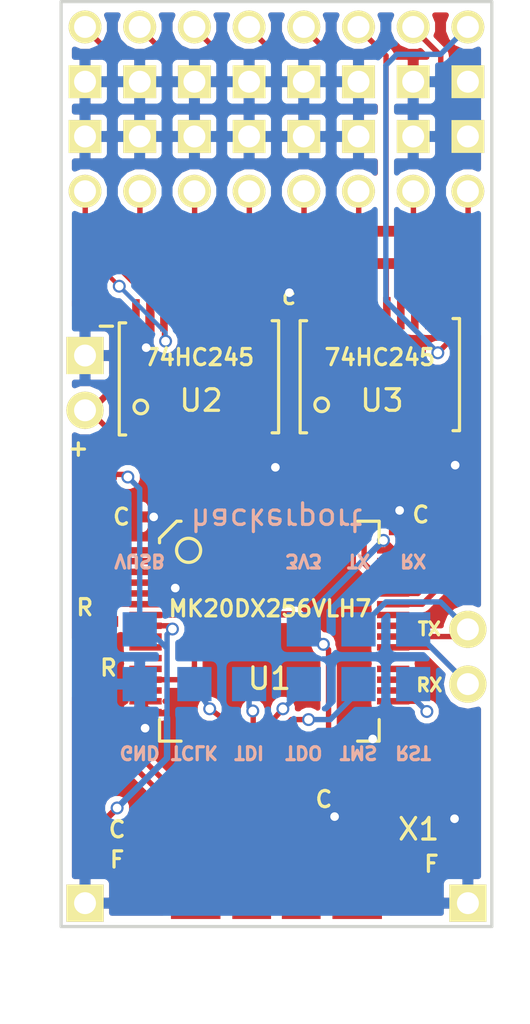
<source format=kicad_pcb>
(kicad_pcb (version 4) (host pcbnew 4.0.6+dfsg1-1)

  (general
    (links 130)
    (no_connects 0)
    (area -10.075001 1.924999 10.075001 44.975001)
    (thickness 1.6)
    (drawings 30)
    (tracks 344)
    (zones 0)
    (modules 39)
    (nets 92)
  )

  (page A4)
  (layers
    (0 F.Cu signal)
    (31 B.Cu signal)
    (32 B.Adhes user)
    (33 F.Adhes user)
    (34 B.Paste user)
    (35 F.Paste user)
    (36 B.SilkS user)
    (37 F.SilkS user)
    (38 B.Mask user)
    (39 F.Mask user)
    (40 Dwgs.User user)
    (41 Cmts.User user)
    (42 Eco1.User user)
    (43 Eco2.User user)
    (44 Edge.Cuts user)
    (45 Margin user)
    (46 B.CrtYd user)
    (47 F.CrtYd user)
    (48 B.Fab user)
    (49 F.Fab user)
  )

  (setup
    (last_trace_width 0.25)
    (trace_clearance 0.2)
    (zone_clearance 0.254)
    (zone_45_only no)
    (trace_min 0.2)
    (segment_width 0.2)
    (edge_width 0.15)
    (via_size 0.6)
    (via_drill 0.4)
    (via_min_size 0.4)
    (via_min_drill 0.3)
    (uvia_size 0.3)
    (uvia_drill 0.1)
    (uvias_allowed no)
    (uvia_min_size 0.2)
    (uvia_min_drill 0.1)
    (pcb_text_width 0.3)
    (pcb_text_size 1.5 1.5)
    (mod_edge_width 0.15)
    (mod_text_size 1 1)
    (mod_text_width 0.15)
    (pad_size 2.1 1.05)
    (pad_drill 0)
    (pad_to_mask_clearance 0.2)
    (aux_axis_origin 0 0)
    (visible_elements FFFFFF7F)
    (pcbplotparams
      (layerselection 0x010f0_80000001)
      (usegerberextensions true)
      (excludeedgelayer true)
      (linewidth 0.100000)
      (plotframeref false)
      (viasonmask false)
      (mode 1)
      (useauxorigin false)
      (hpglpennumber 1)
      (hpglpenspeed 20)
      (hpglpendiameter 15)
      (hpglpenoverlay 2)
      (psnegative false)
      (psa4output false)
      (plotreference true)
      (plotvalue true)
      (plotinvisibletext false)
      (padsonsilk false)
      (subtractmaskfromsilk false)
      (outputformat 1)
      (mirror false)
      (drillshape 0)
      (scaleselection 1)
      (outputdirectory gerb/))
  )

  (net 0 "")
  (net 1 GND)
  (net 2 "Net-(R1-Pad2)")
  (net 3 "Net-(R2-Pad2)")
  (net 4 "Net-(R3-Pad2)")
  (net 5 "Net-(R4-Pad2)")
  (net 6 "Net-(R5-Pad2)")
  (net 7 "Net-(R6-Pad2)")
  (net 8 "Net-(R7-Pad2)")
  (net 9 "Net-(R8-Pad2)")
  (net 10 "Net-(R9-Pad2)")
  (net 11 "Net-(R10-Pad2)")
  (net 12 "Net-(R11-Pad2)")
  (net 13 "Net-(R12-Pad2)")
  (net 14 "Net-(R13-Pad2)")
  (net 15 "Net-(R14-Pad2)")
  (net 16 "Net-(R15-Pad2)")
  (net 17 "Net-(R16-Pad2)")
  (net 18 "Net-(U1-Pad1)")
  (net 19 "Net-(U1-Pad2)")
  (net 20 "Net-(U1-Pad9)")
  (net 21 "Net-(U1-Pad10)")
  (net 22 "Net-(U1-Pad11)")
  (net 23 "Net-(U1-Pad12)")
  (net 24 "Net-(U1-Pad17)")
  (net 25 "Net-(U1-Pad18)")
  (net 26 "Net-(U1-Pad19)")
  (net 27 "Net-(U1-Pad20)")
  (net 28 "Net-(U1-Pad26)")
  (net 29 "Net-(U1-Pad27)")
  (net 30 "Net-(U1-Pad28)")
  (net 31 "Net-(U1-Pad29)")
  (net 32 "Net-(U1-Pad32)")
  (net 33 "Net-(U1-Pad33)")
  (net 34 "Net-(U1-Pad35)")
  (net 35 "Net-(U1-Pad36)")
  (net 36 "Net-(U1-Pad37)")
  (net 37 "Net-(U1-Pad38)")
  (net 38 "Net-(U1-Pad41)")
  (net 39 "Net-(U1-Pad42)")
  (net 40 "Net-(U1-Pad43)")
  (net 41 "Net-(U1-Pad44)")
  (net 42 "Net-(U1-Pad45)")
  (net 43 "Net-(U1-Pad46)")
  (net 44 "Net-(U1-Pad49)")
  (net 45 "Net-(U1-Pad50)")
  (net 46 "Net-(U1-Pad51)")
  (net 47 "Net-(U1-Pad52)")
  (net 48 "Net-(U1-Pad53)")
  (net 49 "Net-(U1-Pad54)")
  (net 50 "Net-(U1-Pad55)")
  (net 51 "Net-(U1-Pad56)")
  (net 52 "Net-(U1-Pad57)")
  (net 53 "Net-(U1-Pad58)")
  (net 54 "Net-(U1-Pad59)")
  (net 55 "Net-(U1-Pad60)")
  (net 56 "Net-(U1-Pad61)")
  (net 57 "Net-(U1-Pad62)")
  (net 58 "Net-(U1-Pad63)")
  (net 59 "Net-(U1-Pad64)")
  (net 60 "Net-(P1-8-Pad1)")
  (net 61 "Net-(P1-8-Pad3)")
  (net 62 "Net-(P1-8-Pad5)")
  (net 63 "Net-(P1-8-Pad7)")
  (net 64 "Net-(P1-8-Pad9)")
  (net 65 "Net-(P1-8-Pad11)")
  (net 66 "Net-(P1-8-Pad13)")
  (net 67 "Net-(P1-8-Pad15)")
  (net 68 "Net-(P9-16-Pad1)")
  (net 69 "Net-(P9-16-Pad3)")
  (net 70 "Net-(P9-16-Pad5)")
  (net 71 "Net-(P9-16-Pad7)")
  (net 72 "Net-(P9-16-Pad9)")
  (net 73 "Net-(P9-16-Pad11)")
  (net 74 "Net-(P9-16-Pad13)")
  (net 75 "Net-(P9-16-Pad15)")
  (net 76 5V)
  (net 77 "Net-(R17-Pad1)")
  (net 78 "Net-(R18-Pad1)")
  (net 79 3V3)
  (net 80 D-)
  (net 81 D+)
  (net 82 TCLK)
  (net 83 TDI)
  (net 84 TDO)
  (net 85 TX)
  (net 86 TMS)
  (net 87 RX)
  (net 88 RST)
  (net 89 "Net-(P7-Pad4)")
  (net 90 "Net-(FB1-Pad2)")
  (net 91 "Net-(FB2-Pad2)")

  (net_class Default "This is the default net class."
    (clearance 0.2)
    (trace_width 0.25)
    (via_dia 0.6)
    (via_drill 0.4)
    (uvia_dia 0.3)
    (uvia_drill 0.1)
    (add_net D+)
    (add_net D-)
    (add_net "Net-(P1-8-Pad1)")
    (add_net "Net-(P1-8-Pad11)")
    (add_net "Net-(P1-8-Pad13)")
    (add_net "Net-(P1-8-Pad15)")
    (add_net "Net-(P1-8-Pad3)")
    (add_net "Net-(P1-8-Pad5)")
    (add_net "Net-(P1-8-Pad7)")
    (add_net "Net-(P1-8-Pad9)")
    (add_net "Net-(P7-Pad4)")
    (add_net "Net-(P9-16-Pad1)")
    (add_net "Net-(P9-16-Pad11)")
    (add_net "Net-(P9-16-Pad13)")
    (add_net "Net-(P9-16-Pad15)")
    (add_net "Net-(P9-16-Pad3)")
    (add_net "Net-(P9-16-Pad5)")
    (add_net "Net-(P9-16-Pad7)")
    (add_net "Net-(P9-16-Pad9)")
    (add_net "Net-(R17-Pad1)")
    (add_net "Net-(R18-Pad1)")
    (add_net "Net-(U1-Pad1)")
    (add_net "Net-(U1-Pad10)")
    (add_net "Net-(U1-Pad11)")
    (add_net "Net-(U1-Pad12)")
    (add_net "Net-(U1-Pad17)")
    (add_net "Net-(U1-Pad18)")
    (add_net "Net-(U1-Pad19)")
    (add_net "Net-(U1-Pad2)")
    (add_net "Net-(U1-Pad20)")
    (add_net "Net-(U1-Pad26)")
    (add_net "Net-(U1-Pad27)")
    (add_net "Net-(U1-Pad28)")
    (add_net "Net-(U1-Pad29)")
    (add_net "Net-(U1-Pad32)")
    (add_net "Net-(U1-Pad33)")
    (add_net "Net-(U1-Pad35)")
    (add_net "Net-(U1-Pad36)")
    (add_net "Net-(U1-Pad37)")
    (add_net "Net-(U1-Pad38)")
    (add_net "Net-(U1-Pad41)")
    (add_net "Net-(U1-Pad42)")
    (add_net "Net-(U1-Pad43)")
    (add_net "Net-(U1-Pad44)")
    (add_net "Net-(U1-Pad45)")
    (add_net "Net-(U1-Pad46)")
    (add_net "Net-(U1-Pad49)")
    (add_net "Net-(U1-Pad50)")
    (add_net "Net-(U1-Pad51)")
    (add_net "Net-(U1-Pad52)")
    (add_net "Net-(U1-Pad53)")
    (add_net "Net-(U1-Pad54)")
    (add_net "Net-(U1-Pad55)")
    (add_net "Net-(U1-Pad56)")
    (add_net "Net-(U1-Pad9)")
    (add_net RST)
    (add_net RX)
    (add_net TCLK)
    (add_net TDI)
    (add_net TDO)
    (add_net TMS)
    (add_net TX)
  )

  (net_class fine ""
    (clearance 0.15)
    (trace_width 0.2)
    (via_dia 0.6)
    (via_drill 0.4)
    (uvia_dia 0.3)
    (uvia_drill 0.1)
    (add_net "Net-(R1-Pad2)")
    (add_net "Net-(R10-Pad2)")
    (add_net "Net-(R11-Pad2)")
    (add_net "Net-(R12-Pad2)")
    (add_net "Net-(R13-Pad2)")
    (add_net "Net-(R14-Pad2)")
    (add_net "Net-(R15-Pad2)")
    (add_net "Net-(R16-Pad2)")
    (add_net "Net-(R2-Pad2)")
    (add_net "Net-(R3-Pad2)")
    (add_net "Net-(R4-Pad2)")
    (add_net "Net-(R5-Pad2)")
    (add_net "Net-(R6-Pad2)")
    (add_net "Net-(R7-Pad2)")
    (add_net "Net-(R8-Pad2)")
    (add_net "Net-(R9-Pad2)")
    (add_net "Net-(U1-Pad57)")
    (add_net "Net-(U1-Pad58)")
    (add_net "Net-(U1-Pad59)")
    (add_net "Net-(U1-Pad60)")
    (add_net "Net-(U1-Pad61)")
    (add_net "Net-(U1-Pad62)")
    (add_net "Net-(U1-Pad63)")
    (add_net "Net-(U1-Pad64)")
  )

  (net_class power ""
    (clearance 0.2)
    (trace_width 0.25)
    (via_dia 0.6)
    (via_drill 0.4)
    (uvia_dia 0.3)
    (uvia_drill 0.1)
    (add_net 3V3)
    (add_net 5V)
    (add_net GND)
    (add_net "Net-(FB1-Pad2)")
    (add_net "Net-(FB2-Pad2)")
  )

  (module lib:2x8 (layer F.Cu) (tedit 5823082B) (tstamp 57881BBE)
    (at 0 9.525)
    (path /578D680B)
    (fp_text reference P9-16 (at 0 3.04) (layer F.SilkS) hide
      (effects (font (size 1 1) (thickness 0.15)))
    )
    (fp_text value CONN_02X08 (at -10.16 3.31) (layer F.Fab) hide
      (effects (font (size 1 1) (thickness 0.15)))
    )
    (pad 1 thru_hole circle (at -8.89 1.27) (size 1.524 1.524) (drill 1.016) (layers *.Cu *.Mask F.SilkS)
      (net 68 "Net-(P9-16-Pad1)"))
    (pad 2 thru_hole rect (at -8.89 -1.27) (size 1.524 1.524) (drill 1.016) (layers *.Cu *.Mask F.SilkS)
      (net 1 GND))
    (pad 3 thru_hole circle (at -6.35 1.27) (size 1.524 1.524) (drill 1.016) (layers *.Cu *.Mask F.SilkS)
      (net 69 "Net-(P9-16-Pad3)"))
    (pad 4 thru_hole rect (at -6.35 -1.27) (size 1.524 1.524) (drill 1.016) (layers *.Cu *.Mask F.SilkS)
      (net 1 GND))
    (pad 5 thru_hole circle (at -3.81 1.27) (size 1.524 1.524) (drill 1.016) (layers *.Cu *.Mask F.SilkS)
      (net 70 "Net-(P9-16-Pad5)"))
    (pad 6 thru_hole rect (at -3.81 -1.27) (size 1.524 1.524) (drill 1.016) (layers *.Cu *.Mask F.SilkS)
      (net 1 GND))
    (pad 7 thru_hole circle (at -1.27 1.27) (size 1.524 1.524) (drill 1.016) (layers *.Cu *.Mask F.SilkS)
      (net 71 "Net-(P9-16-Pad7)"))
    (pad 8 thru_hole rect (at -1.27 -1.27) (size 1.524 1.524) (drill 1.016) (layers *.Cu *.Mask F.SilkS)
      (net 1 GND))
    (pad 9 thru_hole circle (at 1.27 1.27) (size 1.524 1.524) (drill 1.016) (layers *.Cu *.Mask F.SilkS)
      (net 72 "Net-(P9-16-Pad9)"))
    (pad 10 thru_hole rect (at 1.27 -1.27) (size 1.524 1.524) (drill 1.016) (layers *.Cu *.Mask F.SilkS)
      (net 1 GND))
    (pad 11 thru_hole circle (at 3.81 1.27) (size 1.524 1.524) (drill 1.016) (layers *.Cu *.Mask F.SilkS)
      (net 73 "Net-(P9-16-Pad11)"))
    (pad 12 thru_hole rect (at 3.81 -1.27) (size 1.524 1.524) (drill 1.016) (layers *.Cu *.Mask F.SilkS)
      (net 1 GND))
    (pad 13 thru_hole circle (at 6.35 1.27) (size 1.524 1.524) (drill 1.016) (layers *.Cu *.Mask F.SilkS)
      (net 74 "Net-(P9-16-Pad13)"))
    (pad 14 thru_hole rect (at 6.35 -1.27) (size 1.524 1.524) (drill 1.016) (layers *.Cu *.Mask F.SilkS)
      (net 1 GND))
    (pad 15 thru_hole circle (at 8.89 1.27) (size 1.524 1.524) (drill 1.016) (layers *.Cu *.Mask F.SilkS)
      (net 75 "Net-(P9-16-Pad15)"))
    (pad 16 thru_hole rect (at 8.89 -1.27) (size 1.524 1.524) (drill 1.016) (layers *.Cu *.Mask F.SilkS)
      (net 1 GND) (zone_connect 2))
  )

  (module 2x8 (layer F.Cu) (tedit 582307E7) (tstamp 57881997)
    (at 0 4.445 180)
    (path /578D68AE)
    (fp_text reference P1-8 (at 0 3.04 180) (layer F.SilkS) hide
      (effects (font (size 1 1) (thickness 0.15)))
    )
    (fp_text value CONN_02X08 (at -10.16 3.31 180) (layer F.Fab) hide
      (effects (font (size 1 1) (thickness 0.15)))
    )
    (pad 1 thru_hole circle (at -8.89 1.27 180) (size 1.524 1.524) (drill 1.016) (layers *.Cu *.Mask F.SilkS)
      (net 60 "Net-(P1-8-Pad1)"))
    (pad 2 thru_hole rect (at -8.89 -1.27 180) (size 1.524 1.524) (drill 1.016) (layers *.Cu *.Mask F.SilkS)
      (net 1 GND) (zone_connect 2))
    (pad 3 thru_hole circle (at -6.35 1.27 180) (size 1.524 1.524) (drill 1.016) (layers *.Cu *.Mask F.SilkS)
      (net 61 "Net-(P1-8-Pad3)"))
    (pad 4 thru_hole rect (at -6.35 -1.27 180) (size 1.524 1.524) (drill 1.016) (layers *.Cu *.Mask F.SilkS)
      (net 1 GND))
    (pad 5 thru_hole circle (at -3.81 1.27 180) (size 1.524 1.524) (drill 1.016) (layers *.Cu *.Mask F.SilkS)
      (net 62 "Net-(P1-8-Pad5)"))
    (pad 6 thru_hole rect (at -3.81 -1.27 180) (size 1.524 1.524) (drill 1.016) (layers *.Cu *.Mask F.SilkS)
      (net 1 GND))
    (pad 7 thru_hole circle (at -1.27 1.27 180) (size 1.524 1.524) (drill 1.016) (layers *.Cu *.Mask F.SilkS)
      (net 63 "Net-(P1-8-Pad7)"))
    (pad 8 thru_hole rect (at -1.27 -1.27 180) (size 1.524 1.524) (drill 1.016) (layers *.Cu *.Mask F.SilkS)
      (net 1 GND))
    (pad 9 thru_hole circle (at 1.27 1.27 180) (size 1.524 1.524) (drill 1.016) (layers *.Cu *.Mask F.SilkS)
      (net 64 "Net-(P1-8-Pad9)"))
    (pad 10 thru_hole rect (at 1.27 -1.27 180) (size 1.524 1.524) (drill 1.016) (layers *.Cu *.Mask F.SilkS)
      (net 1 GND))
    (pad 11 thru_hole circle (at 3.81 1.27 180) (size 1.524 1.524) (drill 1.016) (layers *.Cu *.Mask F.SilkS)
      (net 65 "Net-(P1-8-Pad11)"))
    (pad 12 thru_hole rect (at 3.81 -1.27 180) (size 1.524 1.524) (drill 1.016) (layers *.Cu *.Mask F.SilkS)
      (net 1 GND))
    (pad 13 thru_hole circle (at 6.35 1.27 180) (size 1.524 1.524) (drill 1.016) (layers *.Cu *.Mask F.SilkS)
      (net 66 "Net-(P1-8-Pad13)"))
    (pad 14 thru_hole rect (at 6.35 -1.27 180) (size 1.524 1.524) (drill 1.016) (layers *.Cu *.Mask F.SilkS)
      (net 1 GND))
    (pad 15 thru_hole circle (at 8.89 1.27 180) (size 1.524 1.524) (drill 1.016) (layers *.Cu *.Mask F.SilkS)
      (net 67 "Net-(P1-8-Pad15)"))
    (pad 16 thru_hole rect (at 8.89 -1.27 180) (size 1.524 1.524) (drill 1.016) (layers *.Cu *.Mask F.SilkS)
      (net 1 GND))
  )

  (module hackerport (layer B.Cu) (tedit 578E3458) (tstamp 578EA376)
    (at 0 32.385)
    (path /578E9927)
    (fp_text reference P3 (at 0 -0.5) (layer B.SilkS) hide
      (effects (font (size 1 1) (thickness 0.15)) (justify mirror))
    )
    (fp_text value hackerport (at 0 -3.81) (layer B.Fab) hide
      (effects (font (size 1 1) (thickness 0.15)) (justify mirror))
    )
    (pad 1 smd rect (at -6.35 -1.27) (size 1.5875 1.5875) (layers B.Cu B.Paste B.Mask)
      (net 76 5V))
    (pad 2 smd rect (at -6.35 1.27) (size 1.5875 1.5875) (layers B.Cu B.Paste B.Mask)
      (net 1 GND))
    (pad 4 smd rect (at -3.81 1.27) (size 1.5875 1.5875) (layers B.Cu B.Paste B.Mask)
      (net 82 TCLK))
    (pad 6 smd rect (at -1.27 1.27) (size 1.5875 1.5875) (layers B.Cu B.Paste B.Mask)
      (net 83 TDI))
    (pad 7 smd rect (at 1.27 -1.27) (size 1.5875 1.5875) (layers B.Cu B.Paste B.Mask)
      (net 79 3V3))
    (pad 8 smd rect (at 1.27 1.27) (size 1.5875 1.5875) (layers B.Cu B.Paste B.Mask)
      (net 84 TDO))
    (pad 9 smd rect (at 3.81 -1.27) (size 1.5875 1.5875) (layers B.Cu B.Paste B.Mask)
      (net 85 TX))
    (pad 10 smd rect (at 3.81 1.27) (size 1.5875 1.5875) (layers B.Cu B.Paste B.Mask)
      (net 86 TMS))
    (pad 11 smd rect (at 6.35 -1.27) (size 1.5875 1.5875) (layers B.Cu B.Paste B.Mask)
      (net 87 RX))
    (pad 12 smd rect (at 6.35 1.27) (size 1.5875 1.5875) (layers B.Cu B.Paste B.Mask)
      (net 88 RST))
  )

  (module Pin_Headers:Pin_Header_Straight_1x01 (layer F.Cu) (tedit 5799570E) (tstamp 5797FDC4)
    (at 8.89 46.355)
    (descr "Through hole pin header")
    (tags "pin header")
    (path /57973455)
    (fp_text reference P6 (at 0 -5.1) (layer F.SilkS) hide
      (effects (font (size 1 1) (thickness 0.15)))
    )
    (fp_text value CONN_01X01 (at 0 -3.1) (layer F.Fab) hide
      (effects (font (size 1 1) (thickness 0.15)))
    )
    (pad 1 thru_hole rect (at 0 -2.54) (size 1.7272 1.7272) (drill 1.016) (layers *.Cu *.Mask F.SilkS)
      (net 1 GND) (zone_connect 1))
  )

  (module Pin_Headers:Pin_Header_Straight_1x01 (layer F.Cu) (tedit 5798673D) (tstamp 5797FDB7)
    (at -8.89 43.815)
    (descr "Through hole pin header")
    (tags "pin header")
    (path /579733AF)
    (fp_text reference P5 (at 0 -5.1) (layer F.SilkS) hide
      (effects (font (size 1 1) (thickness 0.15)))
    )
    (fp_text value CONN_01X01 (at 0 -3.1) (layer F.Fab) hide
      (effects (font (size 1 1) (thickness 0.15)))
    )
    (pad 1 thru_hole rect (at 0 0) (size 1.7272 1.7272) (drill 1.016) (layers *.Cu *.Mask F.SilkS)
      (net 1 GND) (zone_connect 1))
  )

  (module Pin_Headers:Pin_Header_Straight_2x01 (layer F.Cu) (tedit 57972473) (tstamp 5797246A)
    (at 8.89 31.115 270)
    (descr "Through hole pin header")
    (tags "pin header")
    (path /57972639)
    (fp_text reference P4 (at 0 -5.1 270) (layer F.SilkS) hide
      (effects (font (size 1 1) (thickness 0.15)))
    )
    (fp_text value CONN_01X02 (at 0 -3.1 270) (layer F.Fab) hide
      (effects (font (size 1 1) (thickness 0.15)))
    )
    (pad 1 thru_hole circle (at 0 0 270) (size 1.7272 1.7272) (drill 1.016) (layers *.Cu *.Mask F.SilkS)
      (net 85 TX))
    (pad 2 thru_hole oval (at 2.54 0 270) (size 1.7272 1.7272) (drill 1.016) (layers *.Cu *.Mask F.SilkS)
      (net 87 RX))
  )

  (module lib:LQFN64 (layer F.Cu) (tedit 579A53B7) (tstamp 578EC290)
    (at -0.33 31.2)
    (path /578D6427)
    (fp_text reference U1 (at 0 2.2) (layer F.SilkS)
      (effects (font (size 1 1) (thickness 0.15)))
    )
    (fp_text value MK20DX256VLH7 (at 0.03 -1.05) (layer F.SilkS)
      (effects (font (size 0.75 0.75) (thickness 0.15)))
    )
    (fp_line (start -5.1 -4.1) (end -5.1 -4.3) (layer F.SilkS) (width 0.15))
    (fp_line (start -5.1 -4.3) (end -4.3 -5.1) (layer F.SilkS) (width 0.15))
    (fp_line (start -4.3 -5.1) (end -4.1 -5.1) (layer F.SilkS) (width 0.15))
    (fp_line (start 4.1 -5.1) (end 5.1 -5.1) (layer F.SilkS) (width 0.15))
    (fp_line (start 5.1 -5.1) (end 5.1 -4.1) (layer F.SilkS) (width 0.15))
    (fp_line (start 4.1 5.1) (end 5.1 5.1) (layer F.SilkS) (width 0.15))
    (fp_line (start 5.1 5.1) (end 5.1 4.1) (layer F.SilkS) (width 0.15))
    (fp_line (start -5.1 4.1) (end -5.1 5.1) (layer F.SilkS) (width 0.15))
    (fp_line (start -5.1 5.1) (end -4.1 5.1) (layer F.SilkS) (width 0.15))
    (fp_circle (center -3.75 -3.75) (end -3.5 -3.25) (layer F.SilkS) (width 0.15))
    (pad 1 smd rect (at -5.75 -3.75 90) (size 0.3 1.5) (layers F.Cu F.Paste F.Mask)
      (net 18 "Net-(U1-Pad1)"))
    (pad 2 smd rect (at -5.75 -3.25 90) (size 0.3 1.5) (layers F.Cu F.Paste F.Mask)
      (net 19 "Net-(U1-Pad2)"))
    (pad 3 smd rect (at -5.75 -2.75 90) (size 0.3 1.5) (layers F.Cu F.Paste F.Mask)
      (net 79 3V3))
    (pad 4 smd rect (at -5.75 -2.25 90) (size 0.3 1.5) (layers F.Cu F.Paste F.Mask)
      (net 1 GND))
    (pad 5 smd rect (at -5.75 -1.75 90) (size 0.3 1.5) (layers F.Cu F.Paste F.Mask)
      (net 77 "Net-(R17-Pad1)"))
    (pad 6 smd rect (at -5.75 -1.25 90) (size 0.3 1.5) (layers F.Cu F.Paste F.Mask)
      (net 78 "Net-(R18-Pad1)"))
    (pad 7 smd rect (at -5.75 -0.75 90) (size 0.3 1.5) (layers F.Cu F.Paste F.Mask)
      (net 79 3V3))
    (pad 8 smd rect (at -5.75 -0.25 90) (size 0.3 1.5) (layers F.Cu F.Paste F.Mask)
      (net 76 5V))
    (pad 9 smd rect (at -5.75 0.25 90) (size 0.3 1.5) (layers F.Cu F.Paste F.Mask)
      (net 20 "Net-(U1-Pad9)"))
    (pad 10 smd rect (at -5.75 0.75 90) (size 0.3 1.5) (layers F.Cu F.Paste F.Mask)
      (net 21 "Net-(U1-Pad10)"))
    (pad 11 smd rect (at -5.75 1.25 90) (size 0.3 1.5) (layers F.Cu F.Paste F.Mask)
      (net 22 "Net-(U1-Pad11)"))
    (pad 12 smd rect (at -5.75 1.75 90) (size 0.3 1.5) (layers F.Cu F.Paste F.Mask)
      (net 23 "Net-(U1-Pad12)"))
    (pad 13 smd rect (at -5.75 2.25 90) (size 0.3 1.5) (layers F.Cu F.Paste F.Mask)
      (net 79 3V3))
    (pad 14 smd rect (at -5.75 2.75 90) (size 0.3 1.5) (layers F.Cu F.Paste F.Mask)
      (net 79 3V3))
    (pad 15 smd rect (at -5.75 3.25 90) (size 0.3 1.5) (layers F.Cu F.Paste F.Mask)
      (net 1 GND))
    (pad 16 smd rect (at -5.75 3.75 90) (size 0.3 1.5) (layers F.Cu F.Paste F.Mask)
      (net 1 GND))
    (pad 17 smd rect (at -3.75 5.75) (size 0.3 1.5) (layers F.Cu F.Paste F.Mask)
      (net 24 "Net-(U1-Pad17)"))
    (pad 18 smd rect (at -3.25 5.75) (size 0.3 1.5) (layers F.Cu F.Paste F.Mask)
      (net 25 "Net-(U1-Pad18)"))
    (pad 19 smd rect (at -2.75 5.75) (size 0.3 1.5) (layers F.Cu F.Paste F.Mask)
      (net 26 "Net-(U1-Pad19)"))
    (pad 20 smd rect (at -2.25 5.75) (size 0.3 1.5) (layers F.Cu F.Paste F.Mask)
      (net 27 "Net-(U1-Pad20)"))
    (pad 21 smd rect (at -1.75 5.75) (size 0.3 1.5) (layers F.Cu F.Paste F.Mask)
      (net 79 3V3))
    (pad 22 smd rect (at -1.25 5.75) (size 0.3 1.5) (layers F.Cu F.Paste F.Mask)
      (net 82 TCLK))
    (pad 23 smd rect (at -0.75 5.75) (size 0.3 1.5) (layers F.Cu F.Paste F.Mask)
      (net 83 TDI))
    (pad 24 smd rect (at -0.25 5.75) (size 0.3 1.5) (layers F.Cu F.Paste F.Mask)
      (net 84 TDO))
    (pad 25 smd rect (at 0.25 5.75) (size 0.3 1.5) (layers F.Cu F.Paste F.Mask)
      (net 86 TMS))
    (pad 26 smd rect (at 0.75 5.75) (size 0.3 1.5) (layers F.Cu F.Paste F.Mask)
      (net 28 "Net-(U1-Pad26)"))
    (pad 27 smd rect (at 1.25 5.75) (size 0.3 1.5) (layers F.Cu F.Paste F.Mask)
      (net 29 "Net-(U1-Pad27)"))
    (pad 28 smd rect (at 1.75 5.75) (size 0.3 1.5) (layers F.Cu F.Paste F.Mask)
      (net 30 "Net-(U1-Pad28)"))
    (pad 29 smd rect (at 2.25 5.75) (size 0.3 1.5) (layers F.Cu F.Paste F.Mask)
      (net 31 "Net-(U1-Pad29)"))
    (pad 30 smd rect (at 2.75 5.75) (size 0.3 1.5) (layers F.Cu F.Paste F.Mask)
      (net 79 3V3))
    (pad 31 smd rect (at 3.25 5.75) (size 0.3 1.5) (layers F.Cu F.Paste F.Mask)
      (net 1 GND))
    (pad 32 smd rect (at 3.75 5.75) (size 0.3 1.5) (layers F.Cu F.Paste F.Mask)
      (net 32 "Net-(U1-Pad32)"))
    (pad 33 smd rect (at 5.75 3.75 90) (size 0.3 1.5) (layers F.Cu F.Paste F.Mask)
      (net 33 "Net-(U1-Pad33)"))
    (pad 34 smd rect (at 5.75 3.25 90) (size 0.3 1.5) (layers F.Cu F.Paste F.Mask)
      (net 88 RST))
    (pad 35 smd rect (at 5.75 2.75 90) (size 0.3 1.5) (layers F.Cu F.Paste F.Mask)
      (net 34 "Net-(U1-Pad35)"))
    (pad 36 smd rect (at 5.75 2.25 90) (size 0.3 1.5) (layers F.Cu F.Paste F.Mask)
      (net 35 "Net-(U1-Pad36)"))
    (pad 37 smd rect (at 5.75 1.75 90) (size 0.3 1.5) (layers F.Cu F.Paste F.Mask)
      (net 36 "Net-(U1-Pad37)"))
    (pad 38 smd rect (at 5.75 1.25 90) (size 0.3 1.5) (layers F.Cu F.Paste F.Mask)
      (net 37 "Net-(U1-Pad38)"))
    (pad 39 smd rect (at 5.75 0.75 90) (size 0.3 1.5) (layers F.Cu F.Paste F.Mask)
      (net 87 RX))
    (pad 40 smd rect (at 5.75 0.25 90) (size 0.3 1.5) (layers F.Cu F.Paste F.Mask)
      (net 85 TX))
    (pad 41 smd rect (at 5.75 -0.25 90) (size 0.3 1.5) (layers F.Cu F.Paste F.Mask)
      (net 38 "Net-(U1-Pad41)"))
    (pad 42 smd rect (at 5.75 -0.75 90) (size 0.3 1.5) (layers F.Cu F.Paste F.Mask)
      (net 39 "Net-(U1-Pad42)"))
    (pad 43 smd rect (at 5.75 -1.25 90) (size 0.3 1.5) (layers F.Cu F.Paste F.Mask)
      (net 40 "Net-(U1-Pad43)"))
    (pad 44 smd rect (at 5.75 -1.75 90) (size 0.3 1.5) (layers F.Cu F.Paste F.Mask)
      (net 41 "Net-(U1-Pad44)"))
    (pad 45 smd rect (at 5.75 -2.25 90) (size 0.3 1.5) (layers F.Cu F.Paste F.Mask)
      (net 42 "Net-(U1-Pad45)"))
    (pad 46 smd rect (at 5.75 -2.75 90) (size 0.3 1.5) (layers F.Cu F.Paste F.Mask)
      (net 43 "Net-(U1-Pad46)"))
    (pad 47 smd rect (at 5.75 -3.25 90) (size 0.3 1.5) (layers F.Cu F.Paste F.Mask)
      (net 1 GND))
    (pad 48 smd rect (at 5.75 -3.75 90) (size 0.3 1.5) (layers F.Cu F.Paste F.Mask)
      (net 79 3V3))
    (pad 49 smd rect (at 3.75 -5.75 180) (size 0.3 1.5) (layers F.Cu F.Paste F.Mask)
      (net 44 "Net-(U1-Pad49)"))
    (pad 50 smd rect (at 3.25 -5.75 180) (size 0.3 1.5) (layers F.Cu F.Paste F.Mask)
      (net 45 "Net-(U1-Pad50)"))
    (pad 51 smd rect (at 2.75 -5.75 180) (size 0.3 1.5) (layers F.Cu F.Paste F.Mask)
      (net 46 "Net-(U1-Pad51)"))
    (pad 52 smd rect (at 2.25 -5.75 180) (size 0.3 1.5) (layers F.Cu F.Paste F.Mask)
      (net 47 "Net-(U1-Pad52)"))
    (pad 53 smd rect (at 1.75 -5.75 180) (size 0.3 1.5) (layers F.Cu F.Paste F.Mask)
      (net 48 "Net-(U1-Pad53)"))
    (pad 54 smd rect (at 1.25 -5.75 180) (size 0.3 1.5) (layers F.Cu F.Paste F.Mask)
      (net 49 "Net-(U1-Pad54)"))
    (pad 55 smd rect (at 0.75 -5.75 180) (size 0.3 1.5) (layers F.Cu F.Paste F.Mask)
      (net 50 "Net-(U1-Pad55)"))
    (pad 56 smd rect (at 0.25 -5.75 180) (size 0.3 1.5) (layers F.Cu F.Paste F.Mask)
      (net 51 "Net-(U1-Pad56)"))
    (pad 57 smd rect (at -0.25 -5.75 180) (size 0.3 1.5) (layers F.Cu F.Paste F.Mask)
      (net 52 "Net-(U1-Pad57)"))
    (pad 58 smd rect (at -0.75 -5.75 180) (size 0.3 1.5) (layers F.Cu F.Paste F.Mask)
      (net 53 "Net-(U1-Pad58)"))
    (pad 59 smd rect (at -1.25 -5.75 180) (size 0.3 1.5) (layers F.Cu F.Paste F.Mask)
      (net 54 "Net-(U1-Pad59)"))
    (pad 60 smd rect (at -1.75 -5.75 180) (size 0.3 1.5) (layers F.Cu F.Paste F.Mask)
      (net 55 "Net-(U1-Pad60)"))
    (pad 61 smd rect (at -2.25 -5.75 180) (size 0.3 1.5) (layers F.Cu F.Paste F.Mask)
      (net 56 "Net-(U1-Pad61)"))
    (pad 62 smd rect (at -2.75 -5.75 180) (size 0.3 1.5) (layers F.Cu F.Paste F.Mask)
      (net 57 "Net-(U1-Pad62)"))
    (pad 63 smd rect (at -3.25 -5.75 180) (size 0.3 1.5) (layers F.Cu F.Paste F.Mask)
      (net 58 "Net-(U1-Pad63)"))
    (pad 64 smd rect (at -3.75 -5.75 180) (size 0.3 1.5) (layers F.Cu F.Paste F.Mask)
      (net 59 "Net-(U1-Pad64)"))
  )

  (module lib:tssop20 (layer F.Cu) (tedit 5791CF43) (tstamp 578EC5F6)
    (at -3.6 19.5)
    (path /578D649C)
    (fp_text reference U2 (at 0.1 1) (layer F.SilkS)
      (effects (font (size 1 1) (thickness 0.15)))
    )
    (fp_text value 74HC245 (at 0 -0.5) (layer F.Fab) hide
      (effects (font (size 1 1) (thickness 0.15)))
    )
    (fp_circle (center -2.7 1.3) (end -2.6 1.6) (layer F.SilkS) (width 0.15))
    (fp_line (start 3.4 -2.7) (end 3.7 -2.7) (layer F.SilkS) (width 0.15))
    (fp_line (start 3.7 -2.7) (end 3.7 2.5) (layer F.SilkS) (width 0.15))
    (fp_line (start 3.7 2.5) (end 3.4 2.5) (layer F.SilkS) (width 0.15))
    (fp_line (start -3.4 -2.6) (end -3.7 -2.6) (layer F.SilkS) (width 0.15))
    (fp_line (start -3.7 -2.6) (end -3.7 2.6) (layer F.SilkS) (width 0.15))
    (fp_line (start -3.7 2.6) (end -3.4 2.6) (layer F.SilkS) (width 0.15))
    (pad 1 smd rect (at -2.925 2.95) (size 0.35 1.5) (layers F.Cu F.Paste F.Mask)
      (net 76 5V))
    (pad 2 smd rect (at -2.275 2.95) (size 0.35 1.5) (layers F.Cu F.Paste F.Mask)
      (net 59 "Net-(U1-Pad64)"))
    (pad 3 smd rect (at -1.625 2.95) (size 0.35 1.5) (layers F.Cu F.Paste F.Mask)
      (net 58 "Net-(U1-Pad63)"))
    (pad 4 smd rect (at -0.975 2.95) (size 0.35 1.5) (layers F.Cu F.Paste F.Mask)
      (net 57 "Net-(U1-Pad62)"))
    (pad 5 smd rect (at -0.325 2.95) (size 0.35 1.5) (layers F.Cu F.Paste F.Mask)
      (net 56 "Net-(U1-Pad61)"))
    (pad 6 smd rect (at 0.325 2.95) (size 0.35 1.5) (layers F.Cu F.Paste F.Mask)
      (net 55 "Net-(U1-Pad60)"))
    (pad 7 smd rect (at 0.975 2.95) (size 0.35 1.5) (layers F.Cu F.Paste F.Mask)
      (net 54 "Net-(U1-Pad59)"))
    (pad 8 smd rect (at 1.625 2.95) (size 0.35 1.5) (layers F.Cu F.Paste F.Mask)
      (net 53 "Net-(U1-Pad58)"))
    (pad 9 smd rect (at 2.275 2.95) (size 0.35 1.5) (layers F.Cu F.Paste F.Mask)
      (net 52 "Net-(U1-Pad57)"))
    (pad 10 smd rect (at 2.925 2.95) (size 0.35 1.5) (layers F.Cu F.Paste F.Mask)
      (net 1 GND))
    (pad 11 smd rect (at 2.925 -2.95) (size 0.35 1.5) (layers F.Cu F.Paste F.Mask)
      (net 9 "Net-(R8-Pad2)"))
    (pad 12 smd rect (at 2.275 -2.95) (size 0.35 1.5) (layers F.Cu F.Paste F.Mask)
      (net 8 "Net-(R7-Pad2)"))
    (pad 13 smd rect (at 1.625 -2.95) (size 0.35 1.5) (layers F.Cu F.Paste F.Mask)
      (net 7 "Net-(R6-Pad2)"))
    (pad 14 smd rect (at 0.975 -2.95) (size 0.35 1.5) (layers F.Cu F.Paste F.Mask)
      (net 6 "Net-(R5-Pad2)"))
    (pad 15 smd rect (at 0.325 -2.95) (size 0.35 1.5) (layers F.Cu F.Paste F.Mask)
      (net 5 "Net-(R4-Pad2)"))
    (pad 16 smd rect (at -0.325 -2.95) (size 0.35 1.5) (layers F.Cu F.Paste F.Mask)
      (net 4 "Net-(R3-Pad2)"))
    (pad 17 smd rect (at -0.975 -2.95) (size 0.35 1.5) (layers F.Cu F.Paste F.Mask)
      (net 3 "Net-(R2-Pad2)"))
    (pad 18 smd rect (at -1.625 -2.95) (size 0.35 1.5) (layers F.Cu F.Paste F.Mask)
      (net 2 "Net-(R1-Pad2)"))
    (pad 19 smd rect (at -2.275 -2.95) (size 0.35 1.5) (layers F.Cu F.Paste F.Mask)
      (net 1 GND))
    (pad 20 smd rect (at -2.925 -2.95) (size 0.35 1.5) (layers F.Cu F.Paste F.Mask)
      (net 76 5V))
  )

  (module lib:tssop20 (layer F.Cu) (tedit 5791CF9C) (tstamp 578EC60E)
    (at 4.8 19.4)
    (path /578D65DA)
    (fp_text reference U3 (at 0.1 1.1) (layer F.SilkS)
      (effects (font (size 1 1) (thickness 0.15)))
    )
    (fp_text value 74HC245 (at 0 -0.5) (layer F.Fab) hide
      (effects (font (size 1 1) (thickness 0.15)))
    )
    (fp_circle (center -2.7 1.3) (end -2.6 1.6) (layer F.SilkS) (width 0.15))
    (fp_line (start 3.4 -2.7) (end 3.7 -2.7) (layer F.SilkS) (width 0.15))
    (fp_line (start 3.7 -2.7) (end 3.7 2.5) (layer F.SilkS) (width 0.15))
    (fp_line (start 3.7 2.5) (end 3.4 2.5) (layer F.SilkS) (width 0.15))
    (fp_line (start -3.4 -2.6) (end -3.7 -2.6) (layer F.SilkS) (width 0.15))
    (fp_line (start -3.7 -2.6) (end -3.7 2.6) (layer F.SilkS) (width 0.15))
    (fp_line (start -3.7 2.6) (end -3.4 2.6) (layer F.SilkS) (width 0.15))
    (pad 1 smd rect (at -2.925 2.95) (size 0.35 1.5) (layers F.Cu F.Paste F.Mask)
      (net 76 5V))
    (pad 2 smd rect (at -2.275 2.95) (size 0.35 1.5) (layers F.Cu F.Paste F.Mask)
      (net 47 "Net-(U1-Pad52)"))
    (pad 3 smd rect (at -1.625 2.95) (size 0.35 1.5) (layers F.Cu F.Paste F.Mask)
      (net 46 "Net-(U1-Pad51)"))
    (pad 4 smd rect (at -0.975 2.95) (size 0.35 1.5) (layers F.Cu F.Paste F.Mask)
      (net 45 "Net-(U1-Pad50)"))
    (pad 5 smd rect (at -0.325 2.95) (size 0.35 1.5) (layers F.Cu F.Paste F.Mask)
      (net 44 "Net-(U1-Pad49)"))
    (pad 6 smd rect (at 0.325 2.95) (size 0.35 1.5) (layers F.Cu F.Paste F.Mask)
      (net 43 "Net-(U1-Pad46)"))
    (pad 7 smd rect (at 0.975 2.95) (size 0.35 1.5) (layers F.Cu F.Paste F.Mask)
      (net 42 "Net-(U1-Pad45)"))
    (pad 8 smd rect (at 1.625 2.95) (size 0.35 1.5) (layers F.Cu F.Paste F.Mask)
      (net 41 "Net-(U1-Pad44)"))
    (pad 9 smd rect (at 2.275 2.95) (size 0.35 1.5) (layers F.Cu F.Paste F.Mask)
      (net 40 "Net-(U1-Pad43)"))
    (pad 10 smd rect (at 2.925 2.95) (size 0.35 1.5) (layers F.Cu F.Paste F.Mask)
      (net 1 GND))
    (pad 11 smd rect (at 2.925 -2.95) (size 0.35 1.5) (layers F.Cu F.Paste F.Mask)
      (net 17 "Net-(R16-Pad2)"))
    (pad 12 smd rect (at 2.275 -2.95) (size 0.35 1.5) (layers F.Cu F.Paste F.Mask)
      (net 16 "Net-(R15-Pad2)"))
    (pad 13 smd rect (at 1.625 -2.95) (size 0.35 1.5) (layers F.Cu F.Paste F.Mask)
      (net 15 "Net-(R14-Pad2)"))
    (pad 14 smd rect (at 0.975 -2.95) (size 0.35 1.5) (layers F.Cu F.Paste F.Mask)
      (net 14 "Net-(R13-Pad2)"))
    (pad 15 smd rect (at 0.325 -2.95) (size 0.35 1.5) (layers F.Cu F.Paste F.Mask)
      (net 13 "Net-(R12-Pad2)"))
    (pad 16 smd rect (at -0.325 -2.95) (size 0.35 1.5) (layers F.Cu F.Paste F.Mask)
      (net 12 "Net-(R11-Pad2)"))
    (pad 17 smd rect (at -0.975 -2.95) (size 0.35 1.5) (layers F.Cu F.Paste F.Mask)
      (net 11 "Net-(R10-Pad2)"))
    (pad 18 smd rect (at -1.625 -2.95) (size 0.35 1.5) (layers F.Cu F.Paste F.Mask)
      (net 10 "Net-(R9-Pad2)"))
    (pad 19 smd rect (at -2.275 -2.95) (size 0.35 1.5) (layers F.Cu F.Paste F.Mask)
      (net 1 GND))
    (pad 20 smd rect (at -2.925 -2.95) (size 0.35 1.5) (layers F.Cu F.Paste F.Mask)
      (net 76 5V))
  )

  (module Pin_Headers:Pin_Header_Straight_2x01 (layer F.Cu) (tedit 5791D932) (tstamp 578E6204)
    (at -8.89 20.955 90)
    (descr "Through hole pin header")
    (tags "pin header")
    (path /578DF8FD)
    (fp_text reference P2 (at -0.429275 -1.989528 90) (layer F.SilkS) hide
      (effects (font (size 1 1) (thickness 0.15)))
    )
    (fp_text value CONN_01X02 (at 0 -3.1 90) (layer F.Fab)
      (effects (font (size 1 1) (thickness 0.15)))
    )
    (pad 1 thru_hole circle (at 0 0 90) (size 1.7272 1.7272) (drill 1.016) (layers *.Cu *.Mask F.SilkS)
      (net 76 5V))
    (pad 2 thru_hole rect (at 2.54 0 90) (size 1.7272 1.7272) (drill 1.016) (layers *.Cu *.Mask F.SilkS)
      (net 1 GND))
  )

  (module lib:R0603 (layer F.Cu) (tedit 578D5D95) (tstamp 578EC5AE)
    (at 0.01 13.4 270)
    (descr "Resistor SMD 0603, reflow soldering, Vishay (see dcrcw.pdf)")
    (tags "resistor 0603")
    (path /578D6C06)
    (attr smd)
    (fp_text reference R8 (at 0 -1.9 270) (layer F.SilkS) hide
      (effects (font (size 1 1) (thickness 0.15)))
    )
    (fp_text value "68 Ohm" (at 0 1.9 270) (layer F.Fab) hide
      (effects (font (size 1 1) (thickness 0.15)))
    )
    (pad 1 smd rect (at -0.75 0 270) (size 0.5 0.9) (layers F.Cu F.Paste F.Mask)
      (net 64 "Net-(P1-8-Pad9)"))
    (pad 2 smd rect (at 0.75 0 270) (size 0.5 0.9) (layers F.Cu F.Paste F.Mask)
      (net 9 "Net-(R8-Pad2)"))
    (model Resistors_SMD.3dshapes/R_0603.wrl
      (at (xyz 0 0 0))
      (scale (xyz 1 1 1))
      (rotate (xyz 0 0 0))
    )
  )

  (module lib:R0603 (layer F.Cu) (tedit 578D5D95) (tstamp 578EC5B4)
    (at 1.28 13.4 270)
    (descr "Resistor SMD 0603, reflow soldering, Vishay (see dcrcw.pdf)")
    (tags "resistor 0603")
    (path /578D770C)
    (attr smd)
    (fp_text reference R9 (at 0 -1.9 270) (layer F.SilkS) hide
      (effects (font (size 1 1) (thickness 0.15)))
    )
    (fp_text value "68 Ohm" (at 0 1.9 270) (layer F.Fab) hide
      (effects (font (size 1 1) (thickness 0.15)))
    )
    (pad 1 smd rect (at -0.75 0 270) (size 0.5 0.9) (layers F.Cu F.Paste F.Mask)
      (net 72 "Net-(P9-16-Pad9)"))
    (pad 2 smd rect (at 0.75 0 270) (size 0.5 0.9) (layers F.Cu F.Paste F.Mask)
      (net 10 "Net-(R9-Pad2)"))
    (model Resistors_SMD.3dshapes/R_0603.wrl
      (at (xyz 0 0 0))
      (scale (xyz 1 1 1))
      (rotate (xyz 0 0 0))
    )
  )

  (module lib:R0603 (layer F.Cu) (tedit 578D5D95) (tstamp 578EC5BA)
    (at 2.55 13.4 270)
    (descr "Resistor SMD 0603, reflow soldering, Vishay (see dcrcw.pdf)")
    (tags "resistor 0603")
    (path /578D7712)
    (attr smd)
    (fp_text reference R10 (at 0 -1.9 270) (layer F.SilkS) hide
      (effects (font (size 1 1) (thickness 0.15)))
    )
    (fp_text value "68 Ohm" (at 0 1.9 270) (layer F.Fab) hide
      (effects (font (size 1 1) (thickness 0.15)))
    )
    (pad 1 smd rect (at -0.75 0 270) (size 0.5 0.9) (layers F.Cu F.Paste F.Mask)
      (net 63 "Net-(P1-8-Pad7)"))
    (pad 2 smd rect (at 0.75 0 270) (size 0.5 0.9) (layers F.Cu F.Paste F.Mask)
      (net 11 "Net-(R10-Pad2)"))
    (model Resistors_SMD.3dshapes/R_0603.wrl
      (at (xyz 0 0 0))
      (scale (xyz 1 1 1))
      (rotate (xyz 0 0 0))
    )
  )

  (module lib:R0603 (layer F.Cu) (tedit 578D5D95) (tstamp 578EC5C0)
    (at 3.82 13.4 270)
    (descr "Resistor SMD 0603, reflow soldering, Vishay (see dcrcw.pdf)")
    (tags "resistor 0603")
    (path /578D7718)
    (attr smd)
    (fp_text reference R11 (at 0 -1.9 270) (layer F.SilkS) hide
      (effects (font (size 1 1) (thickness 0.15)))
    )
    (fp_text value "68 Ohm" (at 0 1.9 270) (layer F.Fab) hide
      (effects (font (size 1 1) (thickness 0.15)))
    )
    (pad 1 smd rect (at -0.75 0 270) (size 0.5 0.9) (layers F.Cu F.Paste F.Mask)
      (net 73 "Net-(P9-16-Pad11)"))
    (pad 2 smd rect (at 0.75 0 270) (size 0.5 0.9) (layers F.Cu F.Paste F.Mask)
      (net 12 "Net-(R11-Pad2)"))
    (model Resistors_SMD.3dshapes/R_0603.wrl
      (at (xyz 0 0 0))
      (scale (xyz 1 1 1))
      (rotate (xyz 0 0 0))
    )
  )

  (module lib:R0603 (layer F.Cu) (tedit 578D5D95) (tstamp 578EC5C6)
    (at 5.09 13.4 270)
    (descr "Resistor SMD 0603, reflow soldering, Vishay (see dcrcw.pdf)")
    (tags "resistor 0603")
    (path /578D771E)
    (attr smd)
    (fp_text reference R12 (at 0 -1.9 270) (layer F.SilkS) hide
      (effects (font (size 1 1) (thickness 0.15)))
    )
    (fp_text value "68 Ohm" (at 0 1.9 270) (layer F.Fab) hide
      (effects (font (size 1 1) (thickness 0.15)))
    )
    (pad 1 smd rect (at -0.75 0 270) (size 0.5 0.9) (layers F.Cu F.Paste F.Mask)
      (net 62 "Net-(P1-8-Pad5)"))
    (pad 2 smd rect (at 0.75 0 270) (size 0.5 0.9) (layers F.Cu F.Paste F.Mask)
      (net 13 "Net-(R12-Pad2)"))
    (model Resistors_SMD.3dshapes/R_0603.wrl
      (at (xyz 0 0 0))
      (scale (xyz 1 1 1))
      (rotate (xyz 0 0 0))
    )
  )

  (module lib:R0603 (layer F.Cu) (tedit 578D5D95) (tstamp 578EC5CC)
    (at 6.36 13.4 270)
    (descr "Resistor SMD 0603, reflow soldering, Vishay (see dcrcw.pdf)")
    (tags "resistor 0603")
    (path /578D7724)
    (attr smd)
    (fp_text reference R13 (at 0 -1.9 270) (layer F.SilkS) hide
      (effects (font (size 1 1) (thickness 0.15)))
    )
    (fp_text value "68 Ohm" (at 0 1.9 270) (layer F.Fab) hide
      (effects (font (size 1 1) (thickness 0.15)))
    )
    (pad 1 smd rect (at -0.75 0 270) (size 0.5 0.9) (layers F.Cu F.Paste F.Mask)
      (net 74 "Net-(P9-16-Pad13)"))
    (pad 2 smd rect (at 0.75 0 270) (size 0.5 0.9) (layers F.Cu F.Paste F.Mask)
      (net 14 "Net-(R13-Pad2)"))
    (model Resistors_SMD.3dshapes/R_0603.wrl
      (at (xyz 0 0 0))
      (scale (xyz 1 1 1))
      (rotate (xyz 0 0 0))
    )
  )

  (module lib:R0603 (layer F.Cu) (tedit 578D5D95) (tstamp 578EC5D2)
    (at 7.63 13.4 270)
    (descr "Resistor SMD 0603, reflow soldering, Vishay (see dcrcw.pdf)")
    (tags "resistor 0603")
    (path /578D772A)
    (attr smd)
    (fp_text reference R14 (at 0 -1.9 270) (layer F.SilkS) hide
      (effects (font (size 1 1) (thickness 0.15)))
    )
    (fp_text value "68 Ohm" (at 0 1.9 270) (layer F.Fab) hide
      (effects (font (size 1 1) (thickness 0.15)))
    )
    (pad 1 smd rect (at -0.75 0 270) (size 0.5 0.9) (layers F.Cu F.Paste F.Mask)
      (net 61 "Net-(P1-8-Pad3)"))
    (pad 2 smd rect (at 0.75 0 270) (size 0.5 0.9) (layers F.Cu F.Paste F.Mask)
      (net 15 "Net-(R14-Pad2)"))
    (model Resistors_SMD.3dshapes/R_0603.wrl
      (at (xyz 0 0 0))
      (scale (xyz 1 1 1))
      (rotate (xyz 0 0 0))
    )
  )

  (module lib:R0603 (layer F.Cu) (tedit 578D5D95) (tstamp 578EC5D8)
    (at 8.9 13.4 270)
    (descr "Resistor SMD 0603, reflow soldering, Vishay (see dcrcw.pdf)")
    (tags "resistor 0603")
    (path /578D7730)
    (attr smd)
    (fp_text reference R15 (at 0 -1.9 270) (layer F.SilkS) hide
      (effects (font (size 1 1) (thickness 0.15)))
    )
    (fp_text value "68 Ohm" (at 0 1.9 270) (layer F.Fab) hide
      (effects (font (size 1 1) (thickness 0.15)))
    )
    (pad 1 smd rect (at -0.75 0 270) (size 0.5 0.9) (layers F.Cu F.Paste F.Mask)
      (net 75 "Net-(P9-16-Pad15)"))
    (pad 2 smd rect (at 0.75 0 270) (size 0.5 0.9) (layers F.Cu F.Paste F.Mask)
      (net 16 "Net-(R15-Pad2)"))
    (model Resistors_SMD.3dshapes/R_0603.wrl
      (at (xyz 0 0 0))
      (scale (xyz 1 1 1))
      (rotate (xyz 0 0 0))
    )
  )

  (module lib:R0603 (layer F.Cu) (tedit 578D5D95) (tstamp 578EC5DE)
    (at 8.89 16.129 90)
    (descr "Resistor SMD 0603, reflow soldering, Vishay (see dcrcw.pdf)")
    (tags "resistor 0603")
    (path /578D7736)
    (attr smd)
    (fp_text reference R16 (at 0 -1.9 90) (layer F.SilkS) hide
      (effects (font (size 1 1) (thickness 0.15)))
    )
    (fp_text value "68 Ohm" (at 0 1.9 90) (layer F.Fab) hide
      (effects (font (size 1 1) (thickness 0.15)))
    )
    (pad 1 smd rect (at -0.75 0 90) (size 0.5 0.9) (layers F.Cu F.Paste F.Mask)
      (net 60 "Net-(P1-8-Pad1)"))
    (pad 2 smd rect (at 0.75 0 90) (size 0.5 0.9) (layers F.Cu F.Paste F.Mask)
      (net 17 "Net-(R16-Pad2)"))
    (model Resistors_SMD.3dshapes/R_0603.wrl
      (at (xyz 0 0 0))
      (scale (xyz 1 1 1))
      (rotate (xyz 0 0 0))
    )
  )

  (module lib:TSX-3225 (layer F.Cu) (tedit 5797288F) (tstamp 578ED244)
    (at 6.614 37.911)
    (descr "Crystal, Quarz, SMD, 4 Pads")
    (path /578D96F5)
    (attr smd)
    (fp_text reference X1 (at -0.01 2.475) (layer F.SilkS)
      (effects (font (size 1 1) (thickness 0.15)))
    )
    (fp_text value CRYSTAL_SMD (at 0 3.81) (layer F.Fab)
      (effects (font (size 1 1) (thickness 0.15)))
    )
    (pad 1 smd rect (at -1.1 0.8) (size 1.4 1.15) (layers F.Cu F.Paste F.Mask)
      (net 32 "Net-(U1-Pad32)"))
    (pad 2 smd rect (at 1.1 0.8) (size 1.4 1.15) (layers F.Cu F.Paste F.Mask)
      (net 1 GND))
    (pad 3 smd rect (at 1.1 -0.8) (size 1.4 1.15) (layers F.Cu F.Paste F.Mask)
      (net 33 "Net-(U1-Pad33)"))
    (pad 4 smd rect (at -1.1 -0.8) (size 1.4 1.15) (layers F.Cu F.Paste F.Mask)
      (net 1 GND))
  )

  (module lib:R0603 (layer F.Cu) (tedit 578D5D95) (tstamp 578F50FB)
    (at -7.8 30 270)
    (descr "Resistor SMD 0603, reflow soldering, Vishay (see dcrcw.pdf)")
    (tags "resistor 0603")
    (path /578DC2C6)
    (attr smd)
    (fp_text reference R17 (at 0 -1.9 270) (layer F.SilkS) hide
      (effects (font (size 1 1) (thickness 0.15)))
    )
    (fp_text value R (at 0 1.9 270) (layer F.Fab) hide
      (effects (font (size 1 1) (thickness 0.15)))
    )
    (pad 1 smd rect (at -0.75 0 270) (size 0.5 0.9) (layers F.Cu F.Paste F.Mask)
      (net 77 "Net-(R17-Pad1)"))
    (pad 2 smd rect (at 0.75 0 270) (size 0.5 0.9) (layers F.Cu F.Paste F.Mask)
      (net 81 D+))
    (model Resistors_SMD.3dshapes/R_0603.wrl
      (at (xyz 0 0 0))
      (scale (xyz 1 1 1))
      (rotate (xyz 0 0 0))
    )
  )

  (module lib:R0603 (layer F.Cu) (tedit 578D5D95) (tstamp 578F5101)
    (at -8.8 32.9 270)
    (descr "Resistor SMD 0603, reflow soldering, Vishay (see dcrcw.pdf)")
    (tags "resistor 0603")
    (path /578DC37F)
    (attr smd)
    (fp_text reference R18 (at 0 -1.9 270) (layer F.SilkS) hide
      (effects (font (size 1 1) (thickness 0.15)))
    )
    (fp_text value R (at 0 1.9 270) (layer F.Fab) hide
      (effects (font (size 1 1) (thickness 0.15)))
    )
    (pad 1 smd rect (at -0.75 0 270) (size 0.5 0.9) (layers F.Cu F.Paste F.Mask)
      (net 78 "Net-(R18-Pad1)"))
    (pad 2 smd rect (at 0.75 0 270) (size 0.5 0.9) (layers F.Cu F.Paste F.Mask)
      (net 80 D-))
    (model Resistors_SMD.3dshapes/R_0603.wrl
      (at (xyz 0 0 0))
      (scale (xyz 1 1 1))
      (rotate (xyz 0 0 0))
    )
  )

  (module lib:R0603 (layer F.Cu) (tedit 578D5D95) (tstamp 578E0514)
    (at -7.864 23.179 90)
    (descr "Resistor SMD 0603, reflow soldering, Vishay (see dcrcw.pdf)")
    (tags "resistor 0603")
    (path /578E14D6)
    (attr smd)
    (fp_text reference R21 (at 0 -1.9 90) (layer F.SilkS) hide
      (effects (font (size 1 1) (thickness 0.15)))
    )
    (fp_text value R (at 0 1.9 90) (layer F.Fab) hide
      (effects (font (size 1 1) (thickness 0.15)))
    )
    (pad 1 smd rect (at -0.75 0 90) (size 0.5 0.9) (layers F.Cu F.Paste F.Mask)
      (net 76 5V))
    (pad 2 smd rect (at 0.75 0 90) (size 0.5 0.9) (layers F.Cu F.Paste F.Mask)
      (net 76 5V))
  )

  (module lib:R0603 (layer F.Cu) (tedit 578D5D95) (tstamp 578E0BBD)
    (at 2.2 39)
    (descr "Resistor SMD 0603, reflow soldering, Vishay (see dcrcw.pdf)")
    (tags "resistor 0603")
    (path /578E1EB4)
    (attr smd)
    (fp_text reference C1 (at 0 -1.9) (layer F.SilkS) hide
      (effects (font (size 1 1) (thickness 0.15)))
    )
    (fp_text value C (at 0 1.9) (layer F.Fab) hide
      (effects (font (size 1 1) (thickness 0.15)))
    )
    (pad 1 smd rect (at -0.75 0) (size 0.5 0.9) (layers F.Cu F.Paste F.Mask)
      (net 79 3V3))
    (pad 2 smd rect (at 0.75 0) (size 0.5 0.9) (layers F.Cu F.Paste F.Mask)
      (net 1 GND))
    (model Resistors_SMD.3dshapes/R_0603.wrl
      (at (xyz 0 0 0))
      (scale (xyz 1 1 1))
      (rotate (xyz 0 0 0))
    )
  )

  (module lib:R0603 (layer F.Cu) (tedit 578E0896) (tstamp 578E0BC9)
    (at 5.67 25.75 90)
    (descr "Resistor SMD 0603, reflow soldering, Vishay (see dcrcw.pdf)")
    (tags "resistor 0603")
    (path /578E2E4B)
    (attr smd)
    (fp_text reference C2 (at 0 -1.9 90) (layer F.SilkS) hide
      (effects (font (size 1 1) (thickness 0.15)))
    )
    (fp_text value C (at 0 1.9 90) (layer F.Fab) hide
      (effects (font (size 1 1) (thickness 0.15)))
    )
    (pad 1 smd rect (at -0.75 0 90) (size 0.5 0.9) (layers F.Cu F.Paste F.Mask)
      (net 79 3V3))
    (pad 2 smd rect (at 0.75 0 90) (size 0.5 0.9) (layers F.Cu F.Paste F.Mask)
      (net 1 GND))
    (model Resistors_SMD.3dshapes/R_0603.wrl
      (at (xyz 0 0 0))
      (scale (xyz 1 1 1))
      (rotate (xyz 0 0 0))
    )
  )

  (module lib:R0603 (layer F.Cu) (tedit 578E08C2) (tstamp 578E0BCF)
    (at -7.4 40.4)
    (descr "Resistor SMD 0603, reflow soldering, Vishay (see dcrcw.pdf)")
    (tags "resistor 0603")
    (path /578E2F4E)
    (attr smd)
    (fp_text reference C3 (at 0 -1.9) (layer F.SilkS) hide
      (effects (font (size 1 1) (thickness 0.15)))
    )
    (fp_text value C (at 0 1.9) (layer F.Fab) hide
      (effects (font (size 1 1) (thickness 0.15)))
    )
    (pad 1 smd rect (at -0.75 0) (size 0.5 0.9) (layers F.Cu F.Paste F.Mask)
      (net 76 5V))
    (pad 2 smd rect (at 0.75 0) (size 0.5 0.9) (layers F.Cu F.Paste F.Mask)
      (net 1 GND))
    (model Resistors_SMD.3dshapes/R_0603.wrl
      (at (xyz 0 0 0))
      (scale (xyz 1 1 1))
      (rotate (xyz 0 0 0))
    )
  )

  (module lib:R0603 (layer F.Cu) (tedit 578D5D95) (tstamp 578E1035)
    (at -8.9 16 270)
    (descr "Resistor SMD 0603, reflow soldering, Vishay (see dcrcw.pdf)")
    (tags "resistor 0603")
    (path /578E4AA9)
    (attr smd)
    (fp_text reference C4 (at 0 -1.9 270) (layer F.SilkS) hide
      (effects (font (size 1 1) (thickness 0.15)))
    )
    (fp_text value C (at 0 1.9 270) (layer F.Fab) hide
      (effects (font (size 1 1) (thickness 0.15)))
    )
    (pad 1 smd rect (at -0.75 0 270) (size 0.5 0.9) (layers F.Cu F.Paste F.Mask)
      (net 76 5V))
    (pad 2 smd rect (at 0.75 0 270) (size 0.5 0.9) (layers F.Cu F.Paste F.Mask)
      (net 1 GND))
    (model Resistors_SMD.3dshapes/R_0603.wrl
      (at (xyz 0 0 0))
      (scale (xyz 1 1 1))
      (rotate (xyz 0 0 0))
    )
  )

  (module lib:R0603 (layer F.Cu) (tedit 578D5D95) (tstamp 578E103B)
    (at 0.6 15.75 90)
    (descr "Resistor SMD 0603, reflow soldering, Vishay (see dcrcw.pdf)")
    (tags "resistor 0603")
    (path /578E4B32)
    (attr smd)
    (fp_text reference C5 (at 0 -1.9 90) (layer F.SilkS) hide
      (effects (font (size 1 1) (thickness 0.15)))
    )
    (fp_text value C (at 0 1.9 90) (layer F.Fab) hide
      (effects (font (size 1 1) (thickness 0.15)))
    )
    (pad 1 smd rect (at -0.75 0 90) (size 0.5 0.9) (layers F.Cu F.Paste F.Mask)
      (net 76 5V))
    (pad 2 smd rect (at 0.75 0 90) (size 0.5 0.9) (layers F.Cu F.Paste F.Mask)
      (net 1 GND))
    (model Resistors_SMD.3dshapes/R_0603.wrl
      (at (xyz 0 0 0))
      (scale (xyz 1 1 1))
      (rotate (xyz 0 0 0))
    )
  )

  (module lib:R0603 (layer F.Cu) (tedit 578D5D95) (tstamp 578EA71D)
    (at -7.23 25.9)
    (descr "Resistor SMD 0603, reflow soldering, Vishay (see dcrcw.pdf)")
    (tags "resistor 0603")
    (path /578F5FBE)
    (attr smd)
    (fp_text reference C6 (at 0 -1.9) (layer F.SilkS) hide
      (effects (font (size 1 1) (thickness 0.15)))
    )
    (fp_text value C (at 0 1.9) (layer F.Fab) hide
      (effects (font (size 1 1) (thickness 0.15)))
    )
    (pad 1 smd rect (at -0.75 0) (size 0.5 0.9) (layers F.Cu F.Paste F.Mask)
      (net 79 3V3))
    (pad 2 smd rect (at 0.75 0) (size 0.5 0.9) (layers F.Cu F.Paste F.Mask)
      (net 1 GND))
    (model Resistors_SMD.3dshapes/R_0603.wrl
      (at (xyz 0 0 0))
      (scale (xyz 1 1 1))
      (rotate (xyz 0 0 0))
    )
  )

  (module lib:R0603 (layer F.Cu) (tedit 578D5D95) (tstamp 57915A0B)
    (at -8.88 13.4 270)
    (descr "Resistor SMD 0603, reflow soldering, Vishay (see dcrcw.pdf)")
    (tags "resistor 0603")
    (path /578D693C)
    (attr smd)
    (fp_text reference R1 (at 0 -1.9 270) (layer F.SilkS) hide
      (effects (font (size 1 1) (thickness 0.15)))
    )
    (fp_text value "68 Ohm" (at 0 1.9 270) (layer F.Fab) hide
      (effects (font (size 1 1) (thickness 0.15)))
    )
    (pad 1 smd rect (at -0.75 0 270) (size 0.5 0.9) (layers F.Cu F.Paste F.Mask)
      (net 68 "Net-(P9-16-Pad1)"))
    (pad 2 smd rect (at 0.75 0 270) (size 0.5 0.9) (layers F.Cu F.Paste F.Mask)
      (net 2 "Net-(R1-Pad2)"))
    (model Resistors_SMD.3dshapes/R_0603.wrl
      (at (xyz 0 0 0))
      (scale (xyz 1 1 1))
      (rotate (xyz 0 0 0))
    )
  )

  (module lib:R0603 (layer F.Cu) (tedit 578D5D95) (tstamp 57915A11)
    (at -7.61 13.4 270)
    (descr "Resistor SMD 0603, reflow soldering, Vishay (see dcrcw.pdf)")
    (tags "resistor 0603")
    (path /578D6AA0)
    (attr smd)
    (fp_text reference R2 (at 0 -1.9 270) (layer F.SilkS) hide
      (effects (font (size 1 1) (thickness 0.15)))
    )
    (fp_text value "68 Ohm" (at 0 1.9 270) (layer F.Fab) hide
      (effects (font (size 1 1) (thickness 0.15)))
    )
    (pad 1 smd rect (at -0.75 0 270) (size 0.5 0.9) (layers F.Cu F.Paste F.Mask)
      (net 67 "Net-(P1-8-Pad15)"))
    (pad 2 smd rect (at 0.75 0 270) (size 0.5 0.9) (layers F.Cu F.Paste F.Mask)
      (net 3 "Net-(R2-Pad2)"))
    (model Resistors_SMD.3dshapes/R_0603.wrl
      (at (xyz 0 0 0))
      (scale (xyz 1 1 1))
      (rotate (xyz 0 0 0))
    )
  )

  (module lib:R0603 (layer F.Cu) (tedit 578D5D95) (tstamp 57915A17)
    (at -6.34 13.4 270)
    (descr "Resistor SMD 0603, reflow soldering, Vishay (see dcrcw.pdf)")
    (tags "resistor 0603")
    (path /578D6AD0)
    (attr smd)
    (fp_text reference R3 (at 0 -1.9 270) (layer F.SilkS) hide
      (effects (font (size 1 1) (thickness 0.15)))
    )
    (fp_text value "68 Ohm" (at 0 1.9 270) (layer F.Fab) hide
      (effects (font (size 1 1) (thickness 0.15)))
    )
    (pad 1 smd rect (at -0.75 0 270) (size 0.5 0.9) (layers F.Cu F.Paste F.Mask)
      (net 69 "Net-(P9-16-Pad3)"))
    (pad 2 smd rect (at 0.75 0 270) (size 0.5 0.9) (layers F.Cu F.Paste F.Mask)
      (net 4 "Net-(R3-Pad2)"))
    (model Resistors_SMD.3dshapes/R_0603.wrl
      (at (xyz 0 0 0))
      (scale (xyz 1 1 1))
      (rotate (xyz 0 0 0))
    )
  )

  (module lib:R0603 (layer F.Cu) (tedit 578D5D95) (tstamp 57915A1D)
    (at -5.07 13.4 270)
    (descr "Resistor SMD 0603, reflow soldering, Vishay (see dcrcw.pdf)")
    (tags "resistor 0603")
    (path /578D6B00)
    (attr smd)
    (fp_text reference R4 (at 0 -1.9 270) (layer F.SilkS) hide
      (effects (font (size 1 1) (thickness 0.15)))
    )
    (fp_text value "68 Ohm" (at 0 1.9 270) (layer F.Fab) hide
      (effects (font (size 1 1) (thickness 0.15)))
    )
    (pad 1 smd rect (at -0.75 0 270) (size 0.5 0.9) (layers F.Cu F.Paste F.Mask)
      (net 66 "Net-(P1-8-Pad13)"))
    (pad 2 smd rect (at 0.75 0 270) (size 0.5 0.9) (layers F.Cu F.Paste F.Mask)
      (net 5 "Net-(R4-Pad2)"))
    (model Resistors_SMD.3dshapes/R_0603.wrl
      (at (xyz 0 0 0))
      (scale (xyz 1 1 1))
      (rotate (xyz 0 0 0))
    )
  )

  (module lib:R0603 (layer F.Cu) (tedit 578D5D95) (tstamp 57915A23)
    (at -3.8 13.4 270)
    (descr "Resistor SMD 0603, reflow soldering, Vishay (see dcrcw.pdf)")
    (tags "resistor 0603")
    (path /578D6B34)
    (attr smd)
    (fp_text reference R5 (at 0 -1.9 270) (layer F.SilkS) hide
      (effects (font (size 1 1) (thickness 0.15)))
    )
    (fp_text value "68 Ohm" (at 0 1.9 270) (layer F.Fab) hide
      (effects (font (size 1 1) (thickness 0.15)))
    )
    (pad 1 smd rect (at -0.75 0 270) (size 0.5 0.9) (layers F.Cu F.Paste F.Mask)
      (net 70 "Net-(P9-16-Pad5)"))
    (pad 2 smd rect (at 0.75 0 270) (size 0.5 0.9) (layers F.Cu F.Paste F.Mask)
      (net 6 "Net-(R5-Pad2)"))
    (model Resistors_SMD.3dshapes/R_0603.wrl
      (at (xyz 0 0 0))
      (scale (xyz 1 1 1))
      (rotate (xyz 0 0 0))
    )
  )

  (module lib:R0603 (layer F.Cu) (tedit 578D5D95) (tstamp 57915A29)
    (at -2.53 13.4 270)
    (descr "Resistor SMD 0603, reflow soldering, Vishay (see dcrcw.pdf)")
    (tags "resistor 0603")
    (path /578D6B8A)
    (attr smd)
    (fp_text reference R6 (at 0 -1.9 270) (layer F.SilkS) hide
      (effects (font (size 1 1) (thickness 0.15)))
    )
    (fp_text value "68 Ohm" (at 0 1.9 270) (layer F.Fab) hide
      (effects (font (size 1 1) (thickness 0.15)))
    )
    (pad 1 smd rect (at -0.75 0 270) (size 0.5 0.9) (layers F.Cu F.Paste F.Mask)
      (net 65 "Net-(P1-8-Pad11)"))
    (pad 2 smd rect (at 0.75 0 270) (size 0.5 0.9) (layers F.Cu F.Paste F.Mask)
      (net 7 "Net-(R6-Pad2)"))
    (model Resistors_SMD.3dshapes/R_0603.wrl
      (at (xyz 0 0 0))
      (scale (xyz 1 1 1))
      (rotate (xyz 0 0 0))
    )
  )

  (module lib:R0603 (layer F.Cu) (tedit 578D5D95) (tstamp 57915A2F)
    (at -1.26 13.4 270)
    (descr "Resistor SMD 0603, reflow soldering, Vishay (see dcrcw.pdf)")
    (tags "resistor 0603")
    (path /578D6BC6)
    (attr smd)
    (fp_text reference R7 (at 0 -1.9 270) (layer F.SilkS) hide
      (effects (font (size 1 1) (thickness 0.15)))
    )
    (fp_text value "68 Ohm" (at 0 1.9 270) (layer F.Fab) hide
      (effects (font (size 1 1) (thickness 0.15)))
    )
    (pad 1 smd rect (at -0.75 0 270) (size 0.5 0.9) (layers F.Cu F.Paste F.Mask)
      (net 71 "Net-(P9-16-Pad7)"))
    (pad 2 smd rect (at 0.75 0 270) (size 0.5 0.9) (layers F.Cu F.Paste F.Mask)
      (net 8 "Net-(R7-Pad2)"))
    (model Resistors_SMD.3dshapes/R_0603.wrl
      (at (xyz 0 0 0))
      (scale (xyz 1 1 1))
      (rotate (xyz 0 0 0))
    )
  )

  (module lib:R0603 (layer F.Cu) (tedit 578D5D95) (tstamp 5799D3A2)
    (at -7.4 41.8)
    (descr "Resistor SMD 0603, reflow soldering, Vishay (see dcrcw.pdf)")
    (tags "resistor 0603")
    (path /5799D48A)
    (attr smd)
    (fp_text reference FB1 (at 0 -1.9) (layer F.SilkS) hide
      (effects (font (size 1 1) (thickness 0.15)))
    )
    (fp_text value FILTER (at 0 1.9) (layer F.Fab) hide
      (effects (font (size 1 1) (thickness 0.15)))
    )
    (pad 1 smd rect (at -0.75 0) (size 0.5 0.9) (layers F.Cu F.Paste F.Mask)
      (net 76 5V))
    (pad 2 smd rect (at 0.75 0) (size 0.5 0.9) (layers F.Cu F.Paste F.Mask)
      (net 90 "Net-(FB1-Pad2)"))
    (model Resistors_SMD.3dshapes/R_0603.wrl
      (at (xyz 0 0 0))
      (scale (xyz 1 1 1))
      (rotate (xyz 0 0 0))
    )
  )

  (module lib:R0603 (layer F.Cu) (tedit 578D5D95) (tstamp 5799D3A8)
    (at 7.2 42 180)
    (descr "Resistor SMD 0603, reflow soldering, Vishay (see dcrcw.pdf)")
    (tags "resistor 0603")
    (path /5799E42D)
    (attr smd)
    (fp_text reference FB2 (at 0 -1.9 180) (layer F.SilkS) hide
      (effects (font (size 1 1) (thickness 0.15)))
    )
    (fp_text value FILTER (at 0 1.9 180) (layer F.Fab) hide
      (effects (font (size 1 1) (thickness 0.15)))
    )
    (pad 1 smd rect (at -0.75 0 180) (size 0.5 0.9) (layers F.Cu F.Paste F.Mask)
      (net 1 GND))
    (pad 2 smd rect (at 0.75 0 180) (size 0.5 0.9) (layers F.Cu F.Paste F.Mask)
      (net 91 "Net-(FB2-Pad2)"))
    (model Resistors_SMD.3dshapes/R_0603.wrl
      (at (xyz 0 0 0))
      (scale (xyz 1 1 1))
      (rotate (xyz 0 0 0))
    )
  )

  (module lib:Micro_USB_B (layer F.Cu) (tedit 579A2155) (tstamp 579956A6)
    (at 0 43.6)
    (path /57995700)
    (fp_text reference P7 (at 0 3) (layer F.SilkS) hide
      (effects (font (size 1 1) (thickness 0.15)))
    )
    (fp_text value USB_OTG (at 0 5) (layer F.Fab)
      (effects (font (size 1 1) (thickness 0.15)))
    )
    (pad 6 smd rect (at 3.1 -2.7) (size 2.1 1.35) (layers F.Cu F.Paste F.Mask)
      (net 1 GND))
    (pad 6 smd rect (at -3.1 -2.7) (size 2.1 1.35) (layers F.Cu F.Paste F.Mask)
      (net 1 GND))
    (pad 6 smd rect (at -3.75 0) (size 2.3 1.9) (layers F.Cu F.Paste F.Mask)
      (net 1 GND))
    (pad 6 smd rect (at 3.75 0) (size 2.3 1.9) (layers F.Cu F.Paste F.Mask)
      (net 1 GND))
    (pad 6 smd rect (at 1.15 0) (size 1.8 1.9) (layers F.Cu F.Paste F.Mask)
      (net 1 GND))
    (pad 5 smd rect (at 1.3 -2.7) (size 0.4 1.35) (layers F.Cu F.Paste F.Mask)
      (net 91 "Net-(FB2-Pad2)"))
    (pad 4 smd rect (at 0.65 -2.7) (size 0.4 1.35) (layers F.Cu F.Paste F.Mask)
      (net 89 "Net-(P7-Pad4)"))
    (pad 1 smd rect (at -1.3 -2.7) (size 0.4 1.35) (layers F.Cu F.Paste F.Mask)
      (net 90 "Net-(FB1-Pad2)"))
    (pad 2 smd rect (at -0.65 -2.7) (size 0.4 1.35) (layers F.Cu F.Paste F.Mask)
      (net 80 D-))
    (pad 3 smd rect (at 0 -2.7) (size 0.4 1.35) (layers F.Cu F.Paste F.Mask)
      (net 81 D+))
    (pad 6 smd rect (at -1.15 0) (size 1.8 1.9) (layers F.Cu F.Paste F.Mask)
      (net 1 GND))
  )

  (gr_text C (at 6.7 25.8) (layer F.SilkS)
    (effects (font (size 0.75 0.75) (thickness 0.15)))
  )
  (gr_text R (at -8.9 30.1) (layer F.SilkS)
    (effects (font (size 0.75 0.75) (thickness 0.15)))
  )
  (gr_text R (at -7.8 32.9) (layer F.SilkS)
    (effects (font (size 0.75 0.75) (thickness 0.15)))
  )
  (gr_text F (at 7.2 42) (layer F.SilkS)
    (effects (font (size 0.75 0.75) (thickness 0.15)))
  )
  (gr_text F (at -7.4 41.8) (layer F.SilkS)
    (effects (font (size 0.75 0.75) (thickness 0.15)))
  )
  (gr_line (start 10 2) (end 10 44.9) (angle 90) (layer Edge.Cuts) (width 0.15))
  (gr_line (start -10 44.9) (end -10 2) (angle 90) (layer Edge.Cuts) (width 0.15))
  (gr_line (start 10 44.9) (end -10 44.9) (angle 90) (layer Edge.Cuts) (width 0.15))
  (gr_line (start -10 2) (end 10 2) (angle 90) (layer Edge.Cuts) (width 0.15))
  (gr_text RX (at 7.1 33.7) (layer F.SilkS)
    (effects (font (size 0.6 0.6) (thickness 0.15)))
  )
  (gr_text TX (at 7.1 31.1) (layer F.SilkS)
    (effects (font (size 0.6 0.6) (thickness 0.15)))
  )
  (gr_text - (at -7.9 17) (layer F.SilkS)
    (effects (font (size 0.75 0.75) (thickness 0.15)))
  )
  (gr_text RST (at 6.35 36.83 180) (layer B.SilkS)
    (effects (font (size 0.6 0.6) (thickness 0.15)) (justify mirror))
  )
  (gr_text VUSB (at -6.35 27.94 180) (layer B.SilkS)
    (effects (font (size 0.6 0.6) (thickness 0.15)) (justify mirror))
  )
  (gr_text 3V3 (at 1.27 27.94 180) (layer B.SilkS)
    (effects (font (size 0.6 0.6) (thickness 0.15)) (justify mirror))
  )
  (gr_text RX (at 6.35 27.94 180) (layer B.SilkS)
    (effects (font (size 0.6 0.6) (thickness 0.15)) (justify mirror))
  )
  (gr_text TX (at 3.81 27.94 180) (layer B.SilkS)
    (effects (font (size 0.6 0.6) (thickness 0.15)) (justify mirror))
  )
  (gr_text TMS (at 3.81 36.83 180) (layer B.SilkS)
    (effects (font (size 0.6 0.6) (thickness 0.15)) (justify mirror))
  )
  (gr_text TDO (at 1.27 36.83 180) (layer B.SilkS)
    (effects (font (size 0.6 0.6) (thickness 0.15)) (justify mirror))
  )
  (gr_text TDI (at -1.27 36.83 180) (layer B.SilkS)
    (effects (font (size 0.6 0.6) (thickness 0.15)) (justify mirror))
  )
  (gr_text TCLK (at -3.81 36.83 180) (layer B.SilkS)
    (effects (font (size 0.6 0.6) (thickness 0.15)) (justify mirror))
  )
  (gr_text GND (at -6.35 36.83 180) (layer B.SilkS)
    (effects (font (size 0.6 0.6) (thickness 0.15)) (justify mirror))
  )
  (gr_text C (at 2.2 39) (layer F.SilkS)
    (effects (font (size 0.75 0.75) (thickness 0.15)))
  )
  (gr_text C (at -7.4 40.4) (layer F.SilkS)
    (effects (font (size 0.75 0.75) (thickness 0.15)))
  )
  (gr_text C (at -7.2 25.9) (layer F.SilkS)
    (effects (font (size 0.75 0.75) (thickness 0.15)))
  )
  (gr_text c (at 0.58 15.67) (layer F.SilkS)
    (effects (font (size 0.75 0.75) (thickness 0.15)))
  )
  (gr_text + (at -9.2 22.7) (layer F.SilkS)
    (effects (font (size 0.75 0.75) (thickness 0.15)))
  )
  (gr_text 74HC245 (at 4.8 18.5) (layer F.SilkS)
    (effects (font (size 0.75 0.75) (thickness 0.15)))
  )
  (gr_text 74HC245 (at -3.6 18.5) (layer F.SilkS)
    (effects (font (size 0.75 0.75) (thickness 0.15)))
  )
  (gr_text hackerport (at 0 26.035 180) (layer B.SilkS)
    (effects (font (size 1 1) (thickness 0.15)) (justify mirror))
  )

  (segment (start 2.95 39) (end 2.95 39.55) (width 0.3) (layer F.Cu) (net 1))
  (via (at 2.7 39.8) (size 0.6) (drill 0.4) (layers F.Cu B.Cu) (net 1))
  (segment (start 2.95 39.55) (end 2.7 39.8) (width 0.3) (layer F.Cu) (net 1) (tstamp 57995B97))
  (segment (start -8.9 18.405) (end -8.89 18.415) (width 0.3) (layer F.Cu) (net 1) (tstamp 57988768))
  (segment (start -8.9 16.75) (end -8.9 18.405) (width 0.3) (layer F.Cu) (net 1))
  (segment (start -6.08 28.95) (end -4.95 28.95) (width 0.25) (layer F.Cu) (net 1))
  (via (at -4.7 29.2) (size 0.6) (drill 0.4) (layers F.Cu B.Cu) (net 1))
  (segment (start -4.95 28.95) (end -4.7 29.2) (width 0.25) (layer F.Cu) (net 1) (tstamp 5791862F))
  (segment (start 0.6 15) (end 0.6 15.5) (width 0.25) (layer F.Cu) (net 1))
  (via (at 0.6 15.5) (size 0.6) (drill 0.4) (layers F.Cu B.Cu) (net 1))
  (segment (start 0.6 15) (end 1.4 15) (width 0.3) (layer F.Cu) (net 1))
  (segment (start 2.501753 15.599564) (end 2.525 16.45) (width 0.25) (layer F.Cu) (net 1) (tstamp 5791866D))
  (segment (start 2.5 15.5) (end 2.501753 15.599564) (width 0.3) (layer F.Cu) (net 1) (tstamp 5791866B))
  (segment (start 1.4 15) (end 2.5 15.5) (width 0.3) (layer F.Cu) (net 1) (tstamp 57918669))
  (segment (start 1.4 15) (end 1.4 15) (width 0.25) (layer F.Cu) (net 1) (tstamp 57918668))
  (segment (start 2.525 16.45) (end 2.525 16.45) (width 0.25) (layer F.Cu) (net 1) (tstamp 5791866E))
  (segment (start -6.48 25.9) (end -5.7 25.9) (width 0.3) (layer F.Cu) (net 1))
  (via (at -5.7 25.9) (size 0.6) (drill 0.4) (layers F.Cu B.Cu) (net 1))
  (segment (start 2.92 36.95) (end 2.92 38.07) (width 0.25) (layer F.Cu) (net 1))
  (segment (start -0.675 22.45) (end -0.675 22.975) (width 0.25) (layer F.Cu) (net 1))
  (segment (start -0.675 22.975) (end -0.05 23.6) (width 0.25) (layer F.Cu) (net 1) (tstamp 57917DAE))
  (via (at -0.05 23.6) (size 0.6) (drill 0.4) (layers F.Cu B.Cu) (net 1))
  (segment (start 7.725 22.35) (end 7.725 22.925) (width 0.25) (layer F.Cu) (net 1))
  (segment (start 7.725 22.925) (end 8.3 23.5) (width 0.25) (layer F.Cu) (net 1) (tstamp 57917B94))
  (via (at 8.3 23.5) (size 0.6) (drill 0.4) (layers F.Cu B.Cu) (net 1))
  (segment (start -5.875 16.55) (end -5.875 17.875) (width 0.25) (layer F.Cu) (net 1))
  (via (at -6.05 18.05) (size 0.6) (drill 0.4) (layers F.Cu B.Cu) (net 1))
  (segment (start -5.875 17.875) (end -6.05 18.05) (width 0.25) (layer F.Cu) (net 1) (tstamp 57917A5D))
  (segment (start 7.714 38.711) (end 7.714 39.344) (width 0.25) (layer F.Cu) (net 1))
  (via (at 8.27 39.9) (size 0.6) (drill 0.4) (layers F.Cu B.Cu) (net 1))
  (segment (start 7.714 39.344) (end 8.27 39.9) (width 0.25) (layer F.Cu) (net 1) (tstamp 5791714B))
  (segment (start 5.514 37.111) (end 5.381 37.111) (width 0.25) (layer F.Cu) (net 1))
  (segment (start 5.381 37.111) (end 4.47 36.2) (width 0.25) (layer F.Cu) (net 1) (tstamp 5791713E))
  (via (at 4.47 36.2) (size 0.6) (drill 0.4) (layers F.Cu B.Cu) (net 1))
  (segment (start 2.919 39.181) (end 2.919 36.951) (width 0.25) (layer F.Cu) (net 1))
  (segment (start 2.919 36.951) (end 2.92 36.95) (width 0.25) (layer F.Cu) (net 1) (tstamp 579170C9))
  (segment (start 5.67 25) (end 5.67 25.55) (width 0.25) (layer F.Cu) (net 1))
  (via (at 5.72 25.6) (size 0.6) (drill 0.4) (layers F.Cu B.Cu) (net 1))
  (segment (start 5.67 25.55) (end 5.72 25.6) (width 0.25) (layer F.Cu) (net 1) (tstamp 57916A3F))
  (segment (start 5.42 27.95) (end 6.47 27.95) (width 0.25) (layer F.Cu) (net 1))
  (segment (start 6.82 26.15) (end 5.67 25) (width 0.3) (layer F.Cu) (net 1) (tstamp 57916A3A))
  (segment (start 6.82 27.6) (end 6.82 26.15) (width 0.3) (layer F.Cu) (net 1) (tstamp 57916A38))
  (segment (start 6.47 27.95) (end 6.82 27.6) (width 0.3) (layer F.Cu) (net 1) (tstamp 57916A36))
  (segment (start -6.08 34.95) (end -6.08 35.68) (width 0.25) (layer F.Cu) (net 1))
  (via (at -6.1 35.7) (size 0.6) (drill 0.4) (layers F.Cu B.Cu) (net 1))
  (segment (start -6.08 35.68) (end -6.1 35.7) (width 0.25) (layer F.Cu) (net 1) (tstamp 57995DC5))
  (segment (start -6.2 35.07) (end -6.08 34.95) (width 0.25) (layer F.Cu) (net 1) (tstamp 57917F9D))
  (segment (start -6.08 34.95) (end -6.08 34.45) (width 0.25) (layer F.Cu) (net 1))
  (segment (start -8.325 14.725) (end -7.775 14.725) (width 0.2) (layer F.Cu) (net 2))
  (segment (start -7.775 14.725) (end -7.3 15.2) (width 0.2) (layer F.Cu) (net 2) (tstamp 57988702))
  (segment (start -8.88 14.15) (end -8.88 14.17) (width 0.2) (layer F.Cu) (net 2))
  (segment (start -8.88 14.17) (end -8.325 14.725) (width 0.2) (layer F.Cu) (net 2) (tstamp 579179FD))
  (segment (start -5.225 17.675) (end -5.225 16.55) (width 0.2) (layer F.Cu) (net 2) (tstamp 57917A0F))
  (via (at -7.3 15.2) (size 0.6) (drill 0.4) (layers F.Cu B.Cu) (net 2))
  (segment (start -7.3 15.2) (end -5.15 17.35) (width 0.2) (layer B.Cu) (net 2) (tstamp 57917A08))
  (segment (start -5.15 17.35) (end -5.15 17.75) (width 0.2) (layer B.Cu) (net 2) (tstamp 57917A09))
  (via (at -5.15 17.75) (size 0.6) (drill 0.4) (layers F.Cu B.Cu) (net 2))
  (segment (start -5.15 17.75) (end -5.225 17.675) (width 0.2) (layer F.Cu) (net 2) (tstamp 57917A0E))
  (segment (start -8.88 14.15) (end -8.75 14.15) (width 0.2) (layer F.Cu) (net 2))
  (segment (start -4.5 16.5) (end -4.53 15.8) (width 0.2) (layer F.Cu) (net 3))
  (segment (start -7.61 14.09) (end -7.61 14.15) (width 0.2) (layer F.Cu) (net 3) (tstamp 57916379))
  (segment (start -6.3 15.4) (end -7.61 14.09) (width 0.2) (layer F.Cu) (net 3) (tstamp 57916378))
  (segment (start -5.03 15.4) (end -6.3 15.4) (width 0.2) (layer F.Cu) (net 3) (tstamp 57916377))
  (segment (start -4.53 15.8) (end -5.03 15.4) (width 0.2) (layer F.Cu) (net 3) (tstamp 57916376))
  (segment (start -3.905 16.45) (end -3.905 15.733108) (width 0.2) (layer F.Cu) (net 4))
  (segment (start -6.34 14.69) (end -6.34 14.15) (width 0.2) (layer F.Cu) (net 4) (tstamp 5791637E))
  (segment (start -6.03 15) (end -6.34 14.69) (width 0.2) (layer F.Cu) (net 4) (tstamp 5791637D))
  (segment (start -4.78 15) (end -6.03 15) (width 0.2) (layer F.Cu) (net 4) (tstamp 5791637C))
  (segment (start -3.905 15.733108) (end -4.78 15) (width 0.2) (layer F.Cu) (net 4) (tstamp 5791637B))
  (segment (start -5.07 14.15) (end -4.88 14.15) (width 0.2) (layer F.Cu) (net 5))
  (segment (start -4.88 14.15) (end -5.07 14.15) (width 0.2) (layer F.Cu) (net 5) (tstamp 579163AB))
  (segment (start -5.07 14.15) (end -3.301261 15.664759) (width 0.2) (layer F.Cu) (net 5) (tstamp 579163B4))
  (segment (start -3.301261 15.664759) (end -3.25439 15.719512) (width 0.2) (layer F.Cu) (net 5) (tstamp 579163B5))
  (segment (start -3.25439 15.719512) (end -3.255 16.5) (width 0.2) (layer F.Cu) (net 5) (tstamp 579163B6))
  (segment (start -2.605 16.45) (end -2.605 15.7) (width 0.2) (layer F.Cu) (net 6))
  (segment (start -2.605 15.7) (end -3.8 14.15) (width 0.2) (layer F.Cu) (net 6) (tstamp 579163FA))
  (segment (start -2.005 16.4) (end -2.005 15.6) (width 0.2) (layer F.Cu) (net 7))
  (segment (start -2.005 15.6) (end -2.53 14.15) (width 0.2) (layer F.Cu) (net 7) (tstamp 579163FF))
  (segment (start -1.325 16.55) (end -1.155 14.255) (width 0.2) (layer F.Cu) (net 8))
  (segment (start -1.155 14.255) (end -1.26 14.15) (width 0.2) (layer F.Cu) (net 8) (tstamp 57916425))
  (segment (start -0.7 16.525) (end -0.7 15.7) (width 0.2) (layer F.Cu) (net 9))
  (segment (start -0.7 15.7) (end 0.01 14.15) (width 0.2) (layer F.Cu) (net 9))
  (segment (start -0.7 16.525) (end -0.675 16.55) (width 0.2) (layer F.Cu) (net 9) (tstamp 57917C32))
  (segment (start 0.01 14.15) (end 0.01 14.15) (width 0.2) (layer F.Cu) (net 9) (tstamp 57916428))
  (segment (start 0.195 14.335) (end 0.01 14.15) (width 0.2) (layer F.Cu) (net 9) (tstamp 5791621F))
  (segment (start 3.245 16.55) (end 3.2 15.4) (width 0.2) (layer F.Cu) (net 10))
  (segment (start 1.591887 14.425195) (end 1.28 14.15) (width 0.2) (layer F.Cu) (net 10) (tstamp 5791619E))
  (segment (start 1.641877 14.425919) (end 1.591887 14.425195) (width 0.2) (layer F.Cu) (net 10) (tstamp 5791619C))
  (segment (start 3.2 15.4) (end 1.641877 14.425919) (width 0.2) (layer F.Cu) (net 10) (tstamp 57916199))
  (segment (start 3.795 16.55) (end 3.7996 15.399998) (width 0.2) (layer F.Cu) (net 11))
  (segment (start 2.55 14.15) (end 2.55 14.15) (width 0.2) (layer F.Cu) (net 11) (tstamp 57916133))
  (segment (start 2.535 14.135) (end 2.55 14.15) (width 0.2) (layer F.Cu) (net 11) (tstamp 57916132))
  (segment (start 3.7996 15.399998) (end 2.535 14.135) (width 0.2) (layer F.Cu) (net 11) (tstamp 57916131))
  (segment (start 4.445 16.55) (end 4.445 15.6) (width 0.2) (layer F.Cu) (net 12))
  (segment (start 3.82 14.35) (end 3.82 14.15) (width 0.2) (layer F.Cu) (net 12) (tstamp 57916118))
  (segment (start 4.445 15.6) (end 3.82 14.35) (width 0.2) (layer F.Cu) (net 12) (tstamp 57916117))
  (segment (start 5.125 16.45) (end 5.125 14.185) (width 0.2) (layer F.Cu) (net 13))
  (segment (start 5.125 14.185) (end 5.09 14.15) (width 0.2) (layer F.Cu) (net 13) (tstamp 57917B1C))
  (segment (start 4.89 14.15) (end 4.89 14.15) (width 0.2) (layer F.Cu) (net 13) (tstamp 57916114))
  (segment (start 5.775 16.45) (end 5.775 15.7) (width 0.2) (layer F.Cu) (net 14))
  (segment (start 6.36 14.15) (end 6.36 14.15) (width 0.2) (layer F.Cu) (net 14) (tstamp 57917B1F))
  (segment (start 5.775 15.7) (end 6.36 14.15) (width 0.2) (layer F.Cu) (net 14) (tstamp 57917B1E))
  (segment (start 6.36 14.15) (end 6.36 14.15) (width 0.2) (layer F.Cu) (net 14) (tstamp 579178EE))
  (segment (start 6.145 14.265) (end 6.36 14.15) (width 0.2) (layer F.Cu) (net 14) (tstamp 5791610F))
  (segment (start 6.495 16.55) (end 6.473945 15.749896) (width 0.2) (layer F.Cu) (net 15))
  (segment (start 7.63 14.15) (end 7.63 14.15) (width 0.2) (layer F.Cu) (net 15) (tstamp 5791610D))
  (segment (start 6.473945 15.749896) (end 7.63 14.15) (width 0.2) (layer F.Cu) (net 15) (tstamp 5791610B))
  (segment (start 7.145 16.55) (end 7.12 15.75) (width 0.2) (layer F.Cu) (net 16))
  (segment (start 7.12 15.75) (end 8.9 14.15) (width 0.2) (layer F.Cu) (net 16) (tstamp 57916105))
  (segment (start 8.9 14.15) (end 8.9 14.15) (width 0.2) (layer F.Cu) (net 16) (tstamp 57916107))
  (segment (start 8.9 14.15) (end 8.9 14.15) (width 0.25) (layer F.Cu) (net 16))
  (segment (start 8.89 15.379) (end 8.796 15.379) (width 0.2) (layer F.Cu) (net 17))
  (segment (start 8.796 15.379) (end 7.725 16.45) (width 0.2) (layer F.Cu) (net 17) (tstamp 57988E82))
  (segment (start 7.825 16.55) (end 7.725 16.45) (width 0.2) (layer F.Cu) (net 17) (tstamp 57917BD2))
  (segment (start 5.514 38.711) (end 5.081 38.711) (width 0.25) (layer F.Cu) (net 32))
  (segment (start 5.081 38.711) (end 3.52 37.15) (width 0.25) (layer F.Cu) (net 32) (tstamp 5791712F))
  (segment (start 7.714 37.111) (end 7.581 37.111) (width 0.25) (layer F.Cu) (net 33))
  (segment (start 7.581 37.111) (end 5.42 34.95) (width 0.25) (layer F.Cu) (net 33) (tstamp 57917128))
  (segment (start 7.1 22.15) (end 7.1 23.5) (width 0.25) (layer F.Cu) (net 40))
  (segment (start 6.77 29.95) (end 5.42 29.95) (width 0.25) (layer F.Cu) (net 40) (tstamp 579169BE))
  (segment (start 8.42 28.3) (end 6.77 29.95) (width 0.25) (layer F.Cu) (net 40) (tstamp 579169BC))
  (segment (start 8.42 24.75) (end 8.42 28.3) (width 0.25) (layer F.Cu) (net 40) (tstamp 579169BB))
  (segment (start 7.1 23.5) (end 8.42 24.75) (width 0.25) (layer F.Cu) (net 40) (tstamp 579169B9))
  (segment (start 6.5 22.05) (end 6.5 23.675) (width 0.25) (layer F.Cu) (net 41))
  (segment (start 6.5 23.675) (end 7.969998 25.149998) (width 0.25) (layer F.Cu) (net 41) (tstamp 579169C1))
  (segment (start 6.57 29.45) (end 5.42 29.45) (width 0.25) (layer F.Cu) (net 41) (tstamp 579169C9))
  (segment (start 7.969998 28.050002) (end 6.57 29.45) (width 0.25) (layer F.Cu) (net 41) (tstamp 579169C5))
  (segment (start 7.969998 25.149998) (end 7.969998 28.050002) (width 0.25) (layer F.Cu) (net 41) (tstamp 579169C3))
  (segment (start 5.775 22.35) (end 5.775 23.805) (width 0.25) (layer F.Cu) (net 42))
  (segment (start 7.42 25.45) (end 7.42 27.963602) (width 0.25) (layer F.Cu) (net 42) (tstamp 579169CE))
  (segment (start 7.42 27.963602) (end 6.433602 28.95) (width 0.25) (layer F.Cu) (net 42) (tstamp 579169D0))
  (segment (start 6.433602 28.95) (end 5.42 28.95) (width 0.25) (layer F.Cu) (net 42) (tstamp 579169D2))
  (segment (start 5.775 23.805) (end 7.42 25.45) (width 0.25) (layer F.Cu) (net 42) (tstamp 57917B72))
  (segment (start 5.1 22.95) (end 5.1 24.225) (width 0.25) (layer F.Cu) (net 43))
  (segment (start 5.1 24.225) (end 4.07 25.25) (width 0.25) (layer F.Cu) (net 43) (tstamp 579169A9))
  (segment (start 4.47 28.45) (end 5.42 28.45) (width 0.25) (layer F.Cu) (net 43) (tstamp 579169AF))
  (segment (start 4.07 28.05) (end 4.47 28.45) (width 0.25) (layer F.Cu) (net 43) (tstamp 579169AE))
  (segment (start 4.07 25.25) (end 4.07 28.05) (width 0.25) (layer F.Cu) (net 43) (tstamp 579169AC))
  (segment (start 3.42 25.45) (end 3.42 24.88) (width 0.25) (layer F.Cu) (net 44))
  (segment (start 3.42 24.88) (end 4.475 23.825) (width 0.25) (layer F.Cu) (net 44) (tstamp 57917B50))
  (segment (start 4.475 23.825) (end 4.475 22.35) (width 0.25) (layer F.Cu) (net 44) (tstamp 57917B51))
  (segment (start 3.42 25.45) (end 3.42 25) (width 0.25) (layer F.Cu) (net 44))
  (segment (start 2.92 25.45) (end 2.92 24.38) (width 0.25) (layer F.Cu) (net 45))
  (segment (start 3.825 23.475) (end 3.825 22.35) (width 0.25) (layer F.Cu) (net 45) (tstamp 57917B4D))
  (segment (start 2.92 24.38) (end 3.825 23.475) (width 0.25) (layer F.Cu) (net 45) (tstamp 57917B4C))
  (segment (start 2.42 25.45) (end 2.42 24.08) (width 0.25) (layer F.Cu) (net 46))
  (segment (start 3.175 23.325) (end 3.175 22.35) (width 0.25) (layer F.Cu) (net 46) (tstamp 57917B47))
  (segment (start 2.42 24.08) (end 3.175 23.325) (width 0.25) (layer F.Cu) (net 46) (tstamp 57917B46))
  (segment (start 1.92 25.45) (end 1.92 23.88) (width 0.25) (layer F.Cu) (net 47))
  (segment (start 2.525 23.275) (end 2.525 22.35) (width 0.25) (layer F.Cu) (net 47) (tstamp 57917B3D))
  (segment (start 1.92 23.88) (end 2.525 23.275) (width 0.25) (layer F.Cu) (net 47) (tstamp 57917B3C))
  (segment (start -0.58 25.45) (end -0.58 24.02) (width 0.2) (layer F.Cu) (net 52))
  (segment (start -1.325 23.275) (end -1.325 22.45) (width 0.2) (layer F.Cu) (net 52) (tstamp 57917D5F))
  (segment (start -0.58 24.02) (end -1.325 23.275) (width 0.2) (layer F.Cu) (net 52) (tstamp 57917D5D))
  (segment (start -1.975 22.45) (end -2 23.2) (width 0.2) (layer F.Cu) (net 53))
  (segment (start -2 23.2) (end -1.1 24.1) (width 0.2) (layer F.Cu) (net 53) (tstamp 57916793))
  (segment (start -1.1 24.1) (end -1.08 25.45) (width 0.2) (layer F.Cu) (net 53) (tstamp 57916795))
  (segment (start -2.625 22.45) (end -2.625 23.175) (width 0.2) (layer F.Cu) (net 54))
  (segment (start -2.625 23.175) (end -1.603993 24.299044) (width 0.2) (layer F.Cu) (net 54) (tstamp 57917CAA))
  (segment (start -1.603993 24.299044) (end -1.603993 24.299044) (width 0.2) (layer F.Cu) (net 54) (tstamp 57917CAB))
  (segment (start -1.603993 24.299044) (end -1.571276 24.301703) (width 0.2) (layer F.Cu) (net 54) (tstamp 57917CAD))
  (segment (start -1.571276 24.301703) (end -1.58 25.45) (width 0.2) (layer F.Cu) (net 54) (tstamp 57917CAF))
  (segment (start -3.3 23.2) (end -3.275 22.45) (width 0.2) (layer F.Cu) (net 55) (tstamp 579167A6))
  (segment (start -2.095874 24.450729) (end -3.3 23.2) (width 0.2) (layer F.Cu) (net 55) (tstamp 579167A1))
  (segment (start -2.08 25.45) (end -2.095874 24.450729) (width 0.2) (layer F.Cu) (net 55))
  (segment (start -2.596969 24.546955) (end -3.95 23.2) (width 0.2) (layer F.Cu) (net 56) (tstamp 579167DE))
  (segment (start -3.95 23.2) (end -3.925 22.45) (width 0.2) (layer F.Cu) (net 56) (tstamp 579167E3))
  (segment (start -2.58 25.45) (end -2.596969 24.546955) (width 0.2) (layer F.Cu) (net 56))
  (segment (start -3.095425 24.595065) (end -4.6 23.2) (width 0.2) (layer F.Cu) (net 57) (tstamp 579167E5))
  (segment (start -4.6 23.2) (end -4.575 22.45) (width 0.2) (layer F.Cu) (net 57) (tstamp 579167EB))
  (segment (start -3.08 25.45) (end -3.095425 24.595065) (width 0.2) (layer F.Cu) (net 57))
  (segment (start -3.58 24.65) (end -5.2 23.2) (width 0.2) (layer F.Cu) (net 58) (tstamp 579167EF))
  (segment (start -5.2 23.2) (end -5.225 22.45) (width 0.2) (layer F.Cu) (net 58) (tstamp 579167F5))
  (segment (start -3.58 25.45) (end -3.58 24.65) (width 0.2) (layer F.Cu) (net 58))
  (segment (start -4.08 25.45) (end -4.08 25.2) (width 0.2) (layer F.Cu) (net 59))
  (segment (start -5.9 23.2) (end -5.875 22.45) (width 0.2) (layer F.Cu) (net 59) (tstamp 579167FB))
  (segment (start -4.105 25.075) (end -5.9 23.2) (width 0.2) (layer F.Cu) (net 59) (tstamp 579167FA))
  (segment (start 8.89 16.879) (end 8.89 16.891) (width 0.25) (layer F.Cu) (net 60))
  (segment (start 8.89 16.891) (end 7.493 18.288) (width 0.25) (layer F.Cu) (net 60) (tstamp 57988EAE))
  (via (at 7.493 18.288) (size 0.6) (drill 0.4) (layers F.Cu B.Cu) (net 60))
  (segment (start 7.493 18.288) (end 5.08 15.875) (width 0.25) (layer B.Cu) (net 60) (tstamp 57988EB6))
  (segment (start 5.08 15.875) (end 5.08 4.953) (width 0.25) (layer B.Cu) (net 60) (tstamp 57988EB7))
  (segment (start 5.08 4.953) (end 5.588 4.445) (width 0.25) (layer B.Cu) (net 60) (tstamp 57988EBA))
  (segment (start 5.588 4.445) (end 7.62 4.445) (width 0.25) (layer B.Cu) (net 60) (tstamp 57988EBB))
  (segment (start 7.62 4.445) (end 8.89 3.175) (width 0.25) (layer B.Cu) (net 60) (tstamp 57988EBC))
  (segment (start 7.63 12.65) (end 7.63 4.51) (width 0.25) (layer F.Cu) (net 61))
  (segment (start 7.63 4.51) (end 6.36 3.24) (width 0.25) (layer F.Cu) (net 61) (tstamp 57919274))
  (segment (start 5.09 12.65) (end 5.09 4.51) (width 0.25) (layer F.Cu) (net 62))
  (segment (start 5.09 4.51) (end 3.82 3.24) (width 0.25) (layer F.Cu) (net 62) (tstamp 5791895B))
  (segment (start 2.55 12.65) (end 2.55 4.51) (width 0.25) (layer F.Cu) (net 63))
  (segment (start 2.55 4.51) (end 1.28 3.24) (width 0.25) (layer F.Cu) (net 63) (tstamp 57918957))
  (segment (start 0.01 12.65) (end 0.01 4.51) (width 0.25) (layer F.Cu) (net 64))
  (segment (start 0.01 4.51) (end -1.26 3.24) (width 0.25) (layer F.Cu) (net 64) (tstamp 57918950))
  (segment (start -2.53 12.65) (end -2.53 4.51) (width 0.25) (layer F.Cu) (net 65))
  (segment (start -2.53 4.51) (end -3.8 3.24) (width 0.25) (layer F.Cu) (net 65) (tstamp 5791894C))
  (segment (start -5.07 12.65) (end -5.07 4.51) (width 0.25) (layer F.Cu) (net 66))
  (segment (start -5.07 4.51) (end -6.34 3.24) (width 0.25) (layer F.Cu) (net 66) (tstamp 57918948))
  (segment (start -7.61 12.65) (end -7.61 4.51) (width 0.25) (layer F.Cu) (net 67))
  (segment (start -7.61 4.51) (end -8.88 3.24) (width 0.25) (layer F.Cu) (net 67) (tstamp 57918943))
  (segment (start -8.88 10.86) (end -8.88 12.65) (width 0.25) (layer F.Cu) (net 68))
  (segment (start -6.34 12.65) (end -6.34 10.86) (width 0.25) (layer F.Cu) (net 69))
  (segment (start -3.8 10.86) (end -3.8 12.65) (width 0.25) (layer F.Cu) (net 70))
  (segment (start -1.26 12.65) (end -1.26 10.86) (width 0.25) (layer F.Cu) (net 71))
  (segment (start 1.28 10.86) (end 1.28 12.65) (width 0.25) (layer F.Cu) (net 72))
  (segment (start 3.82 12.65) (end 3.82 10.86) (width 0.25) (layer F.Cu) (net 73))
  (segment (start 6.36 10.86) (end 6.36 12.65) (width 0.25) (layer F.Cu) (net 74))
  (segment (start 8.9 12.65) (end 8.9 10.86) (width 0.25) (layer F.Cu) (net 75))
  (segment (start -6.35 31.115) (end -6.35 24.6) (width 0.25) (layer B.Cu) (net 76))
  (segment (start -7.021 23.929) (end -7.864 23.929) (width 0.25) (layer F.Cu) (net 76) (tstamp 579A4F56))
  (segment (start -6.9 24.05) (end -7.021 23.929) (width 0.25) (layer F.Cu) (net 76) (tstamp 579A4F55))
  (via (at -6.9 24.05) (size 0.6) (drill 0.4) (layers F.Cu B.Cu) (net 76))
  (segment (start -6.35 24.6) (end -6.9 24.05) (width 0.25) (layer B.Cu) (net 76) (tstamp 579A4F40))
  (segment (start -8.15 41.8) (end -8.15 40.4) (width 0.3) (layer F.Cu) (net 76))
  (via (at -7.4 39.4) (size 0.6) (drill 0.4) (layers F.Cu B.Cu) (net 76))
  (segment (start -5.08 31.9) (end -5.08 35.22) (width 0.25) (layer B.Cu) (net 76) (tstamp 57995B0F))
  (segment (start -5.08 37.08) (end -5.08 35.22) (width 0.3) (layer B.Cu) (net 76))
  (segment (start -5.08 37.08) (end -7.4 39.4) (width 0.3) (layer B.Cu) (net 76) (tstamp 57995A52))
  (segment (start -7.4 39.4) (end -8.15 40.15) (width 0.3) (layer F.Cu) (net 76) (tstamp 579A211C))
  (segment (start -8.15 40.15) (end -8.15 40.4) (width 0.3) (layer F.Cu) (net 76) (tstamp 579A211D))
  (segment (start -8.9 15.25) (end -8.75 15.25) (width 0.3) (layer F.Cu) (net 76))
  (segment (start -8.75 15.25) (end -6.9875 17.0125) (width 0.3) (layer F.Cu) (net 76) (tstamp 57988761))
  (segment (start -7.9 23.9) (end -7.864 23.929) (width 0.3) (layer F.Cu) (net 76) (tstamp 5791D788))
  (segment (start -6.08 30.95) (end -4.98 30.95) (width 0.25) (layer F.Cu) (net 76))
  (segment (start -4.98 30.95) (end -4.83 31.1) (width 0.25) (layer F.Cu) (net 76) (tstamp 5791D3AA))
  (via (at -4.83 31.1) (size 0.6) (drill 0.4) (layers F.Cu B.Cu) (net 76))
  (segment (start -4.83 31.1) (end -5.08 31.35) (width 0.25) (layer B.Cu) (net 76) (tstamp 5791D3B3))
  (segment (start -5.08 31.35) (end -5.08 31.9) (width 0.25) (layer B.Cu) (net 76) (tstamp 5791D3B4))
  (segment (start -5.08 31.9) (end -5.08 32) (width 0.25) (layer B.Cu) (net 76) (tstamp 57995A50))
  (segment (start -5.08 32) (end -6.43 30.65) (width 0.25) (layer B.Cu) (net 76) (tstamp 5791D378))
  (segment (start -7.864 22.429) (end -6.546 22.429) (width 0.3) (layer F.Cu) (net 76))
  (segment (start -6.546 22.429) (end -6.525 22.45) (width 0.25) (layer F.Cu) (net 76) (tstamp 57918595))
  (segment (start -1.35 19.85) (end -1.35 19.675) (width 0.25) (layer F.Cu) (net 76))
  (segment (start -1.35 19.675) (end 1.875 16.45) (width 0.3) (layer F.Cu) (net 76) (tstamp 57917BC7))
  (segment (start 1.875 22.35) (end 1.15 22.35) (width 0.3) (layer F.Cu) (net 76))
  (segment (start -1.8 19.4) (end -7.05 19.4) (width 0.3) (layer F.Cu) (net 76) (tstamp 57917BBA))
  (segment (start 1.15 22.35) (end -1.35 19.85) (width 0.3) (layer F.Cu) (net 76) (tstamp 57917BB8))
  (segment (start -1.35 19.85) (end -1.8 19.4) (width 0.3) (layer F.Cu) (net 76) (tstamp 57917BC5))
  (segment (start 1.875 16.45) (end 0.65 16.45) (width 0.3) (layer F.Cu) (net 76))
  (segment (start 0.65 16.45) (end 0.6 16.5) (width 0.25) (layer F.Cu) (net 76) (tstamp 57917BAD))
  (segment (start -8.7 20.95) (end -8.6 20.95) (width 0.25) (layer F.Cu) (net 76))
  (segment (start -8.6 20.95) (end -7.05 19.4) (width 0.3) (layer F.Cu) (net 76) (tstamp 57917A6B))
  (segment (start -7.05 17.075) (end -6.9875 17.0125) (width 0.3) (layer F.Cu) (net 76) (tstamp 57917A6F))
  (segment (start -6.9875 17.0125) (end -6.525 16.55) (width 0.3) (layer F.Cu) (net 76) (tstamp 57988766))
  (segment (start -7.05 19.4) (end -7.05 17.075) (width 0.3) (layer F.Cu) (net 76) (tstamp 57917A6D))
  (segment (start -7.864 22.429) (end -7.864 21.786) (width 0.3) (layer F.Cu) (net 76))
  (segment (start -7.864 21.786) (end -8.7 20.95) (width 0.25) (layer F.Cu) (net 76) (tstamp 57917A4D))
  (segment (start -7.864 23.929) (end -7.864 22.429) (width 0.3) (layer F.Cu) (net 76))
  (segment (start -6.08 29.45) (end -7.6 29.45) (width 0.25) (layer F.Cu) (net 77))
  (segment (start -7.6 29.45) (end -7.8 29.25) (width 0.25) (layer F.Cu) (net 77) (tstamp 57995887))
  (segment (start -6.08 29.95) (end -8.45 29.95) (width 0.25) (layer F.Cu) (net 78))
  (segment (start -8.8 30.3) (end -8.8 32.15) (width 0.25) (layer F.Cu) (net 78) (tstamp 579A230A))
  (segment (start -8.45 29.95) (end -8.8 30.3) (width 0.25) (layer F.Cu) (net 78) (tstamp 579A2309))
  (segment (start 0.55 38.1) (end 1.45 39) (width 0.25) (layer F.Cu) (net 79) (tstamp 57B65108))
  (segment (start -1.95 38.1) (end 0.55 38.1) (width 0.25) (layer F.Cu) (net 79) (tstamp 57B65105))
  (segment (start -2.08 37.97) (end -1.95 38.1) (width 0.25) (layer F.Cu) (net 79) (tstamp 57B65103))
  (segment (start -2.08 36.95) (end -2.08 37.97) (width 0.25) (layer F.Cu) (net 79))
  (via (at 2.18 31.81) (size 0.6) (drill 0.4) (layers F.Cu B.Cu) (net 79))
  (segment (start 1.27 30.9) (end 2.18 31.81) (width 0.25) (layer B.Cu) (net 79) (tstamp 5791D305))
  (segment (start 2.18 31.81) (end 2.17 31.81) (width 0.25) (layer F.Cu) (net 79) (tstamp 5791D30F))
  (segment (start 2.17 31.81) (end 0.78 30.42) (width 0.3) (layer F.Cu) (net 79) (tstamp 5791D314))
  (segment (start 2.42 32.06) (end 2.17 31.81) (width 0.25) (layer F.Cu) (net 79) (tstamp 5791D2F6))
  (segment (start 0.78 30.42) (end -2.58 30.42) (width 0.3) (layer F.Cu) (net 79) (tstamp 5791D2FC))
  (segment (start -6.08 33.95) (end -6.08 33.45) (width 0.25) (layer F.Cu) (net 79))
  (segment (start -6.08 33.45) (end -4.367 33.45) (width 0.25) (layer F.Cu) (net 79))
  (segment (start -3.81 30.988) (end -4.348 30.45) (width 0.25) (layer F.Cu) (net 79) (tstamp 5798A2D4))
  (segment (start -3.81 32.893) (end -3.81 30.988) (width 0.25) (layer F.Cu) (net 79) (tstamp 5798A2D3))
  (segment (start -4.367 33.45) (end -3.81 32.893) (width 0.25) (layer F.Cu) (net 79) (tstamp 5798A2D1))
  (segment (start 2.42 36.95) (end 2.42 38.03) (width 0.25) (layer F.Cu) (net 79))
  (segment (start 2.42 38.03) (end 1.45 39) (width 0.3) (layer F.Cu) (net 79) (tstamp 5791D3FE))
  (segment (start 1.27 30.73) (end 1.27 30.69) (width 0.25) (layer B.Cu) (net 79))
  (segment (start 1.27 30.69) (end 4.97 26.99) (width 0.3) (layer B.Cu) (net 79) (tstamp 5791D322))
  (segment (start 4.97 26.99) (end 5.42 27.44) (width 0.3) (layer F.Cu) (net 79) (tstamp 5791D32A))
  (via (at 4.97 26.99) (size 0.6) (drill 0.4) (layers F.Cu B.Cu) (net 79))
  (segment (start 5.42 27.44) (end 5.42 27.45) (width 0.25) (layer F.Cu) (net 79) (tstamp 5791D32B))
  (segment (start 1.27 30.73) (end 1.27 30.9) (width 0.25) (layer B.Cu) (net 79))
  (segment (start 2.42 36.95) (end 2.42 32.06) (width 0.25) (layer F.Cu) (net 79))
  (segment (start -6.08 28.45) (end -4.55 28.45) (width 0.25) (layer F.Cu) (net 79))
  (segment (start -4.55 28.45) (end -2.58 30.42) (width 0.25) (layer F.Cu) (net 79) (tstamp 57918616))
  (segment (start -2.58 30.42) (end -2.55 30.45) (width 0.25) (layer F.Cu) (net 79) (tstamp 5791D301))
  (segment (start -6.08 30.45) (end -4.348 30.45) (width 0.25) (layer F.Cu) (net 79))
  (segment (start -4.348 30.45) (end -2.55 30.45) (width 0.25) (layer F.Cu) (net 79) (tstamp 5798A2D9))
  (segment (start -6.08 28.45) (end -6.98 28.45) (width 0.25) (layer F.Cu) (net 79))
  (segment (start -7.98 27.45) (end -7.98 25.9) (width 0.3) (layer F.Cu) (net 79) (tstamp 57916E38))
  (segment (start -6.98 28.45) (end -7.98 27.45) (width 0.3) (layer F.Cu) (net 79) (tstamp 57916E37))
  (segment (start 5.67 26.5) (end 5.67 27.2) (width 0.3) (layer F.Cu) (net 79))
  (segment (start 5.67 27.2) (end 5.42 27.45) (width 0.25) (layer F.Cu) (net 79) (tstamp 57916A2C))
  (segment (start -0.65 40.9) (end -0.65 40.045067) (width 0.25) (layer F.Cu) (net 80))
  (segment (start -8.8 35.3) (end -8.8 33.65) (width 0.25) (layer F.Cu) (net 80))
  (segment (start -8.8 35.3) (end -4.4 39.7) (width 0.25) (layer F.Cu) (net 80) (tstamp 5799589E))
  (segment (start -0.995067 39.7) (end -4.4 39.7) (width 0.25) (layer F.Cu) (net 80) (tstamp 57B651E7))
  (segment (start -0.65 40.045067) (end -0.995067 39.7) (width 0.25) (layer F.Cu) (net 80) (tstamp 57B651E5))
  (segment (start -7.8 35.6) (end -7.75 35.6) (width 0.25) (layer F.Cu) (net 81))
  (segment (start -7.8 30.75) (end -7.8 35.6) (width 0.25) (layer F.Cu) (net 81))
  (segment (start 0 39.9) (end -0.7 39.2) (width 0.25) (layer F.Cu) (net 81) (tstamp 57B65200))
  (segment (start 0 39.9) (end 0 40.9) (width 0.25) (layer F.Cu) (net 81))
  (segment (start -4.15 39.2) (end -0.7 39.2) (width 0.25) (layer F.Cu) (net 81) (tstamp 57B65219))
  (segment (start -7.75 35.6) (end -4.15 39.2) (width 0.25) (layer F.Cu) (net 81) (tstamp 57B65215))
  (segment (start -1.58 36.95) (end -1.58 35.92) (width 0.25) (layer F.Cu) (net 82))
  (segment (start -3.1 34.8) (end -3.81 33.69) (width 0.25) (layer B.Cu) (net 82) (tstamp 5791D1AB))
  (via (at -3.1 34.8) (size 0.6) (drill 0.4) (layers F.Cu B.Cu) (net 82))
  (segment (start -1.58 35.92) (end -3.1 34.8) (width 0.25) (layer F.Cu) (net 82) (tstamp 5791D1A1))
  (segment (start -3.81 33.69) (end -3.81 33.27) (width 0.25) (layer B.Cu) (net 82) (tstamp 5791D1AC))
  (segment (start -1.08 36.95) (end -1.08 34.92) (width 0.25) (layer F.Cu) (net 83))
  (segment (start -1.27 34.73) (end -1.27 33.27) (width 0.25) (layer B.Cu) (net 83) (tstamp 5791D187))
  (segment (start -1.1 34.9) (end -1.27 34.73) (width 0.25) (layer B.Cu) (net 83) (tstamp 5791D186))
  (via (at -1.1 34.9) (size 0.6) (drill 0.4) (layers F.Cu B.Cu) (net 83))
  (segment (start -1.08 34.92) (end -1.1 34.9) (width 0.25) (layer F.Cu) (net 83) (tstamp 5791D180))
  (segment (start -0.58 36.95) (end -0.58 35.78) (width 0.25) (layer F.Cu) (net 84))
  (segment (start 0.3 34.8) (end 1.27 33.93) (width 0.25) (layer B.Cu) (net 84) (tstamp 5791D193))
  (via (at 0.3 34.8) (size 0.6) (drill 0.4) (layers F.Cu B.Cu) (net 84))
  (segment (start -0.58 35.78) (end 0.3 34.8) (width 0.25) (layer F.Cu) (net 84) (tstamp 5791D18B))
  (segment (start 1.27 33.93) (end 1.27 33.27) (width 0.25) (layer B.Cu) (net 84) (tstamp 5791D194))
  (segment (start 5.42 31.45) (end 8.555 31.45) (width 0.25) (layer F.Cu) (net 85))
  (segment (start 8.555 31.45) (end 8.89 31.115) (width 0.25) (layer F.Cu) (net 85) (tstamp 579A1AE4))
  (segment (start 8.89 31.115) (end 7.62 29.845) (width 0.25) (layer B.Cu) (net 85))
  (segment (start 5.08 29.845) (end 3.81 31.115) (width 0.25) (layer B.Cu) (net 85) (tstamp 579A1AAA))
  (segment (start 7.62 29.845) (end 5.08 29.845) (width 0.25) (layer B.Cu) (net 85) (tstamp 579A1AA7))
  (segment (start 3.81 30.73) (end 3.81 30.48) (width 0.25) (layer B.Cu) (net 85))
  (segment (start 8.89 30.861) (end 8.89 31.115) (width 0.25) (layer B.Cu) (net 85) (tstamp 579727B8))
  (segment (start -0.08 36.95) (end -0.08 36.08) (width 0.25) (layer F.Cu) (net 86))
  (segment (start 2.5 35.3) (end 3.81 33.99) (width 0.25) (layer B.Cu) (net 86) (tstamp 5791D1CF))
  (segment (start 1.49 35.3) (end 2.5 35.3) (width 0.25) (layer B.Cu) (net 86) (tstamp 5791D1CE))
  (via (at 1.49 35.3) (size 0.6) (drill 0.4) (layers F.Cu B.Cu) (net 86))
  (segment (start 0.7 35.3) (end 1.49 35.3) (width 0.25) (layer F.Cu) (net 86) (tstamp 5791D1BB))
  (segment (start -0.08 36.08) (end 0.7 35.3) (width 0.25) (layer F.Cu) (net 86) (tstamp 5791D1B8))
  (segment (start 3.81 33.99) (end 3.81 33.27) (width 0.25) (layer B.Cu) (net 86) (tstamp 5791D1D0))
  (segment (start 5.42 31.95) (end 7.185 31.95) (width 0.25) (layer F.Cu) (net 87))
  (segment (start 7.185 31.95) (end 8.89 33.655) (width 0.25) (layer F.Cu) (net 87) (tstamp 579A1AC9))
  (segment (start 6.35 31.115) (end 8.89 33.655) (width 0.25) (layer B.Cu) (net 87))
  (segment (start 8.89 33.02) (end 8.89 33.655) (width 0.25) (layer B.Cu) (net 87) (tstamp 579727A8))
  (segment (start 5.42 34.45) (end 6.51 34.45) (width 0.25) (layer F.Cu) (net 88))
  (segment (start 6.985 34.925) (end 6.35 34.29) (width 0.25) (layer B.Cu) (net 88) (tstamp 579A1A9D))
  (via (at 6.985 34.925) (size 0.6) (drill 0.4) (layers F.Cu B.Cu) (net 88))
  (segment (start 6.51 34.45) (end 6.985 34.925) (width 0.25) (layer F.Cu) (net 88) (tstamp 579A1A9B))
  (segment (start 6.35 34.29) (end 6.35 33.655) (width 0.25) (layer B.Cu) (net 88) (tstamp 579A1A9E))
  (segment (start -1.3 40.9) (end -1.3 41.9) (width 0.3) (layer F.Cu) (net 90))
  (segment (start -6 41.8) (end -6.65 41.8) (width 0.3) (layer F.Cu) (net 90) (tstamp 579A212A))
  (segment (start -5.7 42.1) (end -6 41.8) (width 0.3) (layer F.Cu) (net 90) (tstamp 579A2129))
  (segment (start -1.5 42.1) (end -5.7 42.1) (width 0.3) (layer F.Cu) (net 90) (tstamp 579A2128))
  (segment (start -1.3 41.9) (end -1.5 42.1) (width 0.3) (layer F.Cu) (net 90) (tstamp 579A2127))
  (segment (start 6.45 42) (end 5.65 42) (width 0.3) (layer F.Cu) (net 91))
  (segment (start 1.3 41.9) (end 1.4 42) (width 0.3) (layer F.Cu) (net 91) (tstamp 579A2121))
  (segment (start 1.4 42) (end 5.65 42) (width 0.3) (layer F.Cu) (net 91) (tstamp 579A2122))
  (segment (start 1.3 41.9) (end 1.3 40.9) (width 0.3) (layer F.Cu) (net 91))

  (zone (net 1) (net_name GND) (layer B.Cu) (tstamp 579A1F46) (hatch edge 0.508)
    (connect_pads (clearance 0.254))
    (min_thickness 0.254)
    (fill yes (arc_segments 16) (thermal_gap 0.254) (thermal_bridge_width 0.508))
    (polygon
      (pts
        (xy 9.5 44.4) (xy -9.5 44.4) (xy -9.5 2.5) (xy 9.5 2.5)
      )
    )
    (filled_polygon
      (pts
        (xy -7.492801 2.946646) (xy -7.493198 3.401359) (xy -7.319554 3.821612) (xy -6.998303 4.143423) (xy -6.578354 4.317801)
        (xy -6.123641 4.318198) (xy -5.703388 4.144554) (xy -5.381577 3.823303) (xy -5.207199 3.403354) (xy -5.206802 2.948641)
        (xy -5.339701 2.627) (xy -4.820072 2.627) (xy -4.952801 2.946646) (xy -4.953198 3.401359) (xy -4.779554 3.821612)
        (xy -4.458303 4.143423) (xy -4.038354 4.317801) (xy -3.583641 4.318198) (xy -3.163388 4.144554) (xy -2.841577 3.823303)
        (xy -2.667199 3.403354) (xy -2.666802 2.948641) (xy -2.799701 2.627) (xy -2.280072 2.627) (xy -2.412801 2.946646)
        (xy -2.413198 3.401359) (xy -2.239554 3.821612) (xy -1.918303 4.143423) (xy -1.498354 4.317801) (xy -1.043641 4.318198)
        (xy -0.623388 4.144554) (xy -0.301577 3.823303) (xy -0.127199 3.403354) (xy -0.126802 2.948641) (xy -0.259701 2.627)
        (xy 0.259928 2.627) (xy 0.127199 2.946646) (xy 0.126802 3.401359) (xy 0.300446 3.821612) (xy 0.621697 4.143423)
        (xy 1.041646 4.317801) (xy 1.496359 4.318198) (xy 1.916612 4.144554) (xy 2.238423 3.823303) (xy 2.412801 3.403354)
        (xy 2.413198 2.948641) (xy 2.280299 2.627) (xy 2.799928 2.627) (xy 2.667199 2.946646) (xy 2.666802 3.401359)
        (xy 2.840446 3.821612) (xy 3.161697 4.143423) (xy 3.581646 4.317801) (xy 4.036359 4.318198) (xy 4.456612 4.144554)
        (xy 4.778423 3.823303) (xy 4.952801 3.403354) (xy 4.953198 2.948641) (xy 4.820299 2.627) (xy 5.339928 2.627)
        (xy 5.207199 2.946646) (xy 5.206802 3.401359) (xy 5.380446 3.821612) (xy 5.512601 3.953998) (xy 5.394362 3.977517)
        (xy 5.230204 4.087204) (xy 4.722204 4.595204) (xy 4.718216 4.601173) (xy 4.647786 4.572) (xy 4.03225 4.572)
        (xy 3.937 4.66725) (xy 3.937 5.588) (xy 3.957 5.588) (xy 3.957 5.842) (xy 3.937 5.842)
        (xy 3.937 6.76275) (xy 4.03225 6.858) (xy 4.574 6.858) (xy 4.574 7.112) (xy 4.03225 7.112)
        (xy 3.937 7.20725) (xy 3.937 8.128) (xy 3.957 8.128) (xy 3.957 8.382) (xy 3.937 8.382)
        (xy 3.937 9.30275) (xy 4.03225 9.398) (xy 4.574 9.398) (xy 4.574 9.942476) (xy 4.458303 9.826577)
        (xy 4.038354 9.652199) (xy 3.583641 9.651802) (xy 3.163388 9.825446) (xy 2.841577 10.146697) (xy 2.667199 10.566646)
        (xy 2.666802 11.021359) (xy 2.840446 11.441612) (xy 3.161697 11.763423) (xy 3.581646 11.937801) (xy 4.036359 11.938198)
        (xy 4.456612 11.764554) (xy 4.574 11.64737) (xy 4.574 15.875) (xy 4.612517 16.068638) (xy 4.722204 16.232796)
        (xy 6.811969 18.322561) (xy 6.811882 18.422865) (xy 6.915339 18.673252) (xy 7.106741 18.864987) (xy 7.356946 18.968882)
        (xy 7.627865 18.969118) (xy 7.878252 18.865661) (xy 8.069987 18.674259) (xy 8.173882 18.424054) (xy 8.174118 18.153135)
        (xy 8.070661 17.902748) (xy 7.879259 17.711013) (xy 7.629054 17.607118) (xy 7.527622 17.60703) (xy 5.586 15.665408)
        (xy 5.586 11.647524) (xy 5.701697 11.763423) (xy 6.121646 11.937801) (xy 6.576359 11.938198) (xy 6.996612 11.764554)
        (xy 7.318423 11.443303) (xy 7.492801 11.023354) (xy 7.493198 10.568641) (xy 7.319554 10.148388) (xy 6.998303 9.826577)
        (xy 6.578354 9.652199) (xy 6.123641 9.651802) (xy 5.703388 9.825446) (xy 5.586 9.94263) (xy 5.586 9.398)
        (xy 6.12775 9.398) (xy 6.223 9.30275) (xy 6.223 8.382) (xy 6.477 8.382) (xy 6.477 9.30275)
        (xy 6.57225 9.398) (xy 7.187786 9.398) (xy 7.32782 9.339996) (xy 7.434996 9.232819) (xy 7.493 9.092785)
        (xy 7.493 8.47725) (xy 7.39775 8.382) (xy 6.477 8.382) (xy 6.223 8.382) (xy 6.203 8.382)
        (xy 6.203 8.128) (xy 6.223 8.128) (xy 6.223 7.20725) (xy 6.477 7.20725) (xy 6.477 8.128)
        (xy 7.39775 8.128) (xy 7.493 8.03275) (xy 7.493 7.417215) (xy 7.434996 7.277181) (xy 7.32782 7.170004)
        (xy 7.187786 7.112) (xy 6.57225 7.112) (xy 6.477 7.20725) (xy 6.223 7.20725) (xy 6.12775 7.112)
        (xy 5.586 7.112) (xy 5.586 6.858) (xy 6.12775 6.858) (xy 6.223 6.76275) (xy 6.223 5.842)
        (xy 6.477 5.842) (xy 6.477 6.76275) (xy 6.57225 6.858) (xy 7.187786 6.858) (xy 7.32782 6.799996)
        (xy 7.434996 6.692819) (xy 7.493 6.552785) (xy 7.493 5.93725) (xy 7.39775 5.842) (xy 6.477 5.842)
        (xy 6.223 5.842) (xy 6.203 5.842) (xy 6.203 5.588) (xy 6.223 5.588) (xy 6.223 5.568)
        (xy 6.477 5.568) (xy 6.477 5.588) (xy 7.39775 5.588) (xy 7.493 5.49275) (xy 7.493 4.951)
        (xy 7.62 4.951) (xy 7.813638 4.912483) (xy 7.977796 4.802796) (xy 8.521136 4.259456) (xy 8.661646 4.317801)
        (xy 9.116359 4.318198) (xy 9.373 4.212157) (xy 9.373 9.757937) (xy 9.118354 9.652199) (xy 8.663641 9.651802)
        (xy 8.243388 9.825446) (xy 7.921577 10.146697) (xy 7.747199 10.566646) (xy 7.746802 11.021359) (xy 7.920446 11.441612)
        (xy 8.241697 11.763423) (xy 8.661646 11.937801) (xy 9.116359 11.938198) (xy 9.373 11.832157) (xy 9.373 29.967927)
        (xy 9.138652 29.870617) (xy 8.64352 29.870185) (xy 8.443446 29.952854) (xy 7.977796 29.487204) (xy 7.813638 29.377517)
        (xy 7.62 29.339) (xy 5.08 29.339) (xy 4.886362 29.377517) (xy 4.722204 29.487204) (xy 4.276622 29.932786)
        (xy 3.01625 29.932786) (xy 2.87506 29.959353) (xy 2.745385 30.042796) (xy 2.658391 30.170116) (xy 2.627786 30.32125)
        (xy 2.627786 31.294647) (xy 2.566259 31.233013) (xy 2.452214 31.185657) (xy 2.452214 30.32125) (xy 2.442314 30.268634)
        (xy 5.039887 27.671061) (xy 5.104865 27.671118) (xy 5.355252 27.567661) (xy 5.546987 27.376259) (xy 5.650882 27.126054)
        (xy 5.651118 26.855135) (xy 5.547661 26.604748) (xy 5.356259 26.413013) (xy 5.106054 26.309118) (xy 4.835135 26.308882)
        (xy 4.584748 26.412339) (xy 4.393013 26.603741) (xy 4.289118 26.853946) (xy 4.28906 26.919992) (xy 1.276266 29.932786)
        (xy 0.47625 29.932786) (xy 0.33506 29.959353) (xy 0.205385 30.042796) (xy 0.118391 30.170116) (xy 0.087786 30.32125)
        (xy 0.087786 31.90875) (xy 0.114353 32.04994) (xy 0.197796 32.179615) (xy 0.325116 32.266609) (xy 0.47625 32.297214)
        (xy 1.704124 32.297214) (xy 1.793741 32.386987) (xy 2.000366 32.472786) (xy 0.47625 32.472786) (xy 0.33506 32.499353)
        (xy 0.205385 32.582796) (xy 0.118391 32.710116) (xy 0.087786 32.86125) (xy 0.087786 34.150842) (xy -0.085252 34.222339)
        (xy -0.087786 34.224869) (xy -0.087786 32.86125) (xy -0.114353 32.72006) (xy -0.197796 32.590385) (xy -0.325116 32.503391)
        (xy -0.47625 32.472786) (xy -2.06375 32.472786) (xy -2.20494 32.499353) (xy -2.334615 32.582796) (xy -2.421609 32.710116)
        (xy -2.452214 32.86125) (xy -2.452214 34.44875) (xy -2.425647 34.58994) (xy -2.342204 34.719615) (xy -2.214884 34.806609)
        (xy -2.06375 34.837214) (xy -1.780946 34.837214) (xy -1.781118 35.034865) (xy -1.677661 35.285252) (xy -1.486259 35.476987)
        (xy -1.236054 35.580882) (xy -0.965135 35.581118) (xy -0.714748 35.477661) (xy -0.523013 35.286259) (xy -0.419118 35.036054)
        (xy -0.418935 34.826429) (xy -0.381017 34.819295) (xy -0.381118 34.934865) (xy -0.277661 35.185252) (xy -0.086259 35.376987)
        (xy 0.163946 35.480882) (xy 0.434865 35.481118) (xy 0.685252 35.377661) (xy 0.809039 35.254089) (xy 0.808882 35.434865)
        (xy 0.912339 35.685252) (xy 1.103741 35.876987) (xy 1.353946 35.980882) (xy 1.624865 35.981118) (xy 1.875252 35.877661)
        (xy 1.947038 35.806) (xy 2.5 35.806) (xy 2.693638 35.767483) (xy 2.857796 35.657796) (xy 3.678378 34.837214)
        (xy 4.60375 34.837214) (xy 4.74494 34.810647) (xy 4.874615 34.727204) (xy 4.961609 34.599884) (xy 4.992214 34.44875)
        (xy 4.992214 32.86125) (xy 4.965647 32.72006) (xy 4.882204 32.590385) (xy 4.754884 32.503391) (xy 4.60375 32.472786)
        (xy 3.01625 32.472786) (xy 2.87506 32.499353) (xy 2.745385 32.582796) (xy 2.658391 32.710116) (xy 2.627786 32.86125)
        (xy 2.627786 34.44875) (xy 2.629033 34.455375) (xy 2.290408 34.794) (xy 2.23081 34.794) (xy 2.334615 34.727204)
        (xy 2.421609 34.599884) (xy 2.452214 34.44875) (xy 2.452214 32.86125) (xy 2.425647 32.72006) (xy 2.342204 32.590385)
        (xy 2.214884 32.503391) (xy 2.153584 32.490978) (xy 2.314865 32.491118) (xy 2.565252 32.387661) (xy 2.756987 32.196259)
        (xy 2.758129 32.193508) (xy 2.865116 32.266609) (xy 3.01625 32.297214) (xy 4.60375 32.297214) (xy 4.74494 32.270647)
        (xy 4.874615 32.187204) (xy 4.961609 32.059884) (xy 4.992214 31.90875) (xy 4.992214 30.648378) (xy 5.167786 30.472806)
        (xy 5.167786 31.90875) (xy 5.194353 32.04994) (xy 5.277796 32.179615) (xy 5.405116 32.266609) (xy 5.55625 32.297214)
        (xy 6.816622 32.297214) (xy 6.992194 32.472786) (xy 5.55625 32.472786) (xy 5.41506 32.499353) (xy 5.285385 32.582796)
        (xy 5.198391 32.710116) (xy 5.167786 32.86125) (xy 5.167786 34.44875) (xy 5.194353 34.58994) (xy 5.277796 34.719615)
        (xy 5.405116 34.806609) (xy 5.55625 34.837214) (xy 6.181622 34.837214) (xy 6.303969 34.959561) (xy 6.303882 35.059865)
        (xy 6.407339 35.310252) (xy 6.598741 35.501987) (xy 6.848946 35.605882) (xy 7.119865 35.606118) (xy 7.370252 35.502661)
        (xy 7.561987 35.311259) (xy 7.665882 35.061054) (xy 7.666118 34.790135) (xy 7.562661 34.539748) (xy 7.522029 34.499045)
        (xy 7.532214 34.44875) (xy 7.532214 33.012806) (xy 7.729123 33.209715) (xy 7.6454 33.630617) (xy 7.6454 33.679383)
        (xy 7.74014 34.155671) (xy 8.009935 34.559448) (xy 8.413712 34.829243) (xy 8.89 34.923983) (xy 9.366288 34.829243)
        (xy 9.373 34.824758) (xy 9.373 42.5704) (xy 9.11225 42.5704) (xy 9.017 42.66565) (xy 9.017 43.688)
        (xy 9.037 43.688) (xy 9.037 43.942) (xy 9.017 43.942) (xy 9.017 43.962) (xy 8.763 43.962)
        (xy 8.763 43.942) (xy 7.74065 43.942) (xy 7.6454 44.03725) (xy 7.6454 44.273) (xy -7.6454 44.273)
        (xy -7.6454 44.03725) (xy -7.74065 43.942) (xy -8.763 43.942) (xy -8.763 43.962) (xy -9.017 43.962)
        (xy -9.017 43.942) (xy -9.037 43.942) (xy -9.037 43.688) (xy -9.017 43.688) (xy -9.017 42.66565)
        (xy -8.763 42.66565) (xy -8.763 43.688) (xy -7.74065 43.688) (xy -7.6454 43.59275) (xy -7.6454 42.875615)
        (xy 7.6454 42.875615) (xy 7.6454 43.59275) (xy 7.74065 43.688) (xy 8.763 43.688) (xy 8.763 42.66565)
        (xy 8.66775 42.5704) (xy 7.950614 42.5704) (xy 7.81058 42.628404) (xy 7.703404 42.735581) (xy 7.6454 42.875615)
        (xy -7.6454 42.875615) (xy -7.703404 42.735581) (xy -7.81058 42.628404) (xy -7.950614 42.5704) (xy -8.66775 42.5704)
        (xy -8.763 42.66565) (xy -9.017 42.66565) (xy -9.11225 42.5704) (xy -9.373 42.5704) (xy -9.373 39.534865)
        (xy -8.081118 39.534865) (xy -7.977661 39.785252) (xy -7.786259 39.976987) (xy -7.536054 40.080882) (xy -7.265135 40.081118)
        (xy -7.014748 39.977661) (xy -6.823013 39.786259) (xy -6.719118 39.536054) (xy -6.71906 39.470008) (xy -4.704529 37.455476)
        (xy -4.704526 37.455474) (xy -4.58942 37.283205) (xy -4.549 37.08) (xy -4.549 35.22) (xy -4.574 35.094317)
        (xy -4.574 34.837214) (xy -3.781033 34.837214) (xy -3.781118 34.934865) (xy -3.677661 35.185252) (xy -3.486259 35.376987)
        (xy -3.236054 35.480882) (xy -2.965135 35.481118) (xy -2.714748 35.377661) (xy -2.523013 35.186259) (xy -2.419118 34.936054)
        (xy -2.418882 34.665135) (xy -2.522339 34.414748) (xy -2.627786 34.309118) (xy -2.627786 32.86125) (xy -2.654353 32.72006)
        (xy -2.737796 32.590385) (xy -2.865116 32.503391) (xy -3.01625 32.472786) (xy -4.574 32.472786) (xy -4.574 31.731066)
        (xy -4.444748 31.677661) (xy -4.253013 31.486259) (xy -4.149118 31.236054) (xy -4.148882 30.965135) (xy -4.252339 30.714748)
        (xy -4.443741 30.523013) (xy -4.693946 30.419118) (xy -4.964865 30.418882) (xy -5.167786 30.502727) (xy -5.167786 30.32125)
        (xy -5.194353 30.18006) (xy -5.277796 30.050385) (xy -5.405116 29.963391) (xy -5.55625 29.932786) (xy -5.844 29.932786)
        (xy -5.844 24.6) (xy -5.882517 24.406362) (xy -5.992204 24.242204) (xy -6.218969 24.015439) (xy -6.218882 23.915135)
        (xy -6.322339 23.664748) (xy -6.513741 23.473013) (xy -6.763946 23.369118) (xy -7.034865 23.368882) (xy -7.285252 23.472339)
        (xy -7.476987 23.663741) (xy -7.580882 23.913946) (xy -7.581118 24.184865) (xy -7.477661 24.435252) (xy -7.286259 24.626987)
        (xy -7.036054 24.730882) (xy -6.934622 24.73097) (xy -6.856 24.809592) (xy -6.856 29.932786) (xy -7.14375 29.932786)
        (xy -7.28494 29.959353) (xy -7.414615 30.042796) (xy -7.501609 30.170116) (xy -7.532214 30.32125) (xy -7.532214 31.90875)
        (xy -7.505647 32.04994) (xy -7.422204 32.179615) (xy -7.294884 32.266609) (xy -7.14375 32.297214) (xy -5.586 32.297214)
        (xy -5.586 32.48025) (xy -6.12775 32.48025) (xy -6.223 32.5755) (xy -6.223 33.528) (xy -6.203 33.528)
        (xy -6.203 33.782) (xy -6.223 33.782) (xy -6.223 34.7345) (xy -6.12775 34.82975) (xy -5.586 34.82975)
        (xy -5.586 35.094317) (xy -5.611 35.22) (xy -5.611 36.860053) (xy -7.469886 38.718939) (xy -7.534865 38.718882)
        (xy -7.785252 38.822339) (xy -7.976987 39.013741) (xy -8.080882 39.263946) (xy -8.081118 39.534865) (xy -9.373 39.534865)
        (xy -9.373 33.87725) (xy -7.52475 33.87725) (xy -7.52475 34.524535) (xy -7.466746 34.664569) (xy -7.35957 34.771746)
        (xy -7.219536 34.82975) (xy -6.57225 34.82975) (xy -6.477 34.7345) (xy -6.477 33.782) (xy -7.4295 33.782)
        (xy -7.52475 33.87725) (xy -9.373 33.87725) (xy -9.373 32.785465) (xy -7.52475 32.785465) (xy -7.52475 33.43275)
        (xy -7.4295 33.528) (xy -6.477 33.528) (xy -6.477 32.5755) (xy -6.57225 32.48025) (xy -7.219536 32.48025)
        (xy -7.35957 32.538254) (xy -7.466746 32.645431) (xy -7.52475 32.785465) (xy -9.373 32.785465) (xy -9.373 22.102073)
        (xy -9.138652 22.199383) (xy -8.64352 22.199815) (xy -8.185912 22.010736) (xy -7.835495 21.66093) (xy -7.645617 21.203652)
        (xy -7.645185 20.70852) (xy -7.834264 20.250912) (xy -8.18407 19.900495) (xy -8.641348 19.710617) (xy -9.13648 19.710185)
        (xy -9.373 19.807913) (xy -9.373 19.6596) (xy -9.11225 19.6596) (xy -9.017 19.56435) (xy -9.017 18.542)
        (xy -8.763 18.542) (xy -8.763 19.56435) (xy -8.66775 19.6596) (xy -7.950615 19.6596) (xy -7.810581 19.601596)
        (xy -7.703404 19.49442) (xy -7.6454 19.354386) (xy -7.6454 18.63725) (xy -7.74065 18.542) (xy -8.763 18.542)
        (xy -9.017 18.542) (xy -9.037 18.542) (xy -9.037 18.288) (xy -9.017 18.288) (xy -9.017 17.26565)
        (xy -8.763 17.26565) (xy -8.763 18.288) (xy -7.74065 18.288) (xy -7.6454 18.19275) (xy -7.6454 17.475614)
        (xy -7.703404 17.33558) (xy -7.810581 17.228404) (xy -7.950615 17.1704) (xy -8.66775 17.1704) (xy -8.763 17.26565)
        (xy -9.017 17.26565) (xy -9.11225 17.1704) (xy -9.373 17.1704) (xy -9.373 15.334865) (xy -7.981118 15.334865)
        (xy -7.877661 15.585252) (xy -7.686259 15.776987) (xy -7.436054 15.880882) (xy -7.299235 15.881001) (xy -5.753249 17.426987)
        (xy -5.830882 17.613946) (xy -5.831118 17.884865) (xy -5.727661 18.135252) (xy -5.536259 18.326987) (xy -5.286054 18.430882)
        (xy -5.015135 18.431118) (xy -4.764748 18.327661) (xy -4.573013 18.136259) (xy -4.469118 17.886054) (xy -4.468882 17.615135)
        (xy -4.572339 17.364748) (xy -4.68939 17.247494) (xy -4.705614 17.165929) (xy -4.809882 17.009882) (xy -6.619 15.200764)
        (xy -6.618882 15.065135) (xy -6.722339 14.814748) (xy -6.913741 14.623013) (xy -7.163946 14.519118) (xy -7.434865 14.518882)
        (xy -7.685252 14.622339) (xy -7.876987 14.813741) (xy -7.980882 15.063946) (xy -7.981118 15.334865) (xy -9.373 15.334865)
        (xy -9.373 11.832063) (xy -9.118354 11.937801) (xy -8.663641 11.938198) (xy -8.243388 11.764554) (xy -7.921577 11.443303)
        (xy -7.747199 11.023354) (xy -7.747198 11.021359) (xy -7.493198 11.021359) (xy -7.319554 11.441612) (xy -6.998303 11.763423)
        (xy -6.578354 11.937801) (xy -6.123641 11.938198) (xy -5.703388 11.764554) (xy -5.381577 11.443303) (xy -5.207199 11.023354)
        (xy -5.207198 11.021359) (xy -4.953198 11.021359) (xy -4.779554 11.441612) (xy -4.458303 11.763423) (xy -4.038354 11.937801)
        (xy -3.583641 11.938198) (xy -3.163388 11.764554) (xy -2.841577 11.443303) (xy -2.667199 11.023354) (xy -2.667198 11.021359)
        (xy -2.413198 11.021359) (xy -2.239554 11.441612) (xy -1.918303 11.763423) (xy -1.498354 11.937801) (xy -1.043641 11.938198)
        (xy -0.623388 11.764554) (xy -0.301577 11.443303) (xy -0.127199 11.023354) (xy -0.127198 11.021359) (xy 0.126802 11.021359)
        (xy 0.300446 11.441612) (xy 0.621697 11.763423) (xy 1.041646 11.937801) (xy 1.496359 11.938198) (xy 1.916612 11.764554)
        (xy 2.238423 11.443303) (xy 2.412801 11.023354) (xy 2.413198 10.568641) (xy 2.239554 10.148388) (xy 1.918303 9.826577)
        (xy 1.498354 9.652199) (xy 1.043641 9.651802) (xy 0.623388 9.825446) (xy 0.301577 10.146697) (xy 0.127199 10.566646)
        (xy 0.126802 11.021359) (xy -0.127198 11.021359) (xy -0.126802 10.568641) (xy -0.300446 10.148388) (xy -0.621697 9.826577)
        (xy -1.041646 9.652199) (xy -1.496359 9.651802) (xy -1.916612 9.825446) (xy -2.238423 10.146697) (xy -2.412801 10.566646)
        (xy -2.413198 11.021359) (xy -2.667198 11.021359) (xy -2.666802 10.568641) (xy -2.840446 10.148388) (xy -3.161697 9.826577)
        (xy -3.581646 9.652199) (xy -4.036359 9.651802) (xy -4.456612 9.825446) (xy -4.778423 10.146697) (xy -4.952801 10.566646)
        (xy -4.953198 11.021359) (xy -5.207198 11.021359) (xy -5.206802 10.568641) (xy -5.380446 10.148388) (xy -5.701697 9.826577)
        (xy -6.121646 9.652199) (xy -6.576359 9.651802) (xy -6.996612 9.825446) (xy -7.318423 10.146697) (xy -7.492801 10.566646)
        (xy -7.493198 11.021359) (xy -7.747198 11.021359) (xy -7.746802 10.568641) (xy -7.920446 10.148388) (xy -8.241697 9.826577)
        (xy -8.661646 9.652199) (xy -9.116359 9.651802) (xy -9.373 9.757843) (xy -9.373 9.398) (xy -9.11225 9.398)
        (xy -9.017 9.30275) (xy -9.017 8.382) (xy -8.763 8.382) (xy -8.763 9.30275) (xy -8.66775 9.398)
        (xy -8.052214 9.398) (xy -7.91218 9.339996) (xy -7.805004 9.232819) (xy -7.747 9.092785) (xy -7.747 8.47725)
        (xy -7.493 8.47725) (xy -7.493 9.092785) (xy -7.434996 9.232819) (xy -7.32782 9.339996) (xy -7.187786 9.398)
        (xy -6.57225 9.398) (xy -6.477 9.30275) (xy -6.477 8.382) (xy -6.223 8.382) (xy -6.223 9.30275)
        (xy -6.12775 9.398) (xy -5.512214 9.398) (xy -5.37218 9.339996) (xy -5.265004 9.232819) (xy -5.207 9.092785)
        (xy -5.207 8.47725) (xy -4.953 8.47725) (xy -4.953 9.092785) (xy -4.894996 9.232819) (xy -4.78782 9.339996)
        (xy -4.647786 9.398) (xy -4.03225 9.398) (xy -3.937 9.30275) (xy -3.937 8.382) (xy -3.683 8.382)
        (xy -3.683 9.30275) (xy -3.58775 9.398) (xy -2.972214 9.398) (xy -2.83218 9.339996) (xy -2.725004 9.232819)
        (xy -2.667 9.092785) (xy -2.667 8.47725) (xy -2.413 8.47725) (xy -2.413 9.092785) (xy -2.354996 9.232819)
        (xy -2.24782 9.339996) (xy -2.107786 9.398) (xy -1.49225 9.398) (xy -1.397 9.30275) (xy -1.397 8.382)
        (xy -1.143 8.382) (xy -1.143 9.30275) (xy -1.04775 9.398) (xy -0.432214 9.398) (xy -0.29218 9.339996)
        (xy -0.185004 9.232819) (xy -0.127 9.092785) (xy -0.127 8.47725) (xy 0.127 8.47725) (xy 0.127 9.092785)
        (xy 0.185004 9.232819) (xy 0.29218 9.339996) (xy 0.432214 9.398) (xy 1.04775 9.398) (xy 1.143 9.30275)
        (xy 1.143 8.382) (xy 1.397 8.382) (xy 1.397 9.30275) (xy 1.49225 9.398) (xy 2.107786 9.398)
        (xy 2.24782 9.339996) (xy 2.354996 9.232819) (xy 2.413 9.092785) (xy 2.413 8.47725) (xy 2.667 8.47725)
        (xy 2.667 9.092785) (xy 2.725004 9.232819) (xy 2.83218 9.339996) (xy 2.972214 9.398) (xy 3.58775 9.398)
        (xy 3.683 9.30275) (xy 3.683 8.382) (xy 2.76225 8.382) (xy 2.667 8.47725) (xy 2.413 8.47725)
        (xy 2.31775 8.382) (xy 1.397 8.382) (xy 1.143 8.382) (xy 0.22225 8.382) (xy 0.127 8.47725)
        (xy -0.127 8.47725) (xy -0.22225 8.382) (xy -1.143 8.382) (xy -1.397 8.382) (xy -2.31775 8.382)
        (xy -2.413 8.47725) (xy -2.667 8.47725) (xy -2.76225 8.382) (xy -3.683 8.382) (xy -3.937 8.382)
        (xy -4.85775 8.382) (xy -4.953 8.47725) (xy -5.207 8.47725) (xy -5.30225 8.382) (xy -6.223 8.382)
        (xy -6.477 8.382) (xy -7.39775 8.382) (xy -7.493 8.47725) (xy -7.747 8.47725) (xy -7.84225 8.382)
        (xy -8.763 8.382) (xy -9.017 8.382) (xy -9.037 8.382) (xy -9.037 8.128) (xy -9.017 8.128)
        (xy -9.017 7.20725) (xy -8.763 7.20725) (xy -8.763 8.128) (xy -7.84225 8.128) (xy -7.747 8.03275)
        (xy -7.747 7.417215) (xy -7.493 7.417215) (xy -7.493 8.03275) (xy -7.39775 8.128) (xy -6.477 8.128)
        (xy -6.477 7.20725) (xy -6.223 7.20725) (xy -6.223 8.128) (xy -5.30225 8.128) (xy -5.207 8.03275)
        (xy -5.207 7.417215) (xy -4.953 7.417215) (xy -4.953 8.03275) (xy -4.85775 8.128) (xy -3.937 8.128)
        (xy -3.937 7.20725) (xy -3.683 7.20725) (xy -3.683 8.128) (xy -2.76225 8.128) (xy -2.667 8.03275)
        (xy -2.667 7.417215) (xy -2.413 7.417215) (xy -2.413 8.03275) (xy -2.31775 8.128) (xy -1.397 8.128)
        (xy -1.397 7.20725) (xy -1.143 7.20725) (xy -1.143 8.128) (xy -0.22225 8.128) (xy -0.127 8.03275)
        (xy -0.127 7.417215) (xy 0.127 7.417215) (xy 0.127 8.03275) (xy 0.22225 8.128) (xy 1.143 8.128)
        (xy 1.143 7.20725) (xy 1.397 7.20725) (xy 1.397 8.128) (xy 2.31775 8.128) (xy 2.413 8.03275)
        (xy 2.413 7.417215) (xy 2.667 7.417215) (xy 2.667 8.03275) (xy 2.76225 8.128) (xy 3.683 8.128)
        (xy 3.683 7.20725) (xy 3.58775 7.112) (xy 2.972214 7.112) (xy 2.83218 7.170004) (xy 2.725004 7.277181)
        (xy 2.667 7.417215) (xy 2.413 7.417215) (xy 2.354996 7.277181) (xy 2.24782 7.170004) (xy 2.107786 7.112)
        (xy 1.49225 7.112) (xy 1.397 7.20725) (xy 1.143 7.20725) (xy 1.04775 7.112) (xy 0.432214 7.112)
        (xy 0.29218 7.170004) (xy 0.185004 7.277181) (xy 0.127 7.417215) (xy -0.127 7.417215) (xy -0.185004 7.277181)
        (xy -0.29218 7.170004) (xy -0.432214 7.112) (xy -1.04775 7.112) (xy -1.143 7.20725) (xy -1.397 7.20725)
        (xy -1.49225 7.112) (xy -2.107786 7.112) (xy -2.24782 7.170004) (xy -2.354996 7.277181) (xy -2.413 7.417215)
        (xy -2.667 7.417215) (xy -2.725004 7.277181) (xy -2.83218 7.170004) (xy -2.972214 7.112) (xy -3.58775 7.112)
        (xy -3.683 7.20725) (xy -3.937 7.20725) (xy -4.03225 7.112) (xy -4.647786 7.112) (xy -4.78782 7.170004)
        (xy -4.894996 7.277181) (xy -4.953 7.417215) (xy -5.207 7.417215) (xy -5.265004 7.277181) (xy -5.37218 7.170004)
        (xy -5.512214 7.112) (xy -6.12775 7.112) (xy -6.223 7.20725) (xy -6.477 7.20725) (xy -6.57225 7.112)
        (xy -7.187786 7.112) (xy -7.32782 7.170004) (xy -7.434996 7.277181) (xy -7.493 7.417215) (xy -7.747 7.417215)
        (xy -7.805004 7.277181) (xy -7.91218 7.170004) (xy -8.052214 7.112) (xy -8.66775 7.112) (xy -8.763 7.20725)
        (xy -9.017 7.20725) (xy -9.11225 7.112) (xy -9.373 7.112) (xy -9.373 6.858) (xy -9.11225 6.858)
        (xy -9.017 6.76275) (xy -9.017 5.842) (xy -8.763 5.842) (xy -8.763 6.76275) (xy -8.66775 6.858)
        (xy -8.052214 6.858) (xy -7.91218 6.799996) (xy -7.805004 6.692819) (xy -7.747 6.552785) (xy -7.747 5.93725)
        (xy -7.493 5.93725) (xy -7.493 6.552785) (xy -7.434996 6.692819) (xy -7.32782 6.799996) (xy -7.187786 6.858)
        (xy -6.57225 6.858) (xy -6.477 6.76275) (xy -6.477 5.842) (xy -6.223 5.842) (xy -6.223 6.76275)
        (xy -6.12775 6.858) (xy -5.512214 6.858) (xy -5.37218 6.799996) (xy -5.265004 6.692819) (xy -5.207 6.552785)
        (xy -5.207 5.93725) (xy -4.953 5.93725) (xy -4.953 6.552785) (xy -4.894996 6.692819) (xy -4.78782 6.799996)
        (xy -4.647786 6.858) (xy -4.03225 6.858) (xy -3.937 6.76275) (xy -3.937 5.842) (xy -3.683 5.842)
        (xy -3.683 6.76275) (xy -3.58775 6.858) (xy -2.972214 6.858) (xy -2.83218 6.799996) (xy -2.725004 6.692819)
        (xy -2.667 6.552785) (xy -2.667 5.93725) (xy -2.413 5.93725) (xy -2.413 6.552785) (xy -2.354996 6.692819)
        (xy -2.24782 6.799996) (xy -2.107786 6.858) (xy -1.49225 6.858) (xy -1.397 6.76275) (xy -1.397 5.842)
        (xy -1.143 5.842) (xy -1.143 6.76275) (xy -1.04775 6.858) (xy -0.432214 6.858) (xy -0.29218 6.799996)
        (xy -0.185004 6.692819) (xy -0.127 6.552785) (xy -0.127 5.93725) (xy 0.127 5.93725) (xy 0.127 6.552785)
        (xy 0.185004 6.692819) (xy 0.29218 6.799996) (xy 0.432214 6.858) (xy 1.04775 6.858) (xy 1.143 6.76275)
        (xy 1.143 5.842) (xy 1.397 5.842) (xy 1.397 6.76275) (xy 1.49225 6.858) (xy 2.107786 6.858)
        (xy 2.24782 6.799996) (xy 2.354996 6.692819) (xy 2.413 6.552785) (xy 2.413 5.93725) (xy 2.667 5.93725)
        (xy 2.667 6.552785) (xy 2.725004 6.692819) (xy 2.83218 6.799996) (xy 2.972214 6.858) (xy 3.58775 6.858)
        (xy 3.683 6.76275) (xy 3.683 5.842) (xy 2.76225 5.842) (xy 2.667 5.93725) (xy 2.413 5.93725)
        (xy 2.31775 5.842) (xy 1.397 5.842) (xy 1.143 5.842) (xy 0.22225 5.842) (xy 0.127 5.93725)
        (xy -0.127 5.93725) (xy -0.22225 5.842) (xy -1.143 5.842) (xy -1.397 5.842) (xy -2.31775 5.842)
        (xy -2.413 5.93725) (xy -2.667 5.93725) (xy -2.76225 5.842) (xy -3.683 5.842) (xy -3.937 5.842)
        (xy -4.85775 5.842) (xy -4.953 5.93725) (xy -5.207 5.93725) (xy -5.30225 5.842) (xy -6.223 5.842)
        (xy -6.477 5.842) (xy -7.39775 5.842) (xy -7.493 5.93725) (xy -7.747 5.93725) (xy -7.84225 5.842)
        (xy -8.763 5.842) (xy -9.017 5.842) (xy -9.037 5.842) (xy -9.037 5.588) (xy -9.017 5.588)
        (xy -9.017 4.66725) (xy -8.763 4.66725) (xy -8.763 5.588) (xy -7.84225 5.588) (xy -7.747 5.49275)
        (xy -7.747 4.877215) (xy -7.493 4.877215) (xy -7.493 5.49275) (xy -7.39775 5.588) (xy -6.477 5.588)
        (xy -6.477 4.66725) (xy -6.223 4.66725) (xy -6.223 5.588) (xy -5.30225 5.588) (xy -5.207 5.49275)
        (xy -5.207 4.877215) (xy -4.953 4.877215) (xy -4.953 5.49275) (xy -4.85775 5.588) (xy -3.937 5.588)
        (xy -3.937 4.66725) (xy -3.683 4.66725) (xy -3.683 5.588) (xy -2.76225 5.588) (xy -2.667 5.49275)
        (xy -2.667 4.877215) (xy -2.413 4.877215) (xy -2.413 5.49275) (xy -2.31775 5.588) (xy -1.397 5.588)
        (xy -1.397 4.66725) (xy -1.143 4.66725) (xy -1.143 5.588) (xy -0.22225 5.588) (xy -0.127 5.49275)
        (xy -0.127 4.877215) (xy 0.127 4.877215) (xy 0.127 5.49275) (xy 0.22225 5.588) (xy 1.143 5.588)
        (xy 1.143 4.66725) (xy 1.397 4.66725) (xy 1.397 5.588) (xy 2.31775 5.588) (xy 2.413 5.49275)
        (xy 2.413 4.877215) (xy 2.667 4.877215) (xy 2.667 5.49275) (xy 2.76225 5.588) (xy 3.683 5.588)
        (xy 3.683 4.66725) (xy 3.58775 4.572) (xy 2.972214 4.572) (xy 2.83218 4.630004) (xy 2.725004 4.737181)
        (xy 2.667 4.877215) (xy 2.413 4.877215) (xy 2.354996 4.737181) (xy 2.24782 4.630004) (xy 2.107786 4.572)
        (xy 1.49225 4.572) (xy 1.397 4.66725) (xy 1.143 4.66725) (xy 1.04775 4.572) (xy 0.432214 4.572)
        (xy 0.29218 4.630004) (xy 0.185004 4.737181) (xy 0.127 4.877215) (xy -0.127 4.877215) (xy -0.185004 4.737181)
        (xy -0.29218 4.630004) (xy -0.432214 4.572) (xy -1.04775 4.572) (xy -1.143 4.66725) (xy -1.397 4.66725)
        (xy -1.49225 4.572) (xy -2.107786 4.572) (xy -2.24782 4.630004) (xy -2.354996 4.737181) (xy -2.413 4.877215)
        (xy -2.667 4.877215) (xy -2.725004 4.737181) (xy -2.83218 4.630004) (xy -2.972214 4.572) (xy -3.58775 4.572)
        (xy -3.683 4.66725) (xy -3.937 4.66725) (xy -4.03225 4.572) (xy -4.647786 4.572) (xy -4.78782 4.630004)
        (xy -4.894996 4.737181) (xy -4.953 4.877215) (xy -5.207 4.877215) (xy -5.265004 4.737181) (xy -5.37218 4.630004)
        (xy -5.512214 4.572) (xy -6.12775 4.572) (xy -6.223 4.66725) (xy -6.477 4.66725) (xy -6.57225 4.572)
        (xy -7.187786 4.572) (xy -7.32782 4.630004) (xy -7.434996 4.737181) (xy -7.493 4.877215) (xy -7.747 4.877215)
        (xy -7.805004 4.737181) (xy -7.91218 4.630004) (xy -8.052214 4.572) (xy -8.66775 4.572) (xy -8.763 4.66725)
        (xy -9.017 4.66725) (xy -9.11225 4.572) (xy -9.373 4.572) (xy -9.373 4.212063) (xy -9.118354 4.317801)
        (xy -8.663641 4.318198) (xy -8.243388 4.144554) (xy -7.921577 3.823303) (xy -7.747199 3.403354) (xy -7.746802 2.948641)
        (xy -7.879701 2.627) (xy -7.360072 2.627)
      )
    )
  )
  (zone (net 1) (net_name GND) (layer F.Cu) (tstamp 579A1F7F) (hatch edge 0.508)
    (connect_pads (clearance 0.254))
    (min_thickness 0.254)
    (fill yes (arc_segments 16) (thermal_gap 0.254) (thermal_bridge_width 0.508))
    (polygon
      (pts
        (xy 9.5 44.4) (xy -9.5 44.4) (xy -9.5 2.5) (xy 9.5 2.5)
      )
    )
    (filled_polygon
      (pts
        (xy -9.138652 22.199383) (xy -8.702464 22.199764) (xy -8.702464 22.679) (xy -8.675897 22.82019) (xy -8.592454 22.949865)
        (xy -8.465134 23.036859) (xy -8.395 23.051061) (xy -8.395 23.305777) (xy -8.45519 23.317103) (xy -8.584865 23.400546)
        (xy -8.671859 23.527866) (xy -8.702464 23.679) (xy -8.702464 24.179) (xy -8.675897 24.32019) (xy -8.592454 24.449865)
        (xy -8.465134 24.536859) (xy -8.314 24.567464) (xy -7.414 24.567464) (xy -7.356483 24.556641) (xy -7.286259 24.626987)
        (xy -7.036054 24.730882) (xy -6.765135 24.731118) (xy -6.514748 24.627661) (xy -6.323013 24.436259) (xy -6.219118 24.186054)
        (xy -6.218882 23.915135) (xy -6.322339 23.664748) (xy -6.398491 23.588464) (xy -6.35 23.588464) (xy -6.217806 23.56359)
        (xy -4.618464 25.234212) (xy -4.618464 26.2) (xy -4.591897 26.34119) (xy -4.508454 26.470865) (xy -4.381134 26.557859)
        (xy -4.23 26.588464) (xy -3.93 26.588464) (xy -3.82633 26.568957) (xy -3.73 26.588464) (xy -3.43 26.588464)
        (xy -3.32633 26.568957) (xy -3.23 26.588464) (xy -2.93 26.588464) (xy -2.82633 26.568957) (xy -2.73 26.588464)
        (xy -2.43 26.588464) (xy -2.32633 26.568957) (xy -2.23 26.588464) (xy -1.93 26.588464) (xy -1.82633 26.568957)
        (xy -1.73 26.588464) (xy -1.43 26.588464) (xy -1.32633 26.568957) (xy -1.23 26.588464) (xy -0.93 26.588464)
        (xy -0.82633 26.568957) (xy -0.73 26.588464) (xy -0.43 26.588464) (xy -0.32633 26.568957) (xy -0.23 26.588464)
        (xy 0.07 26.588464) (xy 0.17367 26.568957) (xy 0.27 26.588464) (xy 0.57 26.588464) (xy 0.67367 26.568957)
        (xy 0.77 26.588464) (xy 1.07 26.588464) (xy 1.17367 26.568957) (xy 1.27 26.588464) (xy 1.57 26.588464)
        (xy 1.67367 26.568957) (xy 1.77 26.588464) (xy 2.07 26.588464) (xy 2.17367 26.568957) (xy 2.27 26.588464)
        (xy 2.57 26.588464) (xy 2.67367 26.568957) (xy 2.77 26.588464) (xy 3.07 26.588464) (xy 3.17367 26.568957)
        (xy 3.27 26.588464) (xy 3.564 26.588464) (xy 3.564 28.05) (xy 3.602517 28.243638) (xy 3.712204 28.407796)
        (xy 4.112204 28.807796) (xy 4.276362 28.917483) (xy 4.281536 28.918512) (xy 4.281536 29.1) (xy 4.301043 29.20367)
        (xy 4.281536 29.3) (xy 4.281536 29.6) (xy 4.301043 29.70367) (xy 4.281536 29.8) (xy 4.281536 30.1)
        (xy 4.301043 30.20367) (xy 4.281536 30.3) (xy 4.281536 30.6) (xy 4.301043 30.70367) (xy 4.281536 30.8)
        (xy 4.281536 31.1) (xy 4.301043 31.20367) (xy 4.281536 31.3) (xy 4.281536 31.6) (xy 4.301043 31.70367)
        (xy 4.281536 31.8) (xy 4.281536 32.1) (xy 4.301043 32.20367) (xy 4.281536 32.3) (xy 4.281536 32.6)
        (xy 4.301043 32.70367) (xy 4.281536 32.8) (xy 4.281536 33.1) (xy 4.301043 33.20367) (xy 4.281536 33.3)
        (xy 4.281536 33.6) (xy 4.301043 33.70367) (xy 4.281536 33.8) (xy 4.281536 34.1) (xy 4.301043 34.20367)
        (xy 4.281536 34.3) (xy 4.281536 34.6) (xy 4.301043 34.70367) (xy 4.281536 34.8) (xy 4.281536 35.1)
        (xy 4.308103 35.24119) (xy 4.391546 35.370865) (xy 4.518866 35.457859) (xy 4.67 35.488464) (xy 5.242872 35.488464)
        (xy 5.909408 36.155) (xy 5.73625 36.155) (xy 5.641 36.25025) (xy 5.641 36.984) (xy 6.49975 36.984)
        (xy 6.595 36.88875) (xy 6.595 36.840592) (xy 6.625536 36.871128) (xy 6.625536 37.686) (xy 6.652103 37.82719)
        (xy 6.703743 37.907442) (xy 6.691004 37.920181) (xy 6.633 38.060215) (xy 6.633 38.48875) (xy 6.72825 38.584)
        (xy 7.587 38.584) (xy 7.587 38.564) (xy 7.841 38.564) (xy 7.841 38.584) (xy 8.69975 38.584)
        (xy 8.795 38.48875) (xy 8.795 38.060215) (xy 8.736996 37.920181) (xy 8.723997 37.907182) (xy 8.771859 37.837134)
        (xy 8.802464 37.686) (xy 8.802464 36.536) (xy 8.775897 36.39481) (xy 8.692454 36.265135) (xy 8.565134 36.178141)
        (xy 8.414 36.147536) (xy 7.333128 36.147536) (xy 6.750663 35.565071) (xy 6.848946 35.605882) (xy 7.119865 35.606118)
        (xy 7.370252 35.502661) (xy 7.561987 35.311259) (xy 7.665882 35.061054) (xy 7.666118 34.790135) (xy 7.562661 34.539748)
        (xy 7.371259 34.348013) (xy 7.121054 34.244118) (xy 7.019622 34.24403) (xy 6.867796 34.092204) (xy 6.703638 33.982517)
        (xy 6.558464 33.95364) (xy 6.558464 33.8) (xy 6.538957 33.69633) (xy 6.558464 33.6) (xy 6.558464 33.3)
        (xy 6.538957 33.19633) (xy 6.558464 33.1) (xy 6.558464 32.8) (xy 6.538957 32.69633) (xy 6.558464 32.6)
        (xy 6.558464 32.456) (xy 6.975408 32.456) (xy 7.729123 33.209715) (xy 7.6454 33.630617) (xy 7.6454 33.679383)
        (xy 7.74014 34.155671) (xy 8.009935 34.559448) (xy 8.413712 34.829243) (xy 8.89 34.923983) (xy 9.366288 34.829243)
        (xy 9.373 34.824758) (xy 9.373 42.5704) (xy 9.11225 42.5704) (xy 9.017 42.66565) (xy 9.017 43.688)
        (xy 9.037 43.688) (xy 9.037 43.942) (xy 9.017 43.942) (xy 9.017 43.962) (xy 8.763 43.962)
        (xy 8.763 43.942) (xy 7.74065 43.942) (xy 7.6454 44.03725) (xy 7.6454 44.273) (xy 5.281 44.273)
        (xy 5.281 43.82225) (xy 5.18575 43.727) (xy 3.877 43.727) (xy 3.877 43.747) (xy 3.623 43.747)
        (xy 3.623 43.727) (xy 1.277 43.727) (xy 1.277 43.747) (xy 1.023 43.747) (xy 1.023 43.727)
        (xy -1.023 43.727) (xy -1.023 43.747) (xy -1.277 43.747) (xy -1.277 43.727) (xy -3.623 43.727)
        (xy -3.623 43.747) (xy -3.877 43.747) (xy -3.877 43.727) (xy -5.18575 43.727) (xy -5.281 43.82225)
        (xy -5.281 44.273) (xy -7.6454 44.273) (xy -7.6454 44.03725) (xy -7.74065 43.942) (xy -8.763 43.942)
        (xy -8.763 43.962) (xy -9.017 43.962) (xy -9.017 43.942) (xy -9.037 43.942) (xy -9.037 43.688)
        (xy -9.017 43.688) (xy -9.017 42.66565) (xy -9.11225 42.5704) (xy -9.373 42.5704) (xy -9.373 39.95)
        (xy -8.788464 39.95) (xy -8.788464 40.85) (xy -8.761897 40.99119) (xy -8.691117 41.101186) (xy -8.757859 41.198866)
        (xy -8.788464 41.35) (xy -8.788464 42.25) (xy -8.761897 42.39119) (xy -8.678454 42.520865) (xy -8.605957 42.5704)
        (xy -8.66775 42.5704) (xy -8.763 42.66565) (xy -8.763 43.688) (xy -7.74065 43.688) (xy -7.6454 43.59275)
        (xy -7.6454 42.875615) (xy -7.703404 42.735581) (xy -7.81058 42.628404) (xy -7.821812 42.623752) (xy -7.75881 42.611897)
        (xy -7.629135 42.528454) (xy -7.542141 42.401134) (xy -7.511536 42.25) (xy -7.511536 41.35) (xy -7.538103 41.20881)
        (xy -7.608883 41.098814) (xy -7.542141 41.001134) (xy -7.511536 40.85) (xy -7.511536 40.262484) (xy -7.330113 40.081061)
        (xy -7.281 40.081104) (xy -7.281 40.17775) (xy -7.18575 40.273) (xy -6.775 40.273) (xy -6.775 39.670632)
        (xy -6.77235 39.66425) (xy -6.525 39.66425) (xy -6.525 40.273) (xy -6.11425 40.273) (xy -6.019 40.17775)
        (xy -6.019 39.874215) (xy -6.077004 39.734181) (xy -6.18418 39.627004) (xy -6.324214 39.569) (xy -6.42975 39.569)
        (xy -6.525 39.66425) (xy -6.77235 39.66425) (xy -6.719118 39.536054) (xy -6.718882 39.265135) (xy -6.822339 39.014748)
        (xy -7.013741 38.823013) (xy -7.263946 38.719118) (xy -7.534865 38.718882) (xy -7.785252 38.822339) (xy -7.976987 39.013741)
        (xy -8.080882 39.263946) (xy -8.08094 39.329992) (xy -8.312484 39.561536) (xy -8.4 39.561536) (xy -8.54119 39.588103)
        (xy -8.670865 39.671546) (xy -8.757859 39.798866) (xy -8.788464 39.95) (xy -9.373 39.95) (xy -9.373 34.263556)
        (xy -9.306 34.277124) (xy -9.306 35.3) (xy -9.267483 35.493638) (xy -9.157796 35.657796) (xy -4.757796 40.057796)
        (xy -4.593638 40.167483) (xy -4.531 40.179942) (xy -4.531 40.67775) (xy -4.43575 40.773) (xy -3.227 40.773)
        (xy -3.227 40.753) (xy -2.973 40.753) (xy -2.973 40.773) (xy -2.953 40.773) (xy -2.953 41.027)
        (xy -2.973 41.027) (xy -2.973 41.047) (xy -3.227 41.047) (xy -3.227 41.027) (xy -4.43575 41.027)
        (xy -4.531 41.12225) (xy -4.531 41.569) (xy -5.480052 41.569) (xy -5.624526 41.424526) (xy -5.796795 41.30942)
        (xy -6 41.269) (xy -6.026777 41.269) (xy -6.038103 41.20881) (xy -6.10932 41.098135) (xy -6.077004 41.065819)
        (xy -6.019 40.925785) (xy -6.019 40.62225) (xy -6.11425 40.527) (xy -6.525 40.527) (xy -6.525 40.547)
        (xy -6.775 40.547) (xy -6.775 40.527) (xy -7.18575 40.527) (xy -7.281 40.62225) (xy -7.281 40.925785)
        (xy -7.222996 41.065819) (xy -7.189701 41.099114) (xy -7.257859 41.198866) (xy -7.288464 41.35) (xy -7.288464 42.25)
        (xy -7.261897 42.39119) (xy -7.178454 42.520865) (xy -7.051134 42.607859) (xy -6.9 42.638464) (xy -6.4 42.638464)
        (xy -6.25881 42.611897) (xy -6.129135 42.528454) (xy -6.085847 42.465101) (xy -6.075474 42.475474) (xy -5.903205 42.59058)
        (xy -5.7 42.631) (xy -5.281 42.631) (xy -5.281 43.37775) (xy -5.18575 43.473) (xy -3.877 43.473)
        (xy -3.877 43.453) (xy -3.623 43.453) (xy -3.623 43.473) (xy -1.277 43.473) (xy -1.277 43.453)
        (xy -1.023 43.453) (xy -1.023 43.473) (xy 1.023 43.473) (xy 1.023 43.453) (xy 1.277 43.453)
        (xy 1.277 43.473) (xy 3.623 43.473) (xy 3.623 43.453) (xy 3.877 43.453) (xy 3.877 43.473)
        (xy 5.18575 43.473) (xy 5.281 43.37775) (xy 5.281 42.574215) (xy 5.2631 42.531) (xy 5.826777 42.531)
        (xy 5.838103 42.59119) (xy 5.921546 42.720865) (xy 6.048866 42.807859) (xy 6.2 42.838464) (xy 6.7 42.838464)
        (xy 6.84119 42.811897) (xy 6.970865 42.728454) (xy 7.057859 42.601134) (xy 7.088464 42.45) (xy 7.088464 42.22225)
        (xy 7.319 42.22225) (xy 7.319 42.525785) (xy 7.377004 42.665819) (xy 7.48418 42.772996) (xy 7.624214 42.831)
        (xy 7.66388 42.831) (xy 7.6454 42.875615) (xy 7.6454 43.59275) (xy 7.74065 43.688) (xy 8.763 43.688)
        (xy 8.763 42.66565) (xy 8.66775 42.5704) (xy 8.56252 42.5704) (xy 8.581 42.525785) (xy 8.581 42.22225)
        (xy 8.48575 42.127) (xy 8.075 42.127) (xy 8.075 42.147) (xy 7.825 42.147) (xy 7.825 42.127)
        (xy 7.41425 42.127) (xy 7.319 42.22225) (xy 7.088464 42.22225) (xy 7.088464 41.55) (xy 7.074204 41.474215)
        (xy 7.319 41.474215) (xy 7.319 41.77775) (xy 7.41425 41.873) (xy 7.825 41.873) (xy 7.825 41.26425)
        (xy 8.075 41.26425) (xy 8.075 41.873) (xy 8.48575 41.873) (xy 8.581 41.77775) (xy 8.581 41.474215)
        (xy 8.522996 41.334181) (xy 8.41582 41.227004) (xy 8.275786 41.169) (xy 8.17025 41.169) (xy 8.075 41.26425)
        (xy 7.825 41.26425) (xy 7.72975 41.169) (xy 7.624214 41.169) (xy 7.48418 41.227004) (xy 7.377004 41.334181)
        (xy 7.319 41.474215) (xy 7.074204 41.474215) (xy 7.061897 41.40881) (xy 6.978454 41.279135) (xy 6.851134 41.192141)
        (xy 6.7 41.161536) (xy 6.2 41.161536) (xy 6.05881 41.188103) (xy 5.929135 41.271546) (xy 5.842141 41.398866)
        (xy 5.827939 41.469) (xy 4.531 41.469) (xy 4.531 41.12225) (xy 4.43575 41.027) (xy 3.227 41.027)
        (xy 3.227 41.047) (xy 2.973 41.047) (xy 2.973 41.027) (xy 2.953 41.027) (xy 2.953 40.773)
        (xy 2.973 40.773) (xy 2.973 39.93925) (xy 3.227 39.93925) (xy 3.227 40.773) (xy 4.43575 40.773)
        (xy 4.531 40.67775) (xy 4.531 40.149215) (xy 4.472996 40.009181) (xy 4.36582 39.902004) (xy 4.225786 39.844)
        (xy 3.32225 39.844) (xy 3.227 39.93925) (xy 2.973 39.93925) (xy 2.87775 39.844) (xy 1.974214 39.844)
        (xy 1.83418 39.902004) (xy 1.779862 39.956323) (xy 1.778454 39.954135) (xy 1.651134 39.867141) (xy 1.509521 39.838464)
        (xy 1.7 39.838464) (xy 1.84119 39.811897) (xy 1.970865 39.728454) (xy 2.057859 39.601134) (xy 2.088464 39.45)
        (xy 2.088464 39.22225) (xy 2.319 39.22225) (xy 2.319 39.525785) (xy 2.377004 39.665819) (xy 2.48418 39.772996)
        (xy 2.624214 39.831) (xy 2.72975 39.831) (xy 2.825 39.73575) (xy 2.825 39.127) (xy 3.075 39.127)
        (xy 3.075 39.73575) (xy 3.17025 39.831) (xy 3.275786 39.831) (xy 3.41582 39.772996) (xy 3.522996 39.665819)
        (xy 3.581 39.525785) (xy 3.581 39.22225) (xy 3.48575 39.127) (xy 3.075 39.127) (xy 2.825 39.127)
        (xy 2.41425 39.127) (xy 2.319 39.22225) (xy 2.088464 39.22225) (xy 2.088464 39.112484) (xy 2.371099 38.829849)
        (xy 2.41425 38.873) (xy 2.825 38.873) (xy 2.825 38.361285) (xy 2.889836 38.26425) (xy 3.075 38.26425)
        (xy 3.075 38.873) (xy 3.48575 38.873) (xy 3.581 38.77775) (xy 3.581 38.474215) (xy 3.522996 38.334181)
        (xy 3.41582 38.227004) (xy 3.275786 38.169) (xy 3.17025 38.169) (xy 3.075 38.26425) (xy 2.889836 38.26425)
        (xy 2.91058 38.233205) (xy 2.940855 38.081) (xy 3.047002 38.081) (xy 3.047002 38.037752) (xy 3.09025 38.081)
        (xy 3.145786 38.081) (xy 3.17447 38.069119) (xy 3.27 38.088464) (xy 3.57 38.088464) (xy 3.71119 38.061897)
        (xy 3.714302 38.059894) (xy 4.425536 38.771128) (xy 4.425536 39.286) (xy 4.452103 39.42719) (xy 4.535546 39.556865)
        (xy 4.662866 39.643859) (xy 4.814 39.674464) (xy 6.214 39.674464) (xy 6.35519 39.647897) (xy 6.484865 39.564454)
        (xy 6.571859 39.437134) (xy 6.602464 39.286) (xy 6.602464 38.93325) (xy 6.633 38.93325) (xy 6.633 39.361785)
        (xy 6.691004 39.501819) (xy 6.79818 39.608996) (xy 6.938214 39.667) (xy 7.49175 39.667) (xy 7.587 39.57175)
        (xy 7.587 38.838) (xy 7.841 38.838) (xy 7.841 39.57175) (xy 7.93625 39.667) (xy 8.489786 39.667)
        (xy 8.62982 39.608996) (xy 8.736996 39.501819) (xy 8.795 39.361785) (xy 8.795 38.93325) (xy 8.69975 38.838)
        (xy 7.841 38.838) (xy 7.587 38.838) (xy 6.72825 38.838) (xy 6.633 38.93325) (xy 6.602464 38.93325)
        (xy 6.602464 38.136) (xy 6.575897 37.99481) (xy 6.524257 37.914558) (xy 6.536996 37.901819) (xy 6.595 37.761785)
        (xy 6.595 37.33325) (xy 6.49975 37.238) (xy 5.641 37.238) (xy 5.641 37.258) (xy 5.387 37.258)
        (xy 5.387 37.238) (xy 4.52825 37.238) (xy 4.433 37.33325) (xy 4.433 37.347408) (xy 3.958464 36.872872)
        (xy 3.958464 36.460215) (xy 4.433 36.460215) (xy 4.433 36.88875) (xy 4.52825 36.984) (xy 5.387 36.984)
        (xy 5.387 36.25025) (xy 5.29175 36.155) (xy 4.738214 36.155) (xy 4.59818 36.213004) (xy 4.491004 36.320181)
        (xy 4.433 36.460215) (xy 3.958464 36.460215) (xy 3.958464 36.2) (xy 3.931897 36.05881) (xy 3.848454 35.929135)
        (xy 3.721134 35.842141) (xy 3.57 35.811536) (xy 3.27 35.811536) (xy 3.172196 35.829939) (xy 3.145786 35.819)
        (xy 3.09025 35.819) (xy 3.047002 35.862248) (xy 3.047002 35.819) (xy 2.926 35.819) (xy 2.926 32.06)
        (xy 2.887483 31.866362) (xy 2.860986 31.826706) (xy 2.861118 31.675135) (xy 2.757661 31.424748) (xy 2.566259 31.233013)
        (xy 2.316054 31.129118) (xy 2.24 31.129052) (xy 1.155474 30.044526) (xy 0.983205 29.92942) (xy 0.78 29.889)
        (xy -2.395408 29.889) (xy -4.192204 28.092204) (xy -4.356362 27.982517) (xy -4.55 27.944) (xy -4.941536 27.944)
        (xy -4.941536 27.8) (xy -4.961043 27.69633) (xy -4.941536 27.6) (xy -4.941536 27.3) (xy -4.968103 27.15881)
        (xy -5.051546 27.029135) (xy -5.178866 26.942141) (xy -5.33 26.911536) (xy -6.83 26.911536) (xy -6.97119 26.938103)
        (xy -7.100865 27.021546) (xy -7.187859 27.148866) (xy -7.218464 27.3) (xy -7.218464 27.460588) (xy -7.449 27.230052)
        (xy -7.449 26.613621) (xy -7.372141 26.501134) (xy -7.341536 26.35) (xy -7.341536 26.12225) (xy -7.111 26.12225)
        (xy -7.111 26.425785) (xy -7.052996 26.565819) (xy -6.94582 26.672996) (xy -6.805786 26.731) (xy -6.70025 26.731)
        (xy -6.605 26.63575) (xy -6.605 26.027) (xy -6.355 26.027) (xy -6.355 26.63575) (xy -6.25975 26.731)
        (xy -6.154214 26.731) (xy -6.01418 26.672996) (xy -5.907004 26.565819) (xy -5.849 26.425785) (xy -5.849 26.12225)
        (xy -5.94425 26.027) (xy -6.355 26.027) (xy -6.605 26.027) (xy -7.01575 26.027) (xy -7.111 26.12225)
        (xy -7.341536 26.12225) (xy -7.341536 25.45) (xy -7.355796 25.374215) (xy -7.111 25.374215) (xy -7.111 25.67775)
        (xy -7.01575 25.773) (xy -6.605 25.773) (xy -6.605 25.16425) (xy -6.355 25.16425) (xy -6.355 25.773)
        (xy -5.94425 25.773) (xy -5.849 25.67775) (xy -5.849 25.374215) (xy -5.907004 25.234181) (xy -6.01418 25.127004)
        (xy -6.154214 25.069) (xy -6.25975 25.069) (xy -6.355 25.16425) (xy -6.605 25.16425) (xy -6.70025 25.069)
        (xy -6.805786 25.069) (xy -6.94582 25.127004) (xy -7.052996 25.234181) (xy -7.111 25.374215) (xy -7.355796 25.374215)
        (xy -7.368103 25.30881) (xy -7.451546 25.179135) (xy -7.578866 25.092141) (xy -7.73 25.061536) (xy -8.23 25.061536)
        (xy -8.37119 25.088103) (xy -8.500865 25.171546) (xy -8.587859 25.298866) (xy -8.618464 25.45) (xy -8.618464 26.35)
        (xy -8.591897 26.49119) (xy -8.511 26.616908) (xy -8.511 27.45) (xy -8.47058 27.653205) (xy -8.355474 27.825474)
        (xy -7.569411 28.611536) (xy -8.25 28.611536) (xy -8.39119 28.638103) (xy -8.520865 28.721546) (xy -8.607859 28.848866)
        (xy -8.638464 29) (xy -8.638464 29.481488) (xy -8.643638 29.482517) (xy -8.807796 29.592204) (xy -9.157796 29.942204)
        (xy -9.267483 30.106362) (xy -9.306 30.3) (xy -9.306 31.522073) (xy -9.373 31.53468) (xy -9.373 22.102073)
      )
    )
    (filled_polygon
      (pts
        (xy 1.49893 31.889878) (xy 1.498882 31.944865) (xy 1.602339 32.195252) (xy 1.793741 32.386987) (xy 1.914 32.436923)
        (xy 1.914 34.76082) (xy 1.876259 34.723013) (xy 1.626054 34.619118) (xy 1.355135 34.618882) (xy 1.104748 34.722339)
        (xy 1.032962 34.794) (xy 0.981006 34.794) (xy 0.981118 34.665135) (xy 0.877661 34.414748) (xy 0.686259 34.223013)
        (xy 0.436054 34.119118) (xy 0.165135 34.118882) (xy -0.085252 34.222339) (xy -0.276987 34.413741) (xy -0.380882 34.663946)
        (xy -0.381001 34.801045) (xy -0.41895 34.843306) (xy -0.418882 34.765135) (xy -0.522339 34.514748) (xy -0.713741 34.323013)
        (xy -0.963946 34.219118) (xy -1.234865 34.218882) (xy -1.485252 34.322339) (xy -1.676987 34.513741) (xy -1.780882 34.763946)
        (xy -1.781118 35.034865) (xy -1.716714 35.190735) (xy -2.418889 34.673343) (xy -2.418882 34.665135) (xy -2.522339 34.414748)
        (xy -2.713741 34.223013) (xy -2.963946 34.119118) (xy -3.234865 34.118882) (xy -3.485252 34.222339) (xy -3.676987 34.413741)
        (xy -3.780882 34.663946) (xy -3.781118 34.934865) (xy -3.677661 35.185252) (xy -3.486259 35.376987) (xy -3.236054 35.480882)
        (xy -3.028703 35.481063) (xy -2.580203 35.811536) (xy -2.73 35.811536) (xy -2.83367 35.831043) (xy -2.93 35.811536)
        (xy -3.23 35.811536) (xy -3.33367 35.831043) (xy -3.43 35.811536) (xy -3.73 35.811536) (xy -3.83367 35.831043)
        (xy -3.93 35.811536) (xy -4.23 35.811536) (xy -4.37119 35.838103) (xy -4.500865 35.921546) (xy -4.587859 36.048866)
        (xy -4.618464 36.2) (xy -4.618464 37.7) (xy -4.591897 37.84119) (xy -4.508454 37.970865) (xy -4.381134 38.057859)
        (xy -4.23 38.088464) (xy -3.93 38.088464) (xy -3.82633 38.068957) (xy -3.73 38.088464) (xy -3.43 38.088464)
        (xy -3.32633 38.068957) (xy -3.23 38.088464) (xy -2.93 38.088464) (xy -2.82633 38.068957) (xy -2.73 38.088464)
        (xy -2.562436 38.088464) (xy -2.547483 38.163638) (xy -2.437796 38.327796) (xy -2.307796 38.457796) (xy -2.143638 38.567483)
        (xy -1.95 38.606) (xy 0.340408 38.606) (xy 0.811536 39.077128) (xy 0.811536 39.45) (xy 0.838103 39.59119)
        (xy 0.921546 39.720865) (xy 1.048866 39.807859) (xy 1.190479 39.836536) (xy 1.1 39.836536) (xy 0.970412 39.86092)
        (xy 0.85 39.836536) (xy 0.493376 39.836536) (xy 0.467483 39.706362) (xy 0.357796 39.542204) (xy -0.342204 38.842204)
        (xy -0.506362 38.732517) (xy -0.7 38.694) (xy -3.940408 38.694) (xy -7.294 35.340408) (xy -7.294 35.12025)
        (xy -7.211 35.12025) (xy -7.211 35.175786) (xy -7.152996 35.31582) (xy -7.045819 35.422996) (xy -6.905785 35.481)
        (xy -6.30225 35.481) (xy -6.207 35.38575) (xy -6.207 35.025) (xy -5.953 35.025) (xy -5.953 35.38575)
        (xy -5.85775 35.481) (xy -5.254215 35.481) (xy -5.114181 35.422996) (xy -5.007004 35.31582) (xy -4.949 35.175786)
        (xy -4.949 35.12025) (xy -5.04425 35.025) (xy -5.953 35.025) (xy -6.207 35.025) (xy -7.11575 35.025)
        (xy -7.211 35.12025) (xy -7.294 35.12025) (xy -7.294 31.377927) (xy -7.218464 31.363714) (xy -7.218464 31.6)
        (xy -7.198957 31.70367) (xy -7.218464 31.8) (xy -7.218464 32.1) (xy -7.198957 32.20367) (xy -7.218464 32.3)
        (xy -7.218464 32.6) (xy -7.198957 32.70367) (xy -7.218464 32.8) (xy -7.218464 33.1) (xy -7.198957 33.20367)
        (xy -7.218464 33.3) (xy -7.218464 33.6) (xy -7.198957 33.70367) (xy -7.218464 33.8) (xy -7.218464 34.1)
        (xy -7.200061 34.197804) (xy -7.211 34.224214) (xy -7.211 34.27975) (xy -7.11575 34.375) (xy -7.102402 34.375)
        (xy -6.988103 34.453097) (xy -7.045819 34.477004) (xy -7.093815 34.525) (xy -7.11575 34.525) (xy -7.211 34.62025)
        (xy -7.211 34.675786) (xy -7.20097 34.7) (xy -7.211 34.724214) (xy -7.211 34.77975) (xy -7.11575 34.875)
        (xy -7.093815 34.875) (xy -7.045819 34.922996) (xy -6.905785 34.981) (xy -6.30225 34.981) (xy -6.207 34.88575)
        (xy -6.207 34.803) (xy -5.953 34.803) (xy -5.953 34.88575) (xy -5.85775 34.981) (xy -5.254215 34.981)
        (xy -5.114181 34.922996) (xy -5.066185 34.875) (xy -5.04425 34.875) (xy -4.949 34.77975) (xy -4.949 34.724214)
        (xy -4.95903 34.7) (xy -4.949 34.675786) (xy -4.949 34.62025) (xy -5.04425 34.525) (xy -5.066185 34.525)
        (xy -5.114181 34.477004) (xy -5.173867 34.452281) (xy -5.059135 34.378454) (xy -5.056775 34.375) (xy -5.04425 34.375)
        (xy -4.949 34.27975) (xy -4.949 34.224214) (xy -4.960881 34.19553) (xy -4.941536 34.1) (xy -4.941536 33.956)
        (xy -4.367 33.956) (xy -4.173362 33.917483) (xy -4.009204 33.807796) (xy -3.452204 33.250796) (xy -3.342517 33.086638)
        (xy -3.304 32.893) (xy -3.304 30.988) (xy -3.310365 30.956) (xy -2.55 30.956) (xy -2.524863 30.951)
        (xy 0.560052 30.951)
      )
    )
    (filled_polygon
      (pts
        (xy 2.611536 17.2) (xy 2.6125 17.205123) (xy 2.6125 17.48575) (xy 2.70775 17.581) (xy 2.775786 17.581)
        (xy 2.84237 17.55342) (xy 2.848866 17.557859) (xy 3 17.588464) (xy 3.35 17.588464) (xy 3.49119 17.561897)
        (xy 3.498187 17.557395) (xy 3.498866 17.557859) (xy 3.65 17.588464) (xy 4 17.588464) (xy 4.14119 17.561897)
        (xy 4.148187 17.557395) (xy 4.148866 17.557859) (xy 4.3 17.588464) (xy 4.65 17.588464) (xy 4.79119 17.561897)
        (xy 4.798187 17.557395) (xy 4.798866 17.557859) (xy 4.95 17.588464) (xy 5.3 17.588464) (xy 5.44119 17.561897)
        (xy 5.448187 17.557395) (xy 5.448866 17.557859) (xy 5.6 17.588464) (xy 5.95 17.588464) (xy 6.09119 17.561897)
        (xy 6.098187 17.557395) (xy 6.098866 17.557859) (xy 6.25 17.588464) (xy 6.6 17.588464) (xy 6.74119 17.561897)
        (xy 6.748187 17.557395) (xy 6.748866 17.557859) (xy 6.9 17.588464) (xy 7.25 17.588464) (xy 7.39119 17.561897)
        (xy 7.398187 17.557395) (xy 7.398866 17.557859) (xy 7.489247 17.576161) (xy 7.458439 17.606969) (xy 7.358135 17.606882)
        (xy 7.107748 17.710339) (xy 6.916013 17.901741) (xy 6.812118 18.151946) (xy 6.811882 18.422865) (xy 6.915339 18.673252)
        (xy 7.106741 18.864987) (xy 7.356946 18.968882) (xy 7.627865 18.969118) (xy 7.878252 18.865661) (xy 8.069987 18.674259)
        (xy 8.173882 18.424054) (xy 8.17397 18.322622) (xy 8.979128 17.517464) (xy 9.34 17.517464) (xy 9.373 17.511255)
        (xy 9.373 29.967927) (xy 9.138652 29.870617) (xy 8.64352 29.870185) (xy 8.185912 30.059264) (xy 7.835495 30.40907)
        (xy 7.645617 30.866348) (xy 7.645549 30.944) (xy 6.558464 30.944) (xy 6.558464 30.8) (xy 6.538957 30.69633)
        (xy 6.558464 30.6) (xy 6.558464 30.456) (xy 6.77 30.456) (xy 6.963638 30.417483) (xy 7.127796 30.307796)
        (xy 8.777796 28.657796) (xy 8.887483 28.493638) (xy 8.926 28.3) (xy 8.926 24.75) (xy 8.924633 24.743128)
        (xy 8.925812 24.736223) (xy 8.905427 24.646571) (xy 8.887483 24.556362) (xy 8.88359 24.550536) (xy 8.882037 24.543706)
        (xy 8.828898 24.468683) (xy 8.777796 24.392204) (xy 8.77197 24.388311) (xy 8.767921 24.382595) (xy 7.815837 23.481)
        (xy 7.852002 23.481) (xy 7.852002 23.425252) (xy 7.90775 23.481) (xy 7.975786 23.481) (xy 8.11582 23.422996)
        (xy 8.222996 23.315819) (xy 8.281 23.175785) (xy 8.281 22.57225) (xy 8.18575 22.477) (xy 7.8125 22.477)
        (xy 7.8125 22.497) (xy 7.638464 22.497) (xy 7.638464 21.6) (xy 7.6375 21.594877) (xy 7.6375 21.31425)
        (xy 7.8125 21.31425) (xy 7.8125 22.223) (xy 8.18575 22.223) (xy 8.281 22.12775) (xy 8.281 21.524215)
        (xy 8.222996 21.384181) (xy 8.11582 21.277004) (xy 7.975786 21.219) (xy 7.90775 21.219) (xy 7.8125 21.31425)
        (xy 7.6375 21.31425) (xy 7.54225 21.219) (xy 7.474214 21.219) (xy 7.40763 21.24658) (xy 7.401134 21.242141)
        (xy 7.25 21.211536) (xy 6.9 21.211536) (xy 6.75881 21.238103) (xy 6.751813 21.242605) (xy 6.751134 21.242141)
        (xy 6.6 21.211536) (xy 6.25 21.211536) (xy 6.10881 21.238103) (xy 6.101813 21.242605) (xy 6.101134 21.242141)
        (xy 5.95 21.211536) (xy 5.6 21.211536) (xy 5.45881 21.238103) (xy 5.451813 21.242605) (xy 5.451134 21.242141)
        (xy 5.3 21.211536) (xy 4.95 21.211536) (xy 4.80881 21.238103) (xy 4.801813 21.242605) (xy 4.801134 21.242141)
        (xy 4.65 21.211536) (xy 4.3 21.211536) (xy 4.15881 21.238103) (xy 4.151813 21.242605) (xy 4.151134 21.242141)
        (xy 4 21.211536) (xy 3.65 21.211536) (xy 3.50881 21.238103) (xy 3.501813 21.242605) (xy 3.501134 21.242141)
        (xy 3.35 21.211536) (xy 3 21.211536) (xy 2.85881 21.238103) (xy 2.851813 21.242605) (xy 2.851134 21.242141)
        (xy 2.7 21.211536) (xy 2.35 21.211536) (xy 2.20881 21.238103) (xy 2.201813 21.242605) (xy 2.201134 21.242141)
        (xy 2.05 21.211536) (xy 1.7 21.211536) (xy 1.55881 21.238103) (xy 1.429135 21.321546) (xy 1.342141 21.448866)
        (xy 1.311536 21.6) (xy 1.311536 21.760588) (xy -0.686552 19.7625) (xy 1.530582 17.545366) (xy 1.548866 17.557859)
        (xy 1.7 17.588464) (xy 2.05 17.588464) (xy 2.19119 17.561897) (xy 2.205643 17.552597) (xy 2.274214 17.581)
        (xy 2.34225 17.581) (xy 2.4375 17.48575) (xy 2.4375 17.20476) (xy 2.438464 17.2) (xy 2.438464 16.303)
        (xy 2.611536 16.303)
      )
    )
    (filled_polygon
      (pts
        (xy -3.771592 29.944) (xy -4.941536 29.944) (xy -4.941536 29.8) (xy -4.961043 29.69633) (xy -4.941536 29.6)
        (xy -4.941536 29.3) (xy -4.959939 29.202196) (xy -4.949 29.175786) (xy -4.949 29.12025) (xy -4.992248 29.077002)
        (xy -4.949 29.077002) (xy -4.949 28.956) (xy -4.759592 28.956)
      )
    )
    (filled_polygon
      (pts
        (xy 5.797 24.875) (xy 5.817 24.875) (xy 5.817 25.125) (xy 5.797 25.125) (xy 5.797 25.53575)
        (xy 5.89225 25.631) (xy 6.195785 25.631) (xy 6.335819 25.572996) (xy 6.442996 25.46582) (xy 6.501 25.325786)
        (xy 6.501 25.246592) (xy 6.914 25.659592) (xy 6.914 27.75401) (xy 6.54938 28.11863) (xy 6.45575 28.025)
        (xy 6.442402 28.025) (xy 6.331202 27.94902) (xy 6.440865 27.878454) (xy 6.443225 27.875) (xy 6.45575 27.875)
        (xy 6.551 27.77975) (xy 6.551 27.724214) (xy 6.539119 27.69553) (xy 6.558464 27.6) (xy 6.558464 27.3)
        (xy 6.531897 27.15881) (xy 6.448454 27.029135) (xy 6.408877 27.002093) (xy 6.477859 26.901134) (xy 6.508464 26.75)
        (xy 6.508464 26.25) (xy 6.481897 26.10881) (xy 6.398454 25.979135) (xy 6.271134 25.892141) (xy 6.12 25.861536)
        (xy 5.22 25.861536) (xy 5.07881 25.888103) (xy 4.949135 25.971546) (xy 4.862141 26.098866) (xy 4.831536 26.25)
        (xy 4.831536 26.310369) (xy 4.584748 26.412339) (xy 4.576 26.421072) (xy 4.576 25.460314) (xy 4.910938 25.127002)
        (xy 4.932248 25.127002) (xy 4.839 25.22025) (xy 4.839 25.325786) (xy 4.897004 25.46582) (xy 5.004181 25.572996)
        (xy 5.144215 25.631) (xy 5.44775 25.631) (xy 5.543 25.53575) (xy 5.543 25.125) (xy 5.523 25.125)
        (xy 5.523 24.875) (xy 5.543 24.875) (xy 5.543 24.853) (xy 5.797 24.853)
      )
    )
    (filled_polygon
      (pts
        (xy -0.562099 21.388849) (xy -0.5875 21.41425) (xy -0.5875 22.323) (xy -0.21425 22.323) (xy -0.119 22.22775)
        (xy -0.119 21.831948) (xy 0.774526 22.725474) (xy 0.946795 22.84058) (xy 1.15 22.881) (xy 1.311536 22.881)
        (xy 1.311536 23.1) (xy 1.338103 23.24119) (xy 1.421546 23.370865) (xy 1.548866 23.457859) (xy 1.613467 23.470941)
        (xy 1.562204 23.522204) (xy 1.452517 23.686362) (xy 1.414 23.88) (xy 1.414 24.311536) (xy 1.27 24.311536)
        (xy 1.16633 24.331043) (xy 1.07 24.311536) (xy 0.77 24.311536) (xy 0.66633 24.331043) (xy 0.57 24.311536)
        (xy 0.27 24.311536) (xy 0.16633 24.331043) (xy 0.07 24.311536) (xy -0.099 24.311536) (xy -0.099 24.02)
        (xy -0.135614 23.835929) (xy -0.239882 23.679882) (xy -0.363792 23.555972) (xy -0.28418 23.522996) (xy -0.177004 23.415819)
        (xy -0.119 23.275785) (xy -0.119 22.67225) (xy -0.21425 22.577) (xy -0.5875 22.577) (xy -0.5875 22.597)
        (xy -0.761536 22.597) (xy -0.761536 21.7) (xy -0.7625 21.694877) (xy -0.7625 21.41425) (xy -0.85775 21.319)
        (xy -0.925786 21.319) (xy -0.99237 21.34658) (xy -0.998866 21.342141) (xy -1.15 21.311536) (xy -1.5 21.311536)
        (xy -1.64119 21.338103) (xy -1.648187 21.342605) (xy -1.648866 21.342141) (xy -1.8 21.311536) (xy -2.15 21.311536)
        (xy -2.29119 21.338103) (xy -2.298187 21.342605) (xy -2.298866 21.342141) (xy -2.45 21.311536) (xy -2.8 21.311536)
        (xy -2.94119 21.338103) (xy -2.948187 21.342605) (xy -2.948866 21.342141) (xy -3.1 21.311536) (xy -3.45 21.311536)
        (xy -3.59119 21.338103) (xy -3.598187 21.342605) (xy -3.598866 21.342141) (xy -3.75 21.311536) (xy -4.1 21.311536)
        (xy -4.24119 21.338103) (xy -4.248187 21.342605) (xy -4.248866 21.342141) (xy -4.4 21.311536) (xy -4.75 21.311536)
        (xy -4.89119 21.338103) (xy -4.898187 21.342605) (xy -4.898866 21.342141) (xy -5.05 21.311536) (xy -5.4 21.311536)
        (xy -5.54119 21.338103) (xy -5.548187 21.342605) (xy -5.548866 21.342141) (xy -5.7 21.311536) (xy -6.05 21.311536)
        (xy -6.19119 21.338103) (xy -6.198187 21.342605) (xy -6.198866 21.342141) (xy -6.35 21.311536) (xy -6.7 21.311536)
        (xy -6.84119 21.338103) (xy -6.970865 21.421546) (xy -7.057859 21.548866) (xy -7.088464 21.7) (xy -7.088464 21.898)
        (xy -7.150379 21.898) (xy -7.262866 21.821141) (xy -7.333 21.806939) (xy -7.333 21.786) (xy -7.37342 21.582795)
        (xy -7.488526 21.410526) (xy -7.595076 21.339332) (xy -7.670597 21.263811) (xy -7.645617 21.203652) (xy -7.645218 20.746166)
        (xy -6.830052 19.931) (xy -2.019948 19.931)
      )
    )
    (filled_polygon
      (pts
        (xy -9.35 15.888464) (xy -8.862484 15.888464) (xy -8.631948 16.119) (xy -8.67775 16.119) (xy -8.773 16.21425)
        (xy -8.773 16.625) (xy -8.16425 16.625) (xy -8.145099 16.605849) (xy -7.581 17.169947) (xy -7.581 19.180052)
        (xy -7.6454 19.244452) (xy -7.6454 18.63725) (xy -7.74065 18.542) (xy -8.763 18.542) (xy -8.763 19.56435)
        (xy -8.66775 19.6596) (xy -8.060548 19.6596) (xy -8.267005 19.866057) (xy -8.641348 19.710617) (xy -9.13648 19.710185)
        (xy -9.373 19.807913) (xy -9.373 19.6596) (xy -9.11225 19.6596) (xy -9.017 19.56435) (xy -9.017 18.542)
        (xy -9.037 18.542) (xy -9.037 18.288) (xy -9.017 18.288) (xy -9.017 17.26565) (xy -9.027 17.25565)
        (xy -9.027 16.875) (xy -8.773 16.875) (xy -8.773 17.28575) (xy -8.763 17.29575) (xy -8.763 18.288)
        (xy -7.74065 18.288) (xy -7.6454 18.19275) (xy -7.6454 17.475614) (xy -7.703404 17.33558) (xy -7.810581 17.228404)
        (xy -7.950615 17.1704) (xy -8.10819 17.1704) (xy -8.069 17.075786) (xy -8.069 16.97025) (xy -8.16425 16.875)
        (xy -8.773 16.875) (xy -9.027 16.875) (xy -9.047 16.875) (xy -9.047 16.625) (xy -9.027 16.625)
        (xy -9.027 16.21425) (xy -9.12225 16.119) (xy -9.373 16.119) (xy -9.373 15.883806)
      )
    )
    (filled_polygon
      (pts
        (xy -5.788464 17.3) (xy -5.7875 17.305123) (xy -5.7875 17.509471) (xy -5.830882 17.613946) (xy -5.831118 17.884865)
        (xy -5.727661 18.135252) (xy -5.536259 18.326987) (xy -5.286054 18.430882) (xy -5.015135 18.431118) (xy -4.764748 18.327661)
        (xy -4.573013 18.136259) (xy -4.469118 17.886054) (xy -4.468946 17.688464) (xy -4.4 17.688464) (xy -4.25881 17.661897)
        (xy -4.251813 17.657395) (xy -4.251134 17.657859) (xy -4.1 17.688464) (xy -3.75 17.688464) (xy -3.60881 17.661897)
        (xy -3.601813 17.657395) (xy -3.601134 17.657859) (xy -3.45 17.688464) (xy -3.1 17.688464) (xy -2.95881 17.661897)
        (xy -2.951813 17.657395) (xy -2.951134 17.657859) (xy -2.8 17.688464) (xy -2.45 17.688464) (xy -2.30881 17.661897)
        (xy -2.301813 17.657395) (xy -2.301134 17.657859) (xy -2.15 17.688464) (xy -1.8 17.688464) (xy -1.65881 17.661897)
        (xy -1.651813 17.657395) (xy -1.651134 17.657859) (xy -1.5 17.688464) (xy -1.15 17.688464) (xy -1.00881 17.661897)
        (xy -1.001813 17.657395) (xy -1.001134 17.657859) (xy -0.85 17.688464) (xy -0.5 17.688464) (xy -0.35881 17.661897)
        (xy -0.229135 17.578454) (xy -0.142141 17.451134) (xy -0.111536 17.3) (xy -0.111536 17.032425) (xy -0.001134 17.107859)
        (xy 0.15 17.138464) (xy 0.435588 17.138464) (xy -1.440081 19.014133) (xy -1.596795 18.90942) (xy -1.8 18.869)
        (xy -6.519 18.869) (xy -6.519 17.688464) (xy -6.35 17.688464) (xy -6.20881 17.661897) (xy -6.194357 17.652597)
        (xy -6.125786 17.681) (xy -6.05775 17.681) (xy -5.9625 17.58575) (xy -5.9625 17.30476) (xy -5.961536 17.3)
        (xy -5.961536 16.403) (xy -5.788464 16.403)
      )
    )
    (filled_polygon
      (pts
        (xy 1.4014 14.866869) (xy 1.419709 14.870787) (xy 1.435895 14.880198) (xy 1.468096 14.884537) (xy 2.199562 15.341823)
        (xy 2.05 15.311536) (xy 1.7 15.311536) (xy 1.55881 15.338103) (xy 1.429135 15.421546) (xy 1.342141 15.548866)
        (xy 1.311536 15.7) (xy 1.311536 15.919) (xy 1.240443 15.919) (xy 1.201134 15.892141) (xy 1.05 15.861536)
        (xy 0.15 15.861536) (xy 0.00881 15.888103) (xy -0.111536 15.965543) (xy -0.111536 15.8) (xy -0.138103 15.65881)
        (xy -0.146262 15.64613) (xy -0.098015 15.540801) (xy -0.065819 15.572996) (xy 0.074215 15.631) (xy 0.37775 15.631)
        (xy 0.473 15.53575) (xy 0.473 15.125) (xy 0.727 15.125) (xy 0.727 15.53575) (xy 0.82225 15.631)
        (xy 1.125785 15.631) (xy 1.265819 15.572996) (xy 1.372996 15.46582) (xy 1.431 15.325786) (xy 1.431 15.22025)
        (xy 1.33575 15.125) (xy 0.727 15.125) (xy 0.473 15.125) (xy 0.453 15.125) (xy 0.453 14.875)
        (xy 0.473 14.875) (xy 0.473 14.853) (xy 0.727 14.853) (xy 0.727 14.875) (xy 1.33575 14.875)
        (xy 1.367352 14.843398)
      )
    )
    (filled_polygon
      (pts
        (xy -2.412801 2.946646) (xy -2.413198 3.401359) (xy -2.239554 3.821612) (xy -1.918303 4.143423) (xy -1.498354 4.317801)
        (xy -1.043641 4.318198) (xy -0.940154 4.275438) (xy -0.643592 4.572) (xy -1.04775 4.572) (xy -1.143 4.66725)
        (xy -1.143 5.588) (xy -1.123 5.588) (xy -1.123 5.842) (xy -1.143 5.842) (xy -1.143 6.76275)
        (xy -1.04775 6.858) (xy -0.496 6.858) (xy -0.496 7.112) (xy -1.04775 7.112) (xy -1.143 7.20725)
        (xy -1.143 8.128) (xy -1.123 8.128) (xy -1.123 8.382) (xy -1.143 8.382) (xy -1.143 9.30275)
        (xy -1.04775 9.398) (xy -0.496 9.398) (xy -0.496 9.952493) (xy -0.621697 9.826577) (xy -1.041646 9.652199)
        (xy -1.496359 9.651802) (xy -1.916612 9.825446) (xy -2.024 9.932647) (xy -2.024 9.398) (xy -1.49225 9.398)
        (xy -1.397 9.30275) (xy -1.397 8.382) (xy -1.417 8.382) (xy -1.417 8.128) (xy -1.397 8.128)
        (xy -1.397 7.20725) (xy -1.49225 7.112) (xy -2.024 7.112) (xy -2.024 6.858) (xy -1.49225 6.858)
        (xy -1.397 6.76275) (xy -1.397 5.842) (xy -1.417 5.842) (xy -1.417 5.588) (xy -1.397 5.588)
        (xy -1.397 4.66725) (xy -1.49225 4.572) (xy -2.024 4.572) (xy -2.024 4.51) (xy -2.062517 4.316362)
        (xy -2.172204 4.152204) (xy -2.741681 3.582727) (xy -2.667199 3.403354) (xy -2.666802 2.948641) (xy -2.799701 2.627)
        (xy -2.280072 2.627)
      )
    )
    (filled_polygon
      (pts
        (xy -4.952801 2.946646) (xy -4.953198 3.401359) (xy -4.779554 3.821612) (xy -4.458303 4.143423) (xy -4.038354 4.317801)
        (xy -3.583641 4.318198) (xy -3.480154 4.275438) (xy -3.183592 4.572) (xy -3.58775 4.572) (xy -3.683 4.66725)
        (xy -3.683 5.588) (xy -3.663 5.588) (xy -3.663 5.842) (xy -3.683 5.842) (xy -3.683 6.76275)
        (xy -3.58775 6.858) (xy -3.036 6.858) (xy -3.036 7.112) (xy -3.58775 7.112) (xy -3.683 7.20725)
        (xy -3.683 8.128) (xy -3.663 8.128) (xy -3.663 8.382) (xy -3.683 8.382) (xy -3.683 9.30275)
        (xy -3.58775 9.398) (xy -3.036 9.398) (xy -3.036 9.952493) (xy -3.161697 9.826577) (xy -3.581646 9.652199)
        (xy -4.036359 9.651802) (xy -4.456612 9.825446) (xy -4.564 9.932647) (xy -4.564 9.398) (xy -4.03225 9.398)
        (xy -3.937 9.30275) (xy -3.937 8.382) (xy -3.957 8.382) (xy -3.957 8.128) (xy -3.937 8.128)
        (xy -3.937 7.20725) (xy -4.03225 7.112) (xy -4.564 7.112) (xy -4.564 6.858) (xy -4.03225 6.858)
        (xy -3.937 6.76275) (xy -3.937 5.842) (xy -3.957 5.842) (xy -3.957 5.588) (xy -3.937 5.588)
        (xy -3.937 4.66725) (xy -4.03225 4.572) (xy -4.564 4.572) (xy -4.564 4.51) (xy -4.602517 4.316362)
        (xy -4.712204 4.152204) (xy -5.281681 3.582727) (xy -5.207199 3.403354) (xy -5.206802 2.948641) (xy -5.339701 2.627)
        (xy -4.820072 2.627)
      )
    )
    (filled_polygon
      (pts
        (xy 0.127199 2.946646) (xy 0.126802 3.401359) (xy 0.300446 3.821612) (xy 0.621697 4.143423) (xy 1.041646 4.317801)
        (xy 1.496359 4.318198) (xy 1.599846 4.275438) (xy 1.896408 4.572) (xy 1.49225 4.572) (xy 1.397 4.66725)
        (xy 1.397 5.588) (xy 1.417 5.588) (xy 1.417 5.842) (xy 1.397 5.842) (xy 1.397 6.76275)
        (xy 1.49225 6.858) (xy 2.044 6.858) (xy 2.044 7.112) (xy 1.49225 7.112) (xy 1.397 7.20725)
        (xy 1.397 8.128) (xy 1.417 8.128) (xy 1.417 8.382) (xy 1.397 8.382) (xy 1.397 9.30275)
        (xy 1.49225 9.398) (xy 2.044 9.398) (xy 2.044 9.952493) (xy 1.918303 9.826577) (xy 1.498354 9.652199)
        (xy 1.043641 9.651802) (xy 0.623388 9.825446) (xy 0.516 9.932647) (xy 0.516 9.398) (xy 1.04775 9.398)
        (xy 1.143 9.30275) (xy 1.143 8.382) (xy 1.123 8.382) (xy 1.123 8.128) (xy 1.143 8.128)
        (xy 1.143 7.20725) (xy 1.04775 7.112) (xy 0.516 7.112) (xy 0.516 6.858) (xy 1.04775 6.858)
        (xy 1.143 6.76275) (xy 1.143 5.842) (xy 1.123 5.842) (xy 1.123 5.588) (xy 1.143 5.588)
        (xy 1.143 4.66725) (xy 1.04775 4.572) (xy 0.516 4.572) (xy 0.516 4.51) (xy 0.477483 4.316362)
        (xy 0.367796 4.152204) (xy -0.201681 3.582727) (xy -0.127199 3.403354) (xy -0.126802 2.948641) (xy -0.259701 2.627)
        (xy 0.259928 2.627)
      )
    )
    (filled_polygon
      (pts
        (xy -9.118354 4.317801) (xy -8.663641 4.318198) (xy -8.560154 4.275438) (xy -8.263592 4.572) (xy -8.66775 4.572)
        (xy -8.763 4.66725) (xy -8.763 5.588) (xy -8.743 5.588) (xy -8.743 5.842) (xy -8.763 5.842)
        (xy -8.763 6.76275) (xy -8.66775 6.858) (xy -8.116 6.858) (xy -8.116 7.112) (xy -8.66775 7.112)
        (xy -8.763 7.20725) (xy -8.763 8.128) (xy -8.743 8.128) (xy -8.743 8.382) (xy -8.763 8.382)
        (xy -8.763 9.30275) (xy -8.66775 9.398) (xy -8.116 9.398) (xy -8.116 9.952493) (xy -8.241697 9.826577)
        (xy -8.661646 9.652199) (xy -9.116359 9.651802) (xy -9.373 9.757843) (xy -9.373 9.398) (xy -9.11225 9.398)
        (xy -9.017 9.30275) (xy -9.017 8.382) (xy -9.037 8.382) (xy -9.037 8.128) (xy -9.017 8.128)
        (xy -9.017 7.20725) (xy -9.11225 7.112) (xy -9.373 7.112) (xy -9.373 6.858) (xy -9.11225 6.858)
        (xy -9.017 6.76275) (xy -9.017 5.842) (xy -9.037 5.842) (xy -9.037 5.588) (xy -9.017 5.588)
        (xy -9.017 4.66725) (xy -9.11225 4.572) (xy -9.373 4.572) (xy -9.373 4.212063)
      )
    )
    (filled_polygon
      (pts
        (xy 2.667199 2.946646) (xy 2.666802 3.401359) (xy 2.840446 3.821612) (xy 3.161697 4.143423) (xy 3.581646 4.317801)
        (xy 4.036359 4.318198) (xy 4.139846 4.275438) (xy 4.436408 4.572) (xy 4.03225 4.572) (xy 3.937 4.66725)
        (xy 3.937 5.588) (xy 3.957 5.588) (xy 3.957 5.842) (xy 3.937 5.842) (xy 3.937 6.76275)
        (xy 4.03225 6.858) (xy 4.584 6.858) (xy 4.584 7.112) (xy 4.03225 7.112) (xy 3.937 7.20725)
        (xy 3.937 8.128) (xy 3.957 8.128) (xy 3.957 8.382) (xy 3.937 8.382) (xy 3.937 9.30275)
        (xy 4.03225 9.398) (xy 4.584 9.398) (xy 4.584 9.952493) (xy 4.458303 9.826577) (xy 4.038354 9.652199)
        (xy 3.583641 9.651802) (xy 3.163388 9.825446) (xy 3.056 9.932647) (xy 3.056 9.398) (xy 3.58775 9.398)
        (xy 3.683 9.30275) (xy 3.683 8.382) (xy 3.663 8.382) (xy 3.663 8.128) (xy 3.683 8.128)
        (xy 3.683 7.20725) (xy 3.58775 7.112) (xy 3.056 7.112) (xy 3.056 6.858) (xy 3.58775 6.858)
        (xy 3.683 6.76275) (xy 3.683 5.842) (xy 3.663 5.842) (xy 3.663 5.588) (xy 3.683 5.588)
        (xy 3.683 4.66725) (xy 3.58775 4.572) (xy 3.056 4.572) (xy 3.056 4.51) (xy 3.017483 4.316362)
        (xy 2.907796 4.152204) (xy 2.338319 3.582727) (xy 2.412801 3.403354) (xy 2.413198 2.948641) (xy 2.280299 2.627)
        (xy 2.799928 2.627)
      )
    )
    (filled_polygon
      (pts
        (xy -7.492801 2.946646) (xy -7.493198 3.401359) (xy -7.319554 3.821612) (xy -6.998303 4.143423) (xy -6.578354 4.317801)
        (xy -6.123641 4.318198) (xy -6.020154 4.275438) (xy -5.723592 4.572) (xy -6.12775 4.572) (xy -6.223 4.66725)
        (xy -6.223 5.588) (xy -6.203 5.588) (xy -6.203 5.842) (xy -6.223 5.842) (xy -6.223 6.76275)
        (xy -6.12775 6.858) (xy -5.576 6.858) (xy -5.576 7.112) (xy -6.12775 7.112) (xy -6.223 7.20725)
        (xy -6.223 8.128) (xy -6.203 8.128) (xy -6.203 8.382) (xy -6.223 8.382) (xy -6.223 9.30275)
        (xy -6.12775 9.398) (xy -5.576 9.398) (xy -5.576 9.952493) (xy -5.701697 9.826577) (xy -6.121646 9.652199)
        (xy -6.576359 9.651802) (xy -6.996612 9.825446) (xy -7.104 9.932647) (xy -7.104 9.398) (xy -6.57225 9.398)
        (xy -6.477 9.30275) (xy -6.477 8.382) (xy -6.497 8.382) (xy -6.497 8.128) (xy -6.477 8.128)
        (xy -6.477 7.20725) (xy -6.57225 7.112) (xy -7.104 7.112) (xy -7.104 6.858) (xy -6.57225 6.858)
        (xy -6.477 6.76275) (xy -6.477 5.842) (xy -6.497 5.842) (xy -6.497 5.588) (xy -6.477 5.588)
        (xy -6.477 4.66725) (xy -6.57225 4.572) (xy -7.104 4.572) (xy -7.104 4.51) (xy -7.142517 4.316362)
        (xy -7.252204 4.152204) (xy -7.821681 3.582727) (xy -7.747199 3.403354) (xy -7.746802 2.948641) (xy -7.879701 2.627)
        (xy -7.360072 2.627)
      )
    )
    (filled_polygon
      (pts
        (xy 5.207199 2.946646) (xy 5.206802 3.401359) (xy 5.380446 3.821612) (xy 5.701697 4.143423) (xy 6.121646 4.317801)
        (xy 6.576359 4.318198) (xy 6.679846 4.275438) (xy 6.976408 4.572) (xy 6.57225 4.572) (xy 6.477 4.66725)
        (xy 6.477 5.588) (xy 6.497 5.588) (xy 6.497 5.842) (xy 6.477 5.842) (xy 6.477 6.76275)
        (xy 6.57225 6.858) (xy 7.124 6.858) (xy 7.124 7.112) (xy 6.57225 7.112) (xy 6.477 7.20725)
        (xy 6.477 8.128) (xy 6.497 8.128) (xy 6.497 8.382) (xy 6.477 8.382) (xy 6.477 9.30275)
        (xy 6.57225 9.398) (xy 7.124 9.398) (xy 7.124 9.952493) (xy 6.998303 9.826577) (xy 6.578354 9.652199)
        (xy 6.123641 9.651802) (xy 5.703388 9.825446) (xy 5.596 9.932647) (xy 5.596 9.398) (xy 6.12775 9.398)
        (xy 6.223 9.30275) (xy 6.223 8.382) (xy 6.203 8.382) (xy 6.203 8.128) (xy 6.223 8.128)
        (xy 6.223 7.20725) (xy 6.12775 7.112) (xy 5.596 7.112) (xy 5.596 6.858) (xy 6.12775 6.858)
        (xy 6.223 6.76275) (xy 6.223 5.842) (xy 6.203 5.842) (xy 6.203 5.588) (xy 6.223 5.588)
        (xy 6.223 4.66725) (xy 6.12775 4.572) (xy 5.596 4.572) (xy 5.596 4.51) (xy 5.557483 4.316362)
        (xy 5.447796 4.152204) (xy 4.878319 3.582727) (xy 4.952801 3.403354) (xy 4.953198 2.948641) (xy 4.820299 2.627)
        (xy 5.339928 2.627)
      )
    )
    (filled_polygon
      (pts
        (xy 7.747199 2.946646) (xy 7.746802 3.401359) (xy 7.920446 3.821612) (xy 8.241697 4.143423) (xy 8.661646 4.317801)
        (xy 9.116359 4.318198) (xy 9.373 4.212157) (xy 9.373 9.757937) (xy 9.118354 9.652199) (xy 8.663641 9.651802)
        (xy 8.243388 9.825446) (xy 8.136 9.932647) (xy 8.136 4.51) (xy 8.097483 4.316362) (xy 7.987796 4.152204)
        (xy 7.418319 3.582727) (xy 7.492801 3.403354) (xy 7.493198 2.948641) (xy 7.360299 2.627) (xy 7.879928 2.627)
      )
    )
  )
)

</source>
